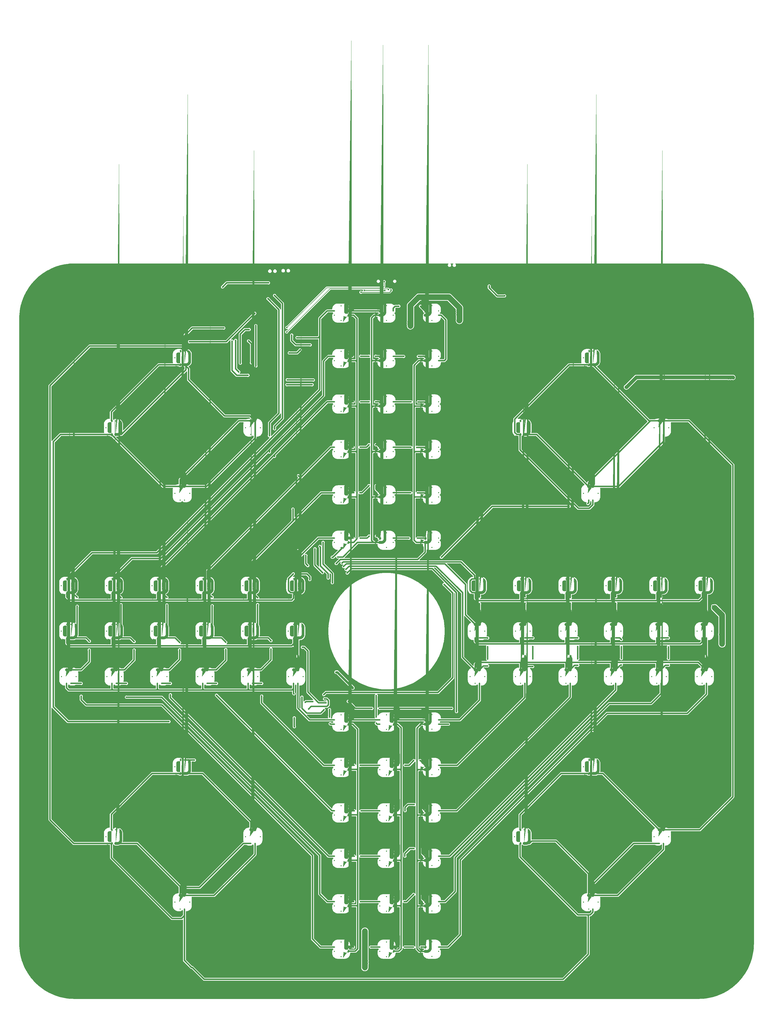
<source format=gtl>
G04 #@! TF.GenerationSoftware,KiCad,Pcbnew,8.0.1*
G04 #@! TF.CreationDate,2024-08-27T15:58:46+05:30*
G04 #@! TF.ProjectId,Ludo,4c75646f-2e6b-4696-9361-645f70636258,rev?*
G04 #@! TF.SameCoordinates,Original*
G04 #@! TF.FileFunction,Copper,L1,Top*
G04 #@! TF.FilePolarity,Positive*
%FSLAX46Y46*%
G04 Gerber Fmt 4.6, Leading zero omitted, Abs format (unit mm)*
G04 Created by KiCad (PCBNEW 8.0.1) date 2024-08-27 15:58:46*
%MOMM*%
%LPD*%
G01*
G04 APERTURE LIST*
G04 Aperture macros list*
%AMFreePoly0*
4,1,69,-0.030087,5.300342,0.041436,5.297796,0.178688,5.257493,0.299025,5.180154,0.392699,5.072045,0.452120,4.941924,0.472475,4.800333,0.452115,4.658743,0.392689,4.528624,0.299011,4.420518,0.178671,4.343184,0.041418,4.302885,-0.030105,4.300342,-0.684050,4.300354,-0.762693,4.298321,-0.916036,4.263324,-1.057746,4.195083,-1.180719,4.097018,-1.278786,3.974047,-1.347030,3.832338,
-1.382030,3.678996,-1.384064,3.600353,-1.384064,1.199854,-1.382028,1.121194,-1.347013,0.967820,-1.278740,0.826087,-1.180634,0.703105,-1.057616,0.605043,-0.915859,0.536821,-0.762473,0.501861,-0.683812,0.499853,-0.000179,0.500098,0.071403,0.497828,0.208780,0.457539,0.329239,0.380175,0.423019,0.272004,0.482521,0.141792,0.502922,0.000090,0.482571,-0.141619,0.423116,-0.271852,
0.329375,-0.380057,0.208944,-0.457464,0.071581,-0.497802,0.000000,-0.500098,-0.683940,-0.500147,-0.817544,-0.497673,-1.081464,-0.455889,-1.335598,-0.373332,-1.573688,-0.252034,-1.789870,-0.094983,-1.978821,0.093954,-2.135888,0.310125,-2.257202,0.548206,-2.339778,0.802334,-2.381580,1.066251,-2.384064,1.199855,-2.384064,3.600349,-2.381580,3.733948,-2.339781,3.997857,-2.257211,4.251978,
-2.135904,4.490053,-1.978847,4.706221,-1.789908,4.895157,-1.573738,5.052210,-1.335660,5.173513,-1.081538,5.256078,-0.817628,5.297873,-0.684029,5.300354,-0.030087,5.300342,-0.030087,5.300342,$1*%
%AMFreePoly1*
4,1,69,0.602903,5.300197,0.737165,5.298689,1.002636,5.258515,1.258492,5.177110,1.498371,5.056500,1.716310,4.899683,1.906889,4.710557,2.065369,4.493825,2.187812,4.254876,2.271172,3.999651,2.313377,3.734495,2.315912,3.600248,2.315912,1.199946,2.313294,1.066362,2.271500,0.802482,2.188941,0.548389,2.067650,0.310339,1.910615,0.094193,1.721700,-0.094726,1.505558,-0.251767,
1.267512,-0.373064,1.013421,-0.455629,0.749542,-0.497430,0.615958,-0.500054,0.000036,-0.500098,-0.071545,-0.497807,-0.208908,-0.457479,-0.329344,-0.380083,-0.423092,-0.271888,-0.482558,-0.141661,-0.502922,0.000044,-0.482533,0.141745,-0.423045,0.271961,-0.329278,0.380140,-0.208828,0.457516,-0.071458,0.497819,0.000123,0.500097,0.615741,0.499946,0.694396,0.501962,0.847767,0.536934,
0.989509,0.605163,1.112511,0.703225,1.210604,0.826203,1.278867,0.967928,1.313877,1.121291,1.315912,1.199945,1.315912,3.600247,1.313774,3.678273,1.279309,3.830472,1.212083,3.971302,1.115413,4.093806,0.994075,4.191936,0.854061,4.260845,0.702285,4.297129,0.624290,4.300197,-0.030068,4.300208,-0.101629,4.302498,-0.238955,4.342814,-0.359360,4.420186,-0.453089,4.528347,
-0.512548,4.658534,-0.532919,4.800198,-0.512553,4.941864,-0.453099,5.072053,-0.359375,5.180217,-0.238973,5.257594,-0.101648,5.297915,-0.030087,5.300208,0.602903,5.300197,0.602903,5.300197,$1*%
G04 Aperture macros list end*
G04 #@! TA.AperFunction,SMDPad,CuDef*
%ADD10C,0.414020*%
G04 #@! TD*
G04 #@! TA.AperFunction,SMDPad,CuDef*
%ADD11FreePoly0,270.000000*%
G04 #@! TD*
G04 #@! TA.AperFunction,SMDPad,CuDef*
%ADD12FreePoly1,270.000000*%
G04 #@! TD*
G04 #@! TA.AperFunction,SMDPad,CuDef*
%ADD13FreePoly0,180.000000*%
G04 #@! TD*
G04 #@! TA.AperFunction,SMDPad,CuDef*
%ADD14FreePoly1,180.000000*%
G04 #@! TD*
G04 #@! TA.AperFunction,SMDPad,CuDef*
%ADD15FreePoly0,0.000000*%
G04 #@! TD*
G04 #@! TA.AperFunction,SMDPad,CuDef*
%ADD16FreePoly1,0.000000*%
G04 #@! TD*
G04 #@! TA.AperFunction,SMDPad,CuDef*
%ADD17FreePoly0,90.000000*%
G04 #@! TD*
G04 #@! TA.AperFunction,SMDPad,CuDef*
%ADD18FreePoly1,90.000000*%
G04 #@! TD*
G04 #@! TA.AperFunction,ComponentPad*
%ADD19O,1.000000X1.600000*%
G04 #@! TD*
G04 #@! TA.AperFunction,ComponentPad*
%ADD20O,1.000000X2.100000*%
G04 #@! TD*
G04 #@! TA.AperFunction,HeatsinkPad*
%ADD21C,0.600000*%
G04 #@! TD*
G04 #@! TA.AperFunction,ViaPad*
%ADD22C,0.600000*%
G04 #@! TD*
G04 #@! TA.AperFunction,Conductor*
%ADD23C,2.032000*%
G04 #@! TD*
G04 #@! TA.AperFunction,Conductor*
%ADD24C,1.270000*%
G04 #@! TD*
G04 #@! TA.AperFunction,Conductor*
%ADD25C,0.762000*%
G04 #@! TD*
G04 #@! TA.AperFunction,Conductor*
%ADD26C,0.508000*%
G04 #@! TD*
G04 #@! TA.AperFunction,Conductor*
%ADD27C,0.254000*%
G04 #@! TD*
G04 #@! TA.AperFunction,Conductor*
%ADD28C,0.200000*%
G04 #@! TD*
G04 APERTURE END LIST*
D10*
G04 #@! TO.P,RGB30,5,T*
G04 #@! TO.N,/T3*
X171232540Y-82141340D03*
X173625213Y-84006633D03*
D11*
X168824871Y-84036729D03*
D10*
G04 #@! TO.P,RGB30,6,T*
G04 #@! TO.N,/SR3*
X173625187Y-85506633D03*
D12*
X168824979Y-85536728D03*
D10*
X171230000Y-87325480D03*
G04 #@! TD*
G04 #@! TO.P,RGB54,5,T*
G04 #@! TO.N,/T1*
X189843660Y-164757540D03*
X187978367Y-167150213D03*
D13*
X187948271Y-162349871D03*
D10*
G04 #@! TO.P,RGB54,6,T*
G04 #@! TO.N,/SR6*
X186478367Y-167150187D03*
D14*
X186448272Y-162349979D03*
D10*
X184659520Y-164755000D03*
G04 #@! TD*
G04 #@! TO.P,RGB8,5,T*
G04 #@! TO.N,/SR0*
X88616340Y-132752460D03*
X90481633Y-130359787D03*
D15*
X90511729Y-135160129D03*
D10*
G04 #@! TO.P,RGB8,6,T*
G04 #@! TO.N,/T3*
X91981633Y-130359813D03*
D16*
X92011728Y-135160021D03*
D10*
X93800480Y-132755000D03*
G04 #@! TD*
G04 #@! TO.P,RGB13,5,T*
G04 #@! TO.N,/SR1*
X139227460Y-87368660D03*
X136834787Y-85503367D03*
D17*
X141635129Y-85473271D03*
D10*
G04 #@! TO.P,RGB13,6,T*
G04 #@! TO.N,/T3*
X136834813Y-84003367D03*
D18*
X141635021Y-83973272D03*
D10*
X139230000Y-82184520D03*
G04 #@! TD*
G04 #@! TO.P,RGB56,5,T*
G04 #@! TO.N,/T2*
X171232540Y-194141340D03*
X173625213Y-196006633D03*
D11*
X168824871Y-196036729D03*
D10*
G04 #@! TO.P,RGB56,6,T*
G04 #@! TO.N,/SR7*
X173625187Y-197506633D03*
D12*
X168824979Y-197536728D03*
D10*
X171230000Y-199325480D03*
G04 #@! TD*
G04 #@! TO.P,RGB62,5,T*
G04 #@! TO.N,/SR8*
X155227460Y-247368660D03*
X152834787Y-245503367D03*
D17*
X157635129Y-245473271D03*
D10*
G04 #@! TO.P,RGB62,6,T*
G04 #@! TO.N,/T5*
X152834813Y-244003367D03*
D18*
X157635021Y-243973272D03*
D10*
X155230000Y-242184520D03*
G04 #@! TD*
G04 #@! TO.P,RGB67,5,T*
G04 #@! TO.N,/SR9*
X139227460Y-263368660D03*
X136834787Y-261503367D03*
D17*
X141635129Y-261473271D03*
D10*
G04 #@! TO.P,RGB67,6,T*
G04 #@! TO.N,/T6*
X136834813Y-260003367D03*
D18*
X141635021Y-259973272D03*
D10*
X139230000Y-258184520D03*
G04 #@! TD*
G04 #@! TO.P,RGB71,5,T*
G04 #@! TO.N,/T7*
X80616340Y-196502460D03*
X82481633Y-194109787D03*
D15*
X82511729Y-198910129D03*
D10*
G04 #@! TO.P,RGB71,6,T*
G04 #@! TO.N,/SR15*
X83981633Y-194109813D03*
D16*
X84011728Y-198910021D03*
D10*
X85800480Y-196505000D03*
G04 #@! TD*
G04 #@! TO.P,RGB32,5,T*
G04 #@! TO.N,/T1*
X171232540Y-114141340D03*
X173625213Y-116006633D03*
D11*
X168824871Y-116036729D03*
D10*
G04 #@! TO.P,RGB32,6,T*
G04 #@! TO.N,/SR3*
X173625187Y-117506633D03*
D12*
X168824979Y-117536728D03*
D10*
X171230000Y-119325480D03*
G04 #@! TD*
G04 #@! TO.P,RGB55,5,T*
G04 #@! TO.N,/T1*
X171232540Y-178141340D03*
X173625213Y-180006633D03*
D11*
X168824871Y-180036729D03*
D10*
G04 #@! TO.P,RGB55,6,T*
G04 #@! TO.N,/SR7*
X173625187Y-181506633D03*
D12*
X168824979Y-181536728D03*
D10*
X171230000Y-183325480D03*
G04 #@! TD*
G04 #@! TO.P,RGB57,5,T*
G04 #@! TO.N,/T3*
X171232540Y-210141340D03*
X173625213Y-212006633D03*
D11*
X168824871Y-212036729D03*
D10*
G04 #@! TO.P,RGB57,6,T*
G04 #@! TO.N,/SR7*
X173625187Y-213506633D03*
D12*
X168824979Y-213536728D03*
D10*
X171230000Y-215325480D03*
G04 #@! TD*
D19*
G04 #@! TO.P,J2,S1,SHIELD*
G04 #@! TO.N,GND*
X150910000Y-21897360D03*
D20*
X150910000Y-26077360D03*
D19*
X159550000Y-21897360D03*
D20*
X159550000Y-26077360D03*
G04 #@! TD*
D10*
G04 #@! TO.P,RGB17,5,T*
G04 #@! TO.N,/T6*
X155232540Y-34141340D03*
X157625213Y-36006633D03*
D11*
X152824871Y-36036729D03*
D10*
G04 #@! TO.P,RGB17,6,T*
G04 #@! TO.N,/SR2*
X157625187Y-37506633D03*
D12*
X152824979Y-37536728D03*
D10*
X155230000Y-39325480D03*
G04 #@! TD*
G04 #@! TO.P,RGB39,5,T*
G04 #@! TO.N,/T6*
X269843660Y-148757540D03*
X267978367Y-151150213D03*
D13*
X267948271Y-146349871D03*
D10*
G04 #@! TO.P,RGB39,6,T*
G04 #@! TO.N,/SR5*
X266478367Y-151150187D03*
D14*
X266448272Y-146349979D03*
D10*
X264659520Y-148755000D03*
G04 #@! TD*
G04 #@! TO.P,RGB82,5,T*
G04 #@! TO.N,/T6*
X45843660Y-164757540D03*
X43978367Y-167150213D03*
D13*
X43948271Y-162349871D03*
D10*
G04 #@! TO.P,RGB82,6,T*
G04 #@! TO.N,/SR10*
X42478367Y-167150187D03*
D14*
X42448272Y-162349979D03*
D10*
X40659520Y-164755000D03*
G04 #@! TD*
G04 #@! TO.P,RGB10,5,T*
G04 #@! TO.N,/SR0*
X120616340Y-132752460D03*
X122481633Y-130359787D03*
D15*
X122511729Y-135160129D03*
D10*
G04 #@! TO.P,RGB10,6,T*
G04 #@! TO.N,/T1*
X123981633Y-130359813D03*
D16*
X124011728Y-135160021D03*
D10*
X125800480Y-132755000D03*
G04 #@! TD*
G04 #@! TO.P,RGB70,5,T*
G04 #@! TO.N,/T7*
X56366340Y-221102460D03*
X58231633Y-218709787D03*
D15*
X58261729Y-223510129D03*
D10*
G04 #@! TO.P,RGB70,6,T*
G04 #@! TO.N,/SR15*
X59731633Y-218709813D03*
D16*
X59761728Y-223510021D03*
D10*
X61550480Y-221105000D03*
G04 #@! TD*
G04 #@! TO.P,RGB2,5,T*
G04 #@! TO.N,/SR12*
X80616340Y-52502460D03*
X82481633Y-50109787D03*
D15*
X82511729Y-54910129D03*
D10*
G04 #@! TO.P,RGB2,6,T*
G04 #@! TO.N,/T7*
X83981633Y-50109813D03*
D16*
X84011728Y-54910021D03*
D10*
X85800480Y-52505000D03*
G04 #@! TD*
G04 #@! TO.P,RGB23,5,T*
G04 #@! TO.N,/T6*
X171232540Y-34141340D03*
X173625213Y-36006633D03*
D11*
X168824871Y-36036729D03*
D10*
G04 #@! TO.P,RGB23,6,T*
G04 #@! TO.N,/SR3*
X173625187Y-37506633D03*
D12*
X168824979Y-37536728D03*
D10*
X171230000Y-39325480D03*
G04 #@! TD*
G04 #@! TO.P,RGB86,5,T*
G04 #@! TO.N,/SR11*
X88616340Y-148752460D03*
X90481633Y-146359787D03*
D15*
X90511729Y-151160129D03*
D10*
G04 #@! TO.P,RGB86,6,T*
G04 #@! TO.N,/T3*
X91981633Y-146359813D03*
D16*
X92011728Y-151160021D03*
D10*
X93800480Y-148755000D03*
G04 #@! TD*
G04 #@! TO.P,RGB27,5,T*
G04 #@! TO.N,/T7*
X229833660Y-100207540D03*
X227968367Y-102600213D03*
D13*
X227938271Y-97799871D03*
D10*
G04 #@! TO.P,RGB27,6,T*
G04 #@! TO.N,/SR13*
X226468367Y-102600187D03*
D14*
X226438272Y-97799979D03*
D10*
X224649520Y-100205000D03*
G04 #@! TD*
G04 #@! TO.P,RGB74,5,T*
G04 #@! TO.N,/SR9*
X139227460Y-215368660D03*
X136834787Y-213503367D03*
D17*
X141635129Y-213473271D03*
D10*
G04 #@! TO.P,RGB74,6,T*
G04 #@! TO.N,/T3*
X136834813Y-212003367D03*
D18*
X141635021Y-211973272D03*
D10*
X139230000Y-210184520D03*
G04 #@! TD*
G04 #@! TO.P,RGB26,5,T*
G04 #@! TO.N,/T7*
X254733660Y-77107540D03*
X252868367Y-79500213D03*
D13*
X252838271Y-74699871D03*
D10*
G04 #@! TO.P,RGB26,6,T*
G04 #@! TO.N,/SR13*
X251368367Y-79500187D03*
D14*
X251338272Y-74699979D03*
D10*
X249549520Y-77105000D03*
G04 #@! TD*
G04 #@! TO.P,RGB9,5,T*
G04 #@! TO.N,/SR0*
X104616340Y-132752460D03*
X106481633Y-130359787D03*
D15*
X106511729Y-135160129D03*
D10*
G04 #@! TO.P,RGB9,6,T*
G04 #@! TO.N,/T2*
X107981633Y-130359813D03*
D16*
X108011728Y-135160021D03*
D10*
X109800480Y-132755000D03*
G04 #@! TD*
G04 #@! TO.P,RGB41,5,T*
G04 #@! TO.N,/T4*
X237843660Y-148757540D03*
X235978367Y-151150213D03*
D13*
X235948271Y-146349871D03*
D10*
G04 #@! TO.P,RGB41,6,T*
G04 #@! TO.N,/SR5*
X234478367Y-151150187D03*
D14*
X234448272Y-146349979D03*
D10*
X232659520Y-148755000D03*
G04 #@! TD*
G04 #@! TO.P,RGB28,5,T*
G04 #@! TO.N,/T7*
X200356340Y-77102460D03*
X202221633Y-74709787D03*
D15*
X202251729Y-79510129D03*
D10*
G04 #@! TO.P,RGB28,6,T*
G04 #@! TO.N,/SR13*
X203721633Y-74709813D03*
D16*
X203751728Y-79510021D03*
D10*
X205540480Y-77105000D03*
G04 #@! TD*
G04 #@! TO.P,RGB37,5,T*
G04 #@! TO.N,/SR4*
X248616340Y-132752460D03*
X250481633Y-130359787D03*
D15*
X250511729Y-135160129D03*
D10*
G04 #@! TO.P,RGB37,6,T*
G04 #@! TO.N,/T5*
X251981633Y-130359813D03*
D16*
X252011728Y-135160021D03*
D10*
X253800480Y-132755000D03*
G04 #@! TD*
G04 #@! TO.P,RGB15,5,T*
G04 #@! TO.N,/SR1*
X139227460Y-55368660D03*
X136834787Y-53503367D03*
D17*
X141635129Y-53473271D03*
D10*
G04 #@! TO.P,RGB15,6,T*
G04 #@! TO.N,/T5*
X136834813Y-52003367D03*
D18*
X141635021Y-51973272D03*
D10*
X139230000Y-50184520D03*
G04 #@! TD*
G04 #@! TO.P,RGB24,5,T*
G04 #@! TO.N,/T5*
X171232540Y-50141340D03*
X173625213Y-52006633D03*
D11*
X168824871Y-52036729D03*
D10*
G04 #@! TO.P,RGB24,6,T*
G04 #@! TO.N,/SR3*
X173625187Y-53506633D03*
D12*
X168824979Y-53536728D03*
D10*
X171230000Y-55325480D03*
G04 #@! TD*
G04 #@! TO.P,RGB1,5,T*
G04 #@! TO.N,/SR12*
X56366340Y-77102460D03*
X58231633Y-74709787D03*
D15*
X58261729Y-79510129D03*
D10*
G04 #@! TO.P,RGB1,6,T*
G04 #@! TO.N,/T7*
X59731633Y-74709813D03*
D16*
X59761728Y-79510021D03*
D10*
X61550480Y-77105000D03*
G04 #@! TD*
G04 #@! TO.P,RGB31,5,T*
G04 #@! TO.N,/T2*
X171232540Y-98141340D03*
X173625213Y-100006633D03*
D11*
X168824871Y-100036729D03*
D10*
G04 #@! TO.P,RGB31,6,T*
G04 #@! TO.N,/SR3*
X173625187Y-101506633D03*
D12*
X168824979Y-101536728D03*
D10*
X171230000Y-103325480D03*
G04 #@! TD*
G04 #@! TO.P,RGB77,5,T*
G04 #@! TO.N,/T1*
X125843660Y-164757540D03*
X123978367Y-167150213D03*
D13*
X123948271Y-162349871D03*
D10*
G04 #@! TO.P,RGB77,6,T*
G04 #@! TO.N,/SR10*
X122478367Y-167150187D03*
D14*
X122448272Y-162349979D03*
D10*
X120659520Y-164755000D03*
G04 #@! TD*
G04 #@! TO.P,RGB33,5,T*
G04 #@! TO.N,/SR4*
X184616340Y-132752460D03*
X186481633Y-130359787D03*
D15*
X186511729Y-135160129D03*
D10*
G04 #@! TO.P,RGB33,6,T*
G04 #@! TO.N,/T1*
X187981633Y-130359813D03*
D16*
X188011728Y-135160021D03*
D10*
X189800480Y-132755000D03*
G04 #@! TD*
G04 #@! TO.P,RGB83,5,T*
G04 #@! TO.N,/SR11*
X40616340Y-148752460D03*
X42481633Y-146359787D03*
D15*
X42511729Y-151160129D03*
D10*
G04 #@! TO.P,RGB83,6,T*
G04 #@! TO.N,/T6*
X43981633Y-146359813D03*
D16*
X44011728Y-151160021D03*
D10*
X45800480Y-148755000D03*
G04 #@! TD*
G04 #@! TO.P,RGB48,5,T*
G04 #@! TO.N,/T7*
X229833660Y-244207540D03*
X227968367Y-246600213D03*
D13*
X227938271Y-241799871D03*
D10*
G04 #@! TO.P,RGB48,6,T*
G04 #@! TO.N,/SR14*
X226468367Y-246600187D03*
D14*
X226438272Y-241799979D03*
D10*
X224649520Y-244205000D03*
G04 #@! TD*
G04 #@! TO.P,RGB87,5,T*
G04 #@! TO.N,/SR11*
X104616340Y-148752460D03*
X106481633Y-146359787D03*
D15*
X106511729Y-151160129D03*
D10*
G04 #@! TO.P,RGB87,6,T*
G04 #@! TO.N,/T2*
X107981633Y-146359813D03*
D16*
X108011728Y-151160021D03*
D10*
X109800480Y-148755000D03*
G04 #@! TD*
G04 #@! TO.P,RGB69,5,T*
G04 #@! TO.N,/T7*
X85843660Y-244207540D03*
X83978367Y-246600213D03*
D13*
X83948271Y-241799871D03*
D10*
G04 #@! TO.P,RGB69,6,T*
G04 #@! TO.N,/SR15*
X82478367Y-246600187D03*
D14*
X82448272Y-241799979D03*
D10*
X80659520Y-244205000D03*
G04 #@! TD*
G04 #@! TO.P,RGB63,5,T*
G04 #@! TO.N,/SR8*
X155227460Y-231368660D03*
X152834787Y-229503367D03*
D17*
X157635129Y-229473271D03*
D10*
G04 #@! TO.P,RGB63,6,T*
G04 #@! TO.N,/T4*
X152834813Y-228003367D03*
D18*
X157635021Y-227973272D03*
D10*
X155230000Y-226184520D03*
G04 #@! TD*
G04 #@! TO.P,RGB16,5,T*
G04 #@! TO.N,/SR1*
X139227460Y-39368660D03*
X136834787Y-37503367D03*
D17*
X141635129Y-37473271D03*
D10*
G04 #@! TO.P,RGB16,6,T*
G04 #@! TO.N,/T6*
X136834813Y-36003367D03*
D18*
X141635021Y-35973272D03*
D10*
X139230000Y-34184520D03*
G04 #@! TD*
G04 #@! TO.P,RGB5,5,T*
G04 #@! TO.N,/SR0*
X40616340Y-132752460D03*
X42481633Y-130359787D03*
D15*
X42511729Y-135160129D03*
D10*
G04 #@! TO.P,RGB5,6,T*
G04 #@! TO.N,/T6*
X43981633Y-130359813D03*
D16*
X44011728Y-135160021D03*
D10*
X45800480Y-132755000D03*
G04 #@! TD*
G04 #@! TO.P,RGB7,5,T*
G04 #@! TO.N,/SR0*
X72616340Y-132752460D03*
X74481633Y-130359787D03*
D15*
X74511729Y-135160129D03*
D10*
G04 #@! TO.P,RGB7,6,T*
G04 #@! TO.N,/T4*
X75981633Y-130359813D03*
D16*
X76011728Y-135160021D03*
D10*
X77800480Y-132755000D03*
G04 #@! TD*
G04 #@! TO.P,RGB72,5,T*
G04 #@! TO.N,/T7*
X110743660Y-221107540D03*
X108878367Y-223500213D03*
D13*
X108848271Y-218699871D03*
D10*
G04 #@! TO.P,RGB72,6,T*
G04 #@! TO.N,/SR15*
X107378367Y-223500187D03*
D14*
X107348272Y-218699979D03*
D10*
X105559520Y-221105000D03*
G04 #@! TD*
G04 #@! TO.P,RGB29,5,T*
G04 #@! TO.N,/T4*
X171232540Y-66141340D03*
X173625213Y-68006633D03*
D11*
X168824871Y-68036729D03*
D10*
G04 #@! TO.P,RGB29,6,T*
G04 #@! TO.N,/SR3*
X173625187Y-69506633D03*
D12*
X168824979Y-69536728D03*
D10*
X171230000Y-71325480D03*
G04 #@! TD*
G04 #@! TO.P,RGB21,5,T*
G04 #@! TO.N,/T2*
X155232540Y-98141340D03*
X157625213Y-100006633D03*
D11*
X152824871Y-100036729D03*
D10*
G04 #@! TO.P,RGB21,6,T*
G04 #@! TO.N,/SR2*
X157625187Y-101506633D03*
D12*
X152824979Y-101536728D03*
D10*
X155230000Y-103325480D03*
G04 #@! TD*
G04 #@! TO.P,RGB22,5,T*
G04 #@! TO.N,/T1*
X155232540Y-114141340D03*
X157625213Y-116006633D03*
D11*
X152824871Y-116036729D03*
D10*
G04 #@! TO.P,RGB22,6,T*
G04 #@! TO.N,/SR2*
X157625187Y-117506633D03*
D12*
X152824979Y-117536728D03*
D10*
X155230000Y-119325480D03*
G04 #@! TD*
G04 #@! TO.P,RGB51,5,T*
G04 #@! TO.N,/T4*
X237843660Y-164757540D03*
X235978367Y-167150213D03*
D13*
X235948271Y-162349871D03*
D10*
G04 #@! TO.P,RGB51,6,T*
G04 #@! TO.N,/SR6*
X234478367Y-167150187D03*
D14*
X234448272Y-162349979D03*
D10*
X232659520Y-164755000D03*
G04 #@! TD*
G04 #@! TO.P,RGB47,5,T*
G04 #@! TO.N,/T7*
X254733660Y-221107540D03*
X252868367Y-223500213D03*
D13*
X252838271Y-218699871D03*
D10*
G04 #@! TO.P,RGB47,6,T*
G04 #@! TO.N,/SR14*
X251368367Y-223500187D03*
D14*
X251338272Y-218699979D03*
D10*
X249549520Y-221105000D03*
G04 #@! TD*
G04 #@! TO.P,RGB45,5,T*
G04 #@! TO.N,/T6*
X269843660Y-164757540D03*
X267978367Y-167150213D03*
D13*
X267948271Y-162349871D03*
D10*
G04 #@! TO.P,RGB45,6,T*
G04 #@! TO.N,/SR6*
X266478367Y-167150187D03*
D14*
X266448272Y-162349979D03*
D10*
X264659520Y-164755000D03*
G04 #@! TD*
G04 #@! TO.P,RGB42,5,T*
G04 #@! TO.N,/T3*
X221843660Y-148757540D03*
X219978367Y-151150213D03*
D13*
X219948271Y-146349871D03*
D10*
G04 #@! TO.P,RGB42,6,T*
G04 #@! TO.N,/SR5*
X218478367Y-151150187D03*
D14*
X218448272Y-146349979D03*
D10*
X216659520Y-148755000D03*
G04 #@! TD*
G04 #@! TO.P,RGB78,5,T*
G04 #@! TO.N,/T2*
X109843660Y-164757540D03*
X107978367Y-167150213D03*
D13*
X107948271Y-162349871D03*
D10*
G04 #@! TO.P,RGB78,6,T*
G04 #@! TO.N,/SR10*
X106478367Y-167150187D03*
D14*
X106448272Y-162349979D03*
D10*
X104659520Y-164755000D03*
G04 #@! TD*
G04 #@! TO.P,RGB43,5,T*
G04 #@! TO.N,/T2*
X205843660Y-148757540D03*
X203978367Y-151150213D03*
D13*
X203948271Y-146349871D03*
D10*
G04 #@! TO.P,RGB43,6,T*
G04 #@! TO.N,/SR5*
X202478367Y-151150187D03*
D14*
X202448272Y-146349979D03*
D10*
X200659520Y-148755000D03*
G04 #@! TD*
G04 #@! TO.P,RGB6,5,T*
G04 #@! TO.N,/SR0*
X56616340Y-132752460D03*
X58481633Y-130359787D03*
D15*
X58511729Y-135160129D03*
D10*
G04 #@! TO.P,RGB6,6,T*
G04 #@! TO.N,/T5*
X59981633Y-130359813D03*
D16*
X60011728Y-135160021D03*
D10*
X61800480Y-132755000D03*
G04 #@! TD*
G04 #@! TO.P,RGB58,5,T*
G04 #@! TO.N,/T4*
X171232540Y-226141340D03*
X173625213Y-228006633D03*
D11*
X168824871Y-228036729D03*
D10*
G04 #@! TO.P,RGB58,6,T*
G04 #@! TO.N,/SR7*
X173625187Y-229506633D03*
D12*
X168824979Y-229536728D03*
D10*
X171230000Y-231325480D03*
G04 #@! TD*
G04 #@! TO.P,RGB14,5,T*
G04 #@! TO.N,/SR1*
X139227460Y-71368660D03*
X136834787Y-69503367D03*
D17*
X141635129Y-69473271D03*
D10*
G04 #@! TO.P,RGB14,6,T*
G04 #@! TO.N,/T4*
X136834813Y-68003367D03*
D18*
X141635021Y-67973272D03*
D10*
X139230000Y-66184520D03*
G04 #@! TD*
G04 #@! TO.P,RGB65,5,T*
G04 #@! TO.N,/SR8*
X155227460Y-199368660D03*
X152834787Y-197503367D03*
D17*
X157635129Y-197473271D03*
D10*
G04 #@! TO.P,RGB65,6,T*
G04 #@! TO.N,/T2*
X152834813Y-196003367D03*
D18*
X157635021Y-195973272D03*
D10*
X155230000Y-194184520D03*
G04 #@! TD*
G04 #@! TO.P,RGB4,5,T*
G04 #@! TO.N,/T7*
X85843660Y-100207540D03*
X83978367Y-102600213D03*
D13*
X83948271Y-97799871D03*
D10*
G04 #@! TO.P,RGB4,6,T*
G04 #@! TO.N,/SR12*
X82478367Y-102600187D03*
D14*
X82448272Y-97799979D03*
D10*
X80659520Y-100205000D03*
G04 #@! TD*
G04 #@! TO.P,RGB19,5,T*
G04 #@! TO.N,/T4*
X155232540Y-66141340D03*
X157625213Y-68006633D03*
D11*
X152824871Y-68036729D03*
D10*
G04 #@! TO.P,RGB19,6,T*
G04 #@! TO.N,/SR2*
X157625187Y-69506633D03*
D12*
X152824979Y-69536728D03*
D10*
X155230000Y-71325480D03*
G04 #@! TD*
G04 #@! TO.P,RGB75,5,T*
G04 #@! TO.N,/SR9*
X139227460Y-199368660D03*
X136834787Y-197503367D03*
D17*
X141635129Y-197473271D03*
D10*
G04 #@! TO.P,RGB75,6,T*
G04 #@! TO.N,/T2*
X136834813Y-196003367D03*
D18*
X141635021Y-195973272D03*
D10*
X139230000Y-194184520D03*
G04 #@! TD*
G04 #@! TO.P,RGB59,5,T*
G04 #@! TO.N,/T5*
X171232540Y-242141340D03*
X173625213Y-244006633D03*
D11*
X168824871Y-244036729D03*
D10*
G04 #@! TO.P,RGB59,6,T*
G04 #@! TO.N,/SR7*
X173625187Y-245506633D03*
D12*
X168824979Y-245536728D03*
D10*
X171230000Y-247325480D03*
G04 #@! TD*
G04 #@! TO.P,RGB50,5,T*
G04 #@! TO.N,/T7*
X224606340Y-196502460D03*
X226471633Y-194109787D03*
D15*
X226501729Y-198910129D03*
D10*
G04 #@! TO.P,RGB50,6,T*
G04 #@! TO.N,/SR14*
X227971633Y-194109813D03*
D16*
X228001728Y-198910021D03*
D10*
X229790480Y-196505000D03*
G04 #@! TD*
G04 #@! TO.P,RGB46,5,T*
G04 #@! TO.N,/T5*
X253843660Y-164757540D03*
X251978367Y-167150213D03*
D13*
X251948271Y-162349871D03*
D10*
G04 #@! TO.P,RGB46,6,T*
G04 #@! TO.N,/SR6*
X250478367Y-167150187D03*
D14*
X250448272Y-162349979D03*
D10*
X248659520Y-164755000D03*
G04 #@! TD*
G04 #@! TO.P,RGB3,5,T*
G04 #@! TO.N,/T7*
X110743660Y-77107540D03*
X108878367Y-79500213D03*
D13*
X108848271Y-74699871D03*
D10*
G04 #@! TO.P,RGB3,6,T*
G04 #@! TO.N,/SR12*
X107378367Y-79500187D03*
D14*
X107348272Y-74699979D03*
D10*
X105559520Y-77105000D03*
G04 #@! TD*
G04 #@! TO.P,RGB11,5,T*
G04 #@! TO.N,/SR1*
X139227460Y-119368660D03*
X136834787Y-117503367D03*
D17*
X141635129Y-117473271D03*
D10*
G04 #@! TO.P,RGB11,6,T*
G04 #@! TO.N,/T1*
X136834813Y-116003367D03*
D18*
X141635021Y-115973272D03*
D10*
X139230000Y-114184520D03*
G04 #@! TD*
G04 #@! TO.P,RGB84,5,T*
G04 #@! TO.N,/SR11*
X56616340Y-148752460D03*
X58481633Y-146359787D03*
D15*
X58511729Y-151160129D03*
D10*
G04 #@! TO.P,RGB84,6,T*
G04 #@! TO.N,/T5*
X59981633Y-146359813D03*
D16*
X60011728Y-151160021D03*
D10*
X61800480Y-148755000D03*
G04 #@! TD*
G04 #@! TO.P,RGB44,5,T*
G04 #@! TO.N,/T1*
X189843660Y-148757540D03*
X187978367Y-151150213D03*
D13*
X187948271Y-146349871D03*
D10*
G04 #@! TO.P,RGB44,6,T*
G04 #@! TO.N,/SR5*
X186478367Y-151150187D03*
D14*
X186448272Y-146349979D03*
D10*
X184659520Y-148755000D03*
G04 #@! TD*
G04 #@! TO.P,RGB35,5,T*
G04 #@! TO.N,/SR4*
X216616340Y-132752460D03*
X218481633Y-130359787D03*
D15*
X218511729Y-135160129D03*
D10*
G04 #@! TO.P,RGB35,6,T*
G04 #@! TO.N,/T3*
X219981633Y-130359813D03*
D16*
X220011728Y-135160021D03*
D10*
X221800480Y-132755000D03*
G04 #@! TD*
G04 #@! TO.P,RGB85,5,T*
G04 #@! TO.N,/SR11*
X72616340Y-148752460D03*
X74481633Y-146359787D03*
D15*
X74511729Y-151160129D03*
D10*
G04 #@! TO.P,RGB85,6,T*
G04 #@! TO.N,/T4*
X75981633Y-146359813D03*
D16*
X76011728Y-151160021D03*
D10*
X77800480Y-148755000D03*
G04 #@! TD*
G04 #@! TO.P,RGB68,5,T*
G04 #@! TO.N,/SR9*
X139227460Y-247368660D03*
X136834787Y-245503367D03*
D17*
X141635129Y-245473271D03*
D10*
G04 #@! TO.P,RGB68,6,T*
G04 #@! TO.N,/T5*
X136834813Y-244003367D03*
D18*
X141635021Y-243973272D03*
D10*
X139230000Y-242184520D03*
G04 #@! TD*
G04 #@! TO.P,RGB64,5,T*
G04 #@! TO.N,/SR8*
X155227460Y-215368660D03*
X152834787Y-213503367D03*
D17*
X157635129Y-213473271D03*
D10*
G04 #@! TO.P,RGB64,6,T*
G04 #@! TO.N,/T3*
X152834813Y-212003367D03*
D18*
X157635021Y-211973272D03*
D10*
X155230000Y-210184520D03*
G04 #@! TD*
G04 #@! TO.P,RGB12,5,T*
G04 #@! TO.N,/SR1*
X139227460Y-103368660D03*
X136834787Y-101503367D03*
D17*
X141635129Y-101473271D03*
D10*
G04 #@! TO.P,RGB12,6,T*
G04 #@! TO.N,/T2*
X136834813Y-100003367D03*
D18*
X141635021Y-99973272D03*
D10*
X139230000Y-98184520D03*
G04 #@! TD*
G04 #@! TO.P,RGB20,5,T*
G04 #@! TO.N,/T3*
X155232540Y-82141340D03*
X157625213Y-84006633D03*
D11*
X152824871Y-84036729D03*
D10*
G04 #@! TO.P,RGB20,6,T*
G04 #@! TO.N,/SR2*
X157625187Y-85506633D03*
D12*
X152824979Y-85536728D03*
D10*
X155230000Y-87325480D03*
G04 #@! TD*
G04 #@! TO.P,RGB18,5,T*
G04 #@! TO.N,/T5*
X155232540Y-50141340D03*
X157625213Y-52006633D03*
D11*
X152824871Y-52036729D03*
D10*
G04 #@! TO.P,RGB18,6,T*
G04 #@! TO.N,/SR2*
X157625187Y-53506633D03*
D12*
X152824979Y-53536728D03*
D10*
X155230000Y-55325480D03*
G04 #@! TD*
D21*
G04 #@! TO.P,U3,41,GND*
G04 #@! TO.N,GND*
X105388020Y-35068140D03*
X105388020Y-33668140D03*
X104688020Y-35768140D03*
X104688020Y-34368140D03*
X104688020Y-32968140D03*
X103988020Y-35068140D03*
X103988020Y-33668140D03*
X103288020Y-35768140D03*
X103288020Y-34368140D03*
X103288020Y-32968140D03*
X102588020Y-35068140D03*
X102588020Y-33668140D03*
G04 #@! TD*
D10*
G04 #@! TO.P,RGB81,5,T*
G04 #@! TO.N,/T5*
X61843660Y-164757540D03*
X59978367Y-167150213D03*
D13*
X59948271Y-162349871D03*
D10*
G04 #@! TO.P,RGB81,6,T*
G04 #@! TO.N,/SR10*
X58478367Y-167150187D03*
D14*
X58448272Y-162349979D03*
D10*
X56659520Y-164755000D03*
G04 #@! TD*
G04 #@! TO.P,RGB38,5,T*
G04 #@! TO.N,/SR4*
X264616340Y-132752460D03*
X266481633Y-130359787D03*
D15*
X266511729Y-135160129D03*
D10*
G04 #@! TO.P,RGB38,6,T*
G04 #@! TO.N,/T6*
X267981633Y-130359813D03*
D16*
X268011728Y-135160021D03*
D10*
X269800480Y-132755000D03*
G04 #@! TD*
G04 #@! TO.P,RGB80,5,T*
G04 #@! TO.N,/T4*
X77843660Y-164757540D03*
X75978367Y-167150213D03*
D13*
X75948271Y-162349871D03*
D10*
G04 #@! TO.P,RGB80,6,T*
G04 #@! TO.N,/SR10*
X74478367Y-167150187D03*
D14*
X74448272Y-162349979D03*
D10*
X72659520Y-164755000D03*
G04 #@! TD*
G04 #@! TO.P,RGB40,5,T*
G04 #@! TO.N,/T5*
X253843660Y-148757540D03*
X251978367Y-151150213D03*
D13*
X251948271Y-146349871D03*
D10*
G04 #@! TO.P,RGB40,6,T*
G04 #@! TO.N,/SR5*
X250478367Y-151150187D03*
D14*
X250448272Y-146349979D03*
D10*
X248659520Y-148755000D03*
G04 #@! TD*
G04 #@! TO.P,RGB25,5,T*
G04 #@! TO.N,/T7*
X224606340Y-52502460D03*
X226471633Y-50109787D03*
D15*
X226501729Y-54910129D03*
D10*
G04 #@! TO.P,RGB25,6,T*
G04 #@! TO.N,/SR13*
X227971633Y-50109813D03*
D16*
X228001728Y-54910021D03*
D10*
X229790480Y-52505000D03*
G04 #@! TD*
G04 #@! TO.P,RGB53,5,T*
G04 #@! TO.N,/T2*
X205843660Y-164757540D03*
X203978367Y-167150213D03*
D13*
X203948271Y-162349871D03*
D10*
G04 #@! TO.P,RGB53,6,T*
G04 #@! TO.N,/SR6*
X202478367Y-167150187D03*
D14*
X202448272Y-162349979D03*
D10*
X200659520Y-164755000D03*
G04 #@! TD*
G04 #@! TO.P,RGB49,5,T*
G04 #@! TO.N,/T7*
X200356340Y-221102460D03*
X202221633Y-218709787D03*
D15*
X202251729Y-223510129D03*
D10*
G04 #@! TO.P,RGB49,6,T*
G04 #@! TO.N,/SR14*
X203721633Y-218709813D03*
D16*
X203751728Y-223510021D03*
D10*
X205540480Y-221105000D03*
G04 #@! TD*
G04 #@! TO.P,RGB88,5,T*
G04 #@! TO.N,/SR11*
X120616340Y-148752460D03*
X122481633Y-146359787D03*
D15*
X122511729Y-151160129D03*
D10*
G04 #@! TO.P,RGB88,6,T*
G04 #@! TO.N,/T1*
X123981633Y-146359813D03*
D16*
X124011728Y-151160021D03*
D10*
X125800480Y-148755000D03*
G04 #@! TD*
G04 #@! TO.P,RGB34,5,T*
G04 #@! TO.N,/SR4*
X200616340Y-132752460D03*
X202481633Y-130359787D03*
D15*
X202511729Y-135160129D03*
D10*
G04 #@! TO.P,RGB34,6,T*
G04 #@! TO.N,/T2*
X203981633Y-130359813D03*
D16*
X204011728Y-135160021D03*
D10*
X205800480Y-132755000D03*
G04 #@! TD*
G04 #@! TO.P,RGB52,5,T*
G04 #@! TO.N,/T3*
X221843660Y-164757540D03*
X219978367Y-167150213D03*
D13*
X219948271Y-162349871D03*
D10*
G04 #@! TO.P,RGB52,6,T*
G04 #@! TO.N,/SR6*
X218478367Y-167150187D03*
D14*
X218448272Y-162349979D03*
D10*
X216659520Y-164755000D03*
G04 #@! TD*
G04 #@! TO.P,RGB73,5,T*
G04 #@! TO.N,/SR9*
X139227460Y-231368660D03*
X136834787Y-229503367D03*
D17*
X141635129Y-229473271D03*
D10*
G04 #@! TO.P,RGB73,6,T*
G04 #@! TO.N,/T4*
X136834813Y-228003367D03*
D18*
X141635021Y-227973272D03*
D10*
X139230000Y-226184520D03*
G04 #@! TD*
G04 #@! TO.P,RGB76,5,T*
G04 #@! TO.N,/SR9*
X139227460Y-183368660D03*
X136834787Y-181503367D03*
D17*
X141635129Y-181473271D03*
D10*
G04 #@! TO.P,RGB76,6,T*
G04 #@! TO.N,/T1*
X136834813Y-180003367D03*
D18*
X141635021Y-179973272D03*
D10*
X139230000Y-178184520D03*
G04 #@! TD*
G04 #@! TO.P,RGB61,5,T*
G04 #@! TO.N,/SR8*
X155227460Y-263368660D03*
X152834787Y-261503367D03*
D17*
X157635129Y-261473271D03*
D10*
G04 #@! TO.P,RGB61,6,T*
G04 #@! TO.N,/T6*
X152834813Y-260003367D03*
D18*
X157635021Y-259973272D03*
D10*
X155230000Y-258184520D03*
G04 #@! TD*
G04 #@! TO.P,RGB60,5,T*
G04 #@! TO.N,/T6*
X171232540Y-258141340D03*
X173625213Y-260006633D03*
D11*
X168824871Y-260036729D03*
D10*
G04 #@! TO.P,RGB60,6,T*
G04 #@! TO.N,/SR7*
X173625187Y-261506633D03*
D12*
X168824979Y-261536728D03*
D10*
X171230000Y-263325480D03*
G04 #@! TD*
G04 #@! TO.P,RGB79,5,T*
G04 #@! TO.N,/T3*
X93843660Y-164757540D03*
X91978367Y-167150213D03*
D13*
X91948271Y-162349871D03*
D10*
G04 #@! TO.P,RGB79,6,T*
G04 #@! TO.N,/SR10*
X90478367Y-167150187D03*
D14*
X90448272Y-162349979D03*
D10*
X88659520Y-164755000D03*
G04 #@! TD*
G04 #@! TO.P,RGB36,5,T*
G04 #@! TO.N,/SR4*
X232616340Y-132752460D03*
X234481633Y-130359787D03*
D15*
X234511729Y-135160129D03*
D10*
G04 #@! TO.P,RGB36,6,T*
G04 #@! TO.N,/T4*
X235981633Y-130359813D03*
D16*
X236011728Y-135160021D03*
D10*
X237800480Y-132755000D03*
G04 #@! TD*
G04 #@! TO.P,RGB66,5,T*
G04 #@! TO.N,/SR8*
X155227460Y-183368660D03*
X152834787Y-181503367D03*
D17*
X157635129Y-181473271D03*
D10*
G04 #@! TO.P,RGB66,6,T*
G04 #@! TO.N,/T1*
X152834813Y-180003367D03*
D18*
X157635021Y-179973272D03*
D10*
X155230000Y-178184520D03*
G04 #@! TD*
D22*
G04 #@! TO.N,GND*
X123670000Y-276554890D03*
X53670000Y-56554890D03*
X248670000Y-91554890D03*
X128670000Y-161554890D03*
X161790000Y-199750000D03*
X68670000Y-41554890D03*
X68670000Y-246554890D03*
X243670000Y-126554890D03*
X116940000Y-25385000D03*
X88670000Y-246554890D03*
X203670000Y-231554890D03*
X28670000Y-81554890D03*
X143670000Y-71554890D03*
X53670000Y-161554890D03*
X193670000Y-111554890D03*
X273670000Y-46554890D03*
X161790000Y-201040000D03*
X108670000Y-31554890D03*
X198670000Y-196554890D03*
X128670000Y-196554890D03*
X108670000Y-171554890D03*
X183670000Y-211554890D03*
X83670000Y-231554890D03*
X193670000Y-126554890D03*
X118670000Y-191554890D03*
X208670000Y-111554890D03*
X118670000Y-221554890D03*
X123670000Y-26554890D03*
X158670000Y-96554890D03*
X223670000Y-81554890D03*
X148670000Y-121554890D03*
X118670000Y-106554890D03*
X253670000Y-91554890D03*
X43670000Y-76554890D03*
X163670000Y-26554890D03*
X88670000Y-191554890D03*
X218670000Y-66554890D03*
X78670000Y-36554890D03*
X228670000Y-131554890D03*
X38670000Y-196554890D03*
X183670000Y-246554890D03*
X73670000Y-51554890D03*
X73670000Y-71554890D03*
X253670000Y-276554890D03*
X258670000Y-51554890D03*
X153670000Y-91554890D03*
X273670000Y-191554890D03*
X283670000Y-161554890D03*
X88670000Y-171554890D03*
X33670000Y-41554890D03*
X246850000Y-136055000D03*
X238670000Y-221554890D03*
X218670000Y-246554890D03*
X58670000Y-41554890D03*
X193670000Y-191554890D03*
X63670000Y-96554890D03*
X253670000Y-86554890D03*
X73670000Y-181554890D03*
X223670000Y-191554890D03*
X203670000Y-121554890D03*
X263670000Y-186554890D03*
X78670000Y-221554890D03*
X73670000Y-116554890D03*
X28670000Y-151554890D03*
X38670000Y-121554890D03*
X173670000Y-251554890D03*
X258670000Y-41554890D03*
X28670000Y-51554890D03*
X263670000Y-276554890D03*
X113670000Y-166554890D03*
X198670000Y-101554890D03*
X238670000Y-266554890D03*
X223670000Y-146554890D03*
X183670000Y-196554890D03*
X98670000Y-211554890D03*
X188670000Y-246554890D03*
X263670000Y-231554890D03*
X246690000Y-151675000D03*
X210640000Y-84940000D03*
X173670000Y-121554890D03*
X258670000Y-196554890D03*
X53670000Y-36554890D03*
X208670000Y-106554890D03*
X153960000Y-42125000D03*
X193670000Y-121554890D03*
X88670000Y-81554890D03*
X268670000Y-36554890D03*
X115990000Y-25385000D03*
X241100000Y-228695000D03*
X38670000Y-166554890D03*
X178670000Y-191554890D03*
X28670000Y-126554890D03*
X78670000Y-266554890D03*
X238670000Y-196554890D03*
X268670000Y-181554890D03*
X53670000Y-66554890D03*
X278670000Y-266554890D03*
X273670000Y-171554890D03*
X38670000Y-241554890D03*
X68670000Y-241554890D03*
X258670000Y-91554890D03*
X178670000Y-206554890D03*
X283670000Y-171554890D03*
X28670000Y-191554890D03*
X48670000Y-66554890D03*
X248670000Y-36554890D03*
X228670000Y-216554890D03*
X168670000Y-256554890D03*
X188670000Y-106554890D03*
X253670000Y-26554890D03*
X208670000Y-226554890D03*
X273670000Y-236554890D03*
X68670000Y-111554890D03*
X113670000Y-251554890D03*
X253670000Y-41554890D03*
X243670000Y-241554890D03*
X183670000Y-261554890D03*
X228670000Y-116554890D03*
X133670000Y-161554890D03*
X238670000Y-111554890D03*
X183670000Y-171554890D03*
X163670000Y-76554890D03*
X33670000Y-46554890D03*
X238670000Y-41554890D03*
X233670000Y-266554890D03*
X283670000Y-186554890D03*
X28670000Y-156554890D03*
X153670000Y-76554890D03*
X113670000Y-221554890D03*
X53670000Y-236554890D03*
X283670000Y-41554890D03*
X258670000Y-206554890D03*
X108670000Y-101554890D03*
X28670000Y-251554890D03*
X93670000Y-246554890D03*
X103670000Y-126554890D03*
X183670000Y-121554890D03*
X268670000Y-76554890D03*
X207710000Y-82130000D03*
X208670000Y-151554890D03*
X28670000Y-31554890D03*
X73670000Y-216554890D03*
X213670000Y-106554890D03*
X198670000Y-191554890D03*
X68670000Y-116554890D03*
X73670000Y-106554890D03*
X53670000Y-71554890D03*
X258670000Y-111554890D03*
X233670000Y-226554890D03*
X68670000Y-91554890D03*
X188670000Y-96554890D03*
X238670000Y-36554890D03*
X263670000Y-181554890D03*
X183670000Y-101554890D03*
X198670000Y-51554890D03*
X113670000Y-191554890D03*
X108670000Y-186554890D03*
X273670000Y-106554890D03*
X278670000Y-51554890D03*
X133670000Y-216554890D03*
X208670000Y-251554890D03*
X268670000Y-186554890D03*
X283670000Y-61554890D03*
X188670000Y-236554890D03*
X248670000Y-51554890D03*
X213670000Y-161554890D03*
X128670000Y-46554890D03*
X238670000Y-261554890D03*
X198670000Y-246554890D03*
X133670000Y-201554890D03*
X263670000Y-256554890D03*
X203670000Y-106554890D03*
X248010000Y-228435000D03*
X93670000Y-76554890D03*
X193670000Y-26554890D03*
X273670000Y-246554890D03*
X48670000Y-236554890D03*
X213670000Y-171554890D03*
X268670000Y-176554890D03*
X83670000Y-106554890D03*
X38670000Y-236554890D03*
X143670000Y-76554890D03*
X203670000Y-91554890D03*
X28670000Y-231554890D03*
X233670000Y-206554890D03*
X208670000Y-96554890D03*
X133670000Y-191554890D03*
X218670000Y-181554890D03*
X53670000Y-46554890D03*
X63670000Y-231554890D03*
X213670000Y-261554890D03*
X203670000Y-191554890D03*
X258670000Y-246554890D03*
X233670000Y-121554890D03*
X243290000Y-151705000D03*
X213670000Y-121554890D03*
X151950000Y-41905000D03*
X233670000Y-216554890D03*
X118670000Y-31554890D03*
X208670000Y-181554890D03*
X198670000Y-171554890D03*
X48670000Y-36554890D03*
X263670000Y-221554890D03*
X43670000Y-96554890D03*
X73670000Y-266554890D03*
X203670000Y-236554890D03*
X143670000Y-266554890D03*
X58670000Y-256554890D03*
X53670000Y-211554890D03*
X63670000Y-36554890D03*
X273670000Y-111554890D03*
X165980000Y-41225000D03*
X38670000Y-191554890D03*
X273670000Y-176554890D03*
X218670000Y-41554890D03*
X98670000Y-106554890D03*
X48670000Y-276554890D03*
X53670000Y-81554890D03*
X273670000Y-226554890D03*
X63670000Y-31554890D03*
X228670000Y-121554890D03*
X178670000Y-66554890D03*
X78670000Y-276554890D03*
X253670000Y-101554890D03*
X133670000Y-236554890D03*
X128670000Y-111554890D03*
X198670000Y-71554890D03*
X158670000Y-171554890D03*
X188670000Y-261554890D03*
X203670000Y-111554890D03*
X253670000Y-206554890D03*
X133670000Y-251554890D03*
X33670000Y-66554890D03*
X183670000Y-256554890D03*
X193670000Y-101554890D03*
X258670000Y-276554890D03*
X83670000Y-221554890D03*
X243670000Y-101554890D03*
X53670000Y-41554890D03*
X258670000Y-181554890D03*
X243670000Y-51554890D03*
X198670000Y-186554890D03*
X48670000Y-76554890D03*
X88670000Y-126554890D03*
X38670000Y-31554890D03*
X233670000Y-181554890D03*
X188670000Y-201554890D03*
X146060000Y-241395000D03*
X268670000Y-276554890D03*
X163670000Y-71554890D03*
X273670000Y-31554890D03*
X123670000Y-206554890D03*
X38670000Y-71554890D03*
X243670000Y-146554890D03*
X218670000Y-121554890D03*
X233670000Y-136554890D03*
X268670000Y-101554890D03*
X53670000Y-206554890D03*
X283670000Y-201554890D03*
X213670000Y-166554890D03*
X163670000Y-81554890D03*
X193670000Y-61554890D03*
X248670000Y-256554890D03*
X213670000Y-146554890D03*
X73670000Y-176554890D03*
X133670000Y-26554890D03*
X28670000Y-186554890D03*
X258670000Y-66554890D03*
X188670000Y-181554890D03*
X149440000Y-241345000D03*
X248670000Y-21554890D03*
X213670000Y-111554890D03*
X68670000Y-211554890D03*
X248670000Y-26554890D03*
X103670000Y-101554890D03*
X198670000Y-216554890D03*
X123670000Y-106554890D03*
X113670000Y-186554890D03*
X198120000Y-151355000D03*
X68670000Y-136554890D03*
X243670000Y-56554890D03*
X73280000Y-155235000D03*
X98670000Y-146554890D03*
X118670000Y-136554890D03*
X28670000Y-76554890D03*
X228670000Y-256554890D03*
X133670000Y-206554890D03*
X283670000Y-211554890D03*
X68670000Y-161554890D03*
X133670000Y-21554890D03*
X143670000Y-201554890D03*
X258670000Y-61554890D03*
X38670000Y-186554890D03*
X223670000Y-246554890D03*
X273670000Y-271554890D03*
X223670000Y-91554890D03*
X253670000Y-96554890D03*
X178670000Y-201554890D03*
X83670000Y-21554890D03*
X258670000Y-231554890D03*
X58670000Y-251554890D03*
X273670000Y-91554890D03*
X128670000Y-76554890D03*
X38670000Y-151554890D03*
X248670000Y-266554890D03*
X223670000Y-86554890D03*
X203670000Y-216554890D03*
X203670000Y-126554890D03*
X203670000Y-261554890D03*
X203670000Y-256554890D03*
X233670000Y-276554890D03*
X38670000Y-246554890D03*
X188670000Y-191554890D03*
X208670000Y-126554890D03*
X253670000Y-226554890D03*
X273670000Y-216554890D03*
X58670000Y-36554890D03*
X268670000Y-206554890D03*
X223670000Y-31554890D03*
X128670000Y-216554890D03*
X103670000Y-236554890D03*
X165980000Y-37375000D03*
X73670000Y-231554890D03*
X233670000Y-186554890D03*
X163670000Y-111554890D03*
X128670000Y-266554890D03*
X178670000Y-76554890D03*
X173670000Y-236554890D03*
X253670000Y-126554890D03*
X53670000Y-191554890D03*
X188670000Y-126554890D03*
X228670000Y-106554890D03*
X68670000Y-96554890D03*
X83670000Y-171554890D03*
X63670000Y-116554890D03*
X63670000Y-176554890D03*
X198670000Y-106554890D03*
X158670000Y-76554890D03*
X48670000Y-221554890D03*
X149100000Y-94325000D03*
X278670000Y-26554890D03*
X83670000Y-161554890D03*
X263670000Y-106554890D03*
X63670000Y-256554890D03*
X73670000Y-206554890D03*
X198670000Y-266554890D03*
X128670000Y-41554890D03*
X28670000Y-66554890D03*
X88670000Y-121554890D03*
X68670000Y-146554890D03*
X83670000Y-41554890D03*
X283670000Y-251554890D03*
X83670000Y-146554890D03*
X218670000Y-236554890D03*
X58670000Y-246554890D03*
X188670000Y-116554890D03*
X283670000Y-136554890D03*
X73670000Y-211554890D03*
X193670000Y-226554890D03*
X233670000Y-56554890D03*
X178670000Y-221554890D03*
X258670000Y-81554890D03*
X103670000Y-191554890D03*
X183030000Y-148135000D03*
X73670000Y-251554890D03*
X43670000Y-186554890D03*
X48670000Y-186554890D03*
X243670000Y-221554890D03*
X238670000Y-71554890D03*
X268670000Y-241554890D03*
X73670000Y-41554890D03*
X28670000Y-206554890D03*
X178670000Y-101554890D03*
X183670000Y-241554890D03*
X161670000Y-185345000D03*
X283670000Y-91554890D03*
X43670000Y-196554890D03*
X123670000Y-251554890D03*
X161530000Y-246755000D03*
X93670000Y-206554890D03*
X33670000Y-71554890D03*
X53670000Y-146554890D03*
X43670000Y-181554890D03*
X213670000Y-56554890D03*
X228670000Y-71554890D03*
X183670000Y-51554890D03*
X53670000Y-216554890D03*
X268670000Y-71554890D03*
X88670000Y-236554890D03*
X33670000Y-76554890D03*
X68670000Y-31554890D03*
X218670000Y-116554890D03*
X73670000Y-236554890D03*
X233670000Y-246554890D03*
X88670000Y-276554890D03*
X133670000Y-31554890D03*
X268670000Y-106554890D03*
X198670000Y-251554890D03*
X113670000Y-121554890D03*
X123670000Y-21554890D03*
X273670000Y-101554890D03*
X193670000Y-276554890D03*
X83670000Y-276554890D03*
X113670000Y-46554890D03*
X233670000Y-86554890D03*
X193670000Y-206554890D03*
X238670000Y-26554890D03*
X58670000Y-241554890D03*
X218670000Y-81554890D03*
X263670000Y-96554890D03*
X193670000Y-266554890D03*
X150940000Y-70430000D03*
X88670000Y-91554890D03*
X28670000Y-256554890D03*
X283670000Y-126554890D03*
X233670000Y-126554890D03*
X28670000Y-41554890D03*
X118670000Y-126554890D03*
X98670000Y-36554890D03*
X238670000Y-231554890D03*
X68670000Y-126554890D03*
X158670000Y-236554890D03*
X113670000Y-91554890D03*
X188670000Y-81554890D03*
X108670000Y-96554890D03*
X73670000Y-246554890D03*
X258670000Y-106554890D03*
X253670000Y-211554890D03*
X113670000Y-216554890D03*
X58670000Y-21554890D03*
X233670000Y-101554890D03*
X258670000Y-216554890D03*
X273670000Y-156554890D03*
X43670000Y-256554890D03*
X193670000Y-51554890D03*
X73670000Y-26554890D03*
X128670000Y-136554890D03*
X263670000Y-216554890D03*
X158670000Y-66554890D03*
X183670000Y-61554890D03*
X188670000Y-226554890D03*
X218670000Y-196554890D03*
X193670000Y-81554890D03*
X178670000Y-116554890D03*
X28670000Y-56554890D03*
X88670000Y-101554890D03*
X78670000Y-126554890D03*
X233670000Y-106554890D03*
X88670000Y-226554890D03*
X88670000Y-136554890D03*
X218670000Y-36554890D03*
X213670000Y-246554890D03*
X128670000Y-86554890D03*
X133670000Y-221554890D03*
X43670000Y-191554890D03*
X243670000Y-116554890D03*
X38670000Y-76554890D03*
X93670000Y-221554890D03*
X188670000Y-56554890D03*
X63670000Y-181554890D03*
X73670000Y-96554890D03*
X93670000Y-121554890D03*
X118670000Y-116554890D03*
X178670000Y-256554890D03*
X145910000Y-108605000D03*
X63670000Y-71554890D03*
X258670000Y-266554890D03*
X48670000Y-41554890D03*
X263670000Y-191554890D03*
X183670000Y-91554890D03*
X38670000Y-221554890D03*
X118670000Y-251554890D03*
X158670000Y-36554890D03*
X118670000Y-91554890D03*
X108670000Y-211554890D03*
X263670000Y-211554890D03*
X237060000Y-239125000D03*
X193670000Y-146554890D03*
X258670000Y-146554890D03*
X203670000Y-251554890D03*
X43670000Y-116554890D03*
X133670000Y-41554890D03*
X68670000Y-261554890D03*
X118670000Y-96554890D03*
X223670000Y-121554890D03*
X103670000Y-176554890D03*
X123670000Y-191554890D03*
X218670000Y-31554890D03*
X243670000Y-251554890D03*
X53670000Y-186554890D03*
X188670000Y-276554890D03*
X58670000Y-236554890D03*
X28670000Y-176554890D03*
X178670000Y-266554890D03*
X43670000Y-26554890D03*
X183670000Y-186554890D03*
X43670000Y-276554890D03*
X78670000Y-66554890D03*
X213670000Y-101554890D03*
X113670000Y-181554890D03*
X193670000Y-106554890D03*
X238670000Y-176554890D03*
X103670000Y-206554890D03*
X118670000Y-171554890D03*
X118670000Y-131554890D03*
X173670000Y-216554890D03*
X198670000Y-56554890D03*
X38670000Y-146554890D03*
X273670000Y-96554890D03*
X139750000Y-240175000D03*
X38670000Y-91554890D03*
X248670000Y-56554890D03*
X28670000Y-136554890D03*
X98670000Y-256554890D03*
X88670000Y-201554890D03*
X73670000Y-21554890D03*
X113670000Y-266554890D03*
X283670000Y-236554890D03*
X218670000Y-221554890D03*
X283670000Y-221554890D03*
X58670000Y-26554890D03*
X223670000Y-56554890D03*
X48670000Y-176554890D03*
X233670000Y-26554890D03*
X233670000Y-66554890D03*
X43670000Y-226554890D03*
X203670000Y-41554890D03*
X243670000Y-276554890D03*
X263670000Y-66554890D03*
X58670000Y-206554890D03*
X93670000Y-116554890D03*
X238670000Y-246554890D03*
X188670000Y-71554890D03*
X43670000Y-251554890D03*
X178670000Y-261554890D03*
X98670000Y-51554890D03*
X28670000Y-141554890D03*
X193670000Y-251554890D03*
X78670000Y-81554890D03*
X93670000Y-226554890D03*
X213670000Y-256554890D03*
X112940000Y-27065000D03*
X28670000Y-211554890D03*
X113670000Y-126554890D03*
X198670000Y-111554890D03*
X178670000Y-216554890D03*
X268670000Y-251554890D03*
X213670000Y-76554890D03*
X238670000Y-51554890D03*
X28670000Y-241554890D03*
X218670000Y-126554890D03*
X194720000Y-151325000D03*
X38670000Y-66554890D03*
X73670000Y-261554890D03*
X98670000Y-261554890D03*
X173670000Y-96554890D03*
X283670000Y-216554890D03*
X223670000Y-76554890D03*
X273670000Y-71554890D03*
X53670000Y-31554890D03*
X113670000Y-111554890D03*
X113670000Y-256554890D03*
X243670000Y-246554890D03*
X248670000Y-206554890D03*
X218670000Y-111554890D03*
X253670000Y-256554890D03*
X270430000Y-145405000D03*
X103670000Y-181554890D03*
X43670000Y-201554890D03*
X158670000Y-101554890D03*
X263670000Y-246554890D03*
X98670000Y-266554890D03*
X243670000Y-236554890D03*
X120090000Y-29615000D03*
X193670000Y-96554890D03*
X146100000Y-239895000D03*
X103670000Y-106554890D03*
X158670000Y-86554890D03*
X128670000Y-106554890D03*
X253670000Y-266554890D03*
X283670000Y-146554890D03*
X38670000Y-171554890D03*
X233670000Y-76554890D03*
X268670000Y-26554890D03*
X68670000Y-231554890D03*
X38670000Y-86554890D03*
X248670000Y-96554890D03*
X233670000Y-111554890D03*
X198670000Y-226554890D03*
X218670000Y-266554890D03*
X198670000Y-181554890D03*
X243670000Y-21554890D03*
X213670000Y-131554890D03*
X78670000Y-211554890D03*
X268670000Y-191554890D03*
X68670000Y-251554890D03*
X243670000Y-66554890D03*
X153670000Y-276554890D03*
X78670000Y-246554890D03*
X48670000Y-21554890D03*
X123670000Y-226554890D03*
X128670000Y-21554890D03*
X28670000Y-261554890D03*
X53670000Y-276554890D03*
X38670000Y-231554890D03*
X263670000Y-156554890D03*
X268670000Y-231554890D03*
X28670000Y-246554890D03*
X63670000Y-56554890D03*
X258670000Y-21554890D03*
X263670000Y-36554890D03*
X123670000Y-116554890D03*
X238670000Y-21554890D03*
X83670000Y-121554890D03*
X158670000Y-71554890D03*
X48670000Y-56554890D03*
X268670000Y-201554890D03*
X28670000Y-96554890D03*
X253670000Y-111554890D03*
X48670000Y-261554890D03*
X238670000Y-211554890D03*
X188670000Y-101554890D03*
X248670000Y-121554890D03*
X193670000Y-31554890D03*
X243670000Y-31554890D03*
X133670000Y-231554890D03*
X258670000Y-26554890D03*
X258670000Y-161554890D03*
X258670000Y-151554890D03*
X263670000Y-196554890D03*
X113670000Y-101554890D03*
X188670000Y-51554890D03*
X123670000Y-246554890D03*
X68670000Y-36554890D03*
X134340000Y-240105000D03*
X173670000Y-266554890D03*
X38670000Y-256554890D03*
X78670000Y-51554890D03*
X48670000Y-246554890D03*
X83670000Y-211554890D03*
X43670000Y-206554890D03*
X208670000Y-41554890D03*
X63670000Y-106554890D03*
X198670000Y-81554890D03*
X213670000Y-116554890D03*
X88670000Y-176554890D03*
X263670000Y-56554890D03*
X211990000Y-221825000D03*
X233670000Y-36554890D03*
X98670000Y-176554890D03*
X283670000Y-81554890D03*
X228670000Y-81554890D03*
X263670000Y-26554890D03*
X278670000Y-46554890D03*
X138670000Y-276554890D03*
X38670000Y-106554890D03*
X258670000Y-256554890D03*
X78670000Y-26554890D03*
X183670000Y-116554890D03*
X268670000Y-56554890D03*
X258670000Y-236554890D03*
X138670000Y-41554890D03*
X83670000Y-201554890D03*
X253670000Y-66554890D03*
X78670000Y-216554890D03*
X98670000Y-201554890D03*
X58670000Y-181554890D03*
X228670000Y-41554890D03*
X248670000Y-41554890D03*
X228670000Y-276554890D03*
X83670000Y-186554890D03*
X273670000Y-186554890D03*
X93670000Y-111554890D03*
X213670000Y-186554890D03*
X63670000Y-41554890D03*
X143670000Y-216554890D03*
X185410000Y-137575000D03*
X233670000Y-116554890D03*
X158670000Y-46554890D03*
X161780000Y-175015000D03*
X164850000Y-253795000D03*
X271770000Y-133885000D03*
X88670000Y-261554890D03*
X213670000Y-36554890D03*
X233670000Y-71554890D03*
X258670000Y-71554890D03*
X258670000Y-136554890D03*
X243670000Y-111554890D03*
X203670000Y-56554890D03*
X238670000Y-126554890D03*
X198670000Y-131554890D03*
X68670000Y-191554890D03*
X213670000Y-21554890D03*
X184440000Y-137545000D03*
X43670000Y-101554890D03*
X113670000Y-136554890D03*
X188670000Y-266554890D03*
X258670000Y-211554890D03*
X190520000Y-161930000D03*
X228670000Y-166554890D03*
X228670000Y-211554890D03*
X148670000Y-276554890D03*
X58670000Y-111554890D03*
X203670000Y-241554890D03*
X223670000Y-61554890D03*
X143670000Y-91554890D03*
X178670000Y-56554890D03*
X63670000Y-111554890D03*
X68670000Y-226554890D03*
X63670000Y-146554890D03*
X188670000Y-211554890D03*
X103670000Y-266554890D03*
X68670000Y-256554890D03*
X43670000Y-216554890D03*
X268670000Y-226554890D03*
X258670000Y-241554890D03*
X228670000Y-221554890D03*
X198670000Y-231554890D03*
X258670000Y-101554890D03*
X173670000Y-166554890D03*
X198670000Y-221554890D03*
X283670000Y-206554890D03*
X28670000Y-36554890D03*
X213670000Y-51554890D03*
X108670000Y-106554890D03*
X53670000Y-111554890D03*
X98670000Y-126554890D03*
X78670000Y-251554890D03*
X83670000Y-266554890D03*
X83670000Y-31554890D03*
X273670000Y-206554890D03*
X138670000Y-201554890D03*
X48670000Y-86554890D03*
X208670000Y-246554890D03*
X53670000Y-196554890D03*
X268670000Y-196554890D03*
X263670000Y-81554890D03*
X208670000Y-71554890D03*
X93670000Y-61554890D03*
X73670000Y-31554890D03*
X108670000Y-256554890D03*
X143670000Y-246554890D03*
X218670000Y-171554890D03*
X48670000Y-201554890D03*
X28670000Y-116554890D03*
X43670000Y-126554890D03*
X73670000Y-126554890D03*
X167400000Y-37345000D03*
X53670000Y-181554890D03*
X208670000Y-21554890D03*
X198670000Y-166554890D03*
X253670000Y-56554890D03*
X63670000Y-21554890D03*
X198670000Y-21554890D03*
X88670000Y-251554890D03*
X188670000Y-21554890D03*
X48670000Y-241554890D03*
X48670000Y-91554890D03*
X208670000Y-166554890D03*
X193670000Y-201554890D03*
X168670000Y-171554890D03*
X53670000Y-251554890D03*
X63670000Y-266554890D03*
X103670000Y-151554890D03*
X133670000Y-246554890D03*
X273670000Y-41554890D03*
X73670000Y-256554890D03*
X208670000Y-276554890D03*
X28670000Y-171554890D03*
X38670000Y-26554890D03*
X93670000Y-81554890D03*
X168670000Y-276554890D03*
X233670000Y-176554890D03*
X93670000Y-176554890D03*
X78670000Y-31554890D03*
X173670000Y-61554890D03*
X83670000Y-86554890D03*
X58670000Y-171554890D03*
X263670000Y-171554890D03*
X283670000Y-241554890D03*
X123670000Y-211554890D03*
X273670000Y-81554890D03*
X183670000Y-56554890D03*
X133670000Y-256554890D03*
X103670000Y-251554890D03*
X148670000Y-26554890D03*
X48670000Y-256554890D03*
X83670000Y-206554890D03*
X198670000Y-26554890D03*
X268670000Y-236554890D03*
X145850000Y-101765000D03*
X118670000Y-226554890D03*
X263670000Y-111554890D03*
X133670000Y-186554890D03*
X53670000Y-21554890D03*
X58670000Y-276554890D03*
X263670000Y-126554890D03*
X178670000Y-71554890D03*
X63670000Y-26554890D03*
X149500000Y-239565000D03*
X178670000Y-276554890D03*
X223670000Y-176554890D03*
X198670000Y-241554890D03*
X98670000Y-116554890D03*
X193670000Y-261554890D03*
X161790000Y-202330000D03*
X128670000Y-101554890D03*
X228670000Y-136554890D03*
X173670000Y-186554890D03*
X63670000Y-216554890D03*
X33670000Y-101554890D03*
X268670000Y-246554890D03*
X238670000Y-81554890D03*
X28670000Y-46554890D03*
X123670000Y-266554890D03*
X145930000Y-96135000D03*
X53670000Y-136554890D03*
X93670000Y-231554890D03*
X113670000Y-261554890D03*
X72860000Y-73625000D03*
X283670000Y-226554890D03*
X143670000Y-86554890D03*
X263670000Y-206554890D03*
X68670000Y-66554890D03*
X38670000Y-226554890D03*
X283670000Y-156554890D03*
X208670000Y-241554890D03*
X168670000Y-21554890D03*
X123670000Y-256554890D03*
X145900000Y-98045000D03*
X268670000Y-21554890D03*
X98670000Y-221554890D03*
X230670000Y-238345000D03*
X145830000Y-92545000D03*
X183670000Y-76554890D03*
X78670000Y-91554890D03*
X173670000Y-206554890D03*
X84410000Y-61855000D03*
X173670000Y-91554890D03*
X223670000Y-226554890D03*
X218670000Y-216554890D03*
X28670000Y-61554890D03*
X38670000Y-41554890D03*
X183670000Y-236554890D03*
X263670000Y-61554890D03*
X143670000Y-251554890D03*
X248670000Y-276554890D03*
X63670000Y-191554890D03*
X58670000Y-231554890D03*
X158670000Y-251554890D03*
X103670000Y-261554890D03*
X243670000Y-36554890D03*
X173670000Y-41554890D03*
X113670000Y-236554890D03*
X243670000Y-216554890D03*
X268670000Y-86554890D03*
X73670000Y-186554890D03*
X143670000Y-276554890D03*
X113670000Y-276554890D03*
X43670000Y-66554890D03*
X238670000Y-76554890D03*
X158670000Y-61554890D03*
X88670000Y-266554890D03*
X193670000Y-246554890D03*
X258670000Y-186554890D03*
X253670000Y-191554890D03*
X178670000Y-51554890D03*
X158670000Y-216554890D03*
X198670000Y-116554890D03*
X208670000Y-236554890D03*
X128670000Y-186554890D03*
X68670000Y-56554890D03*
X88670000Y-211554890D03*
X198670000Y-261554890D03*
X73670000Y-91554890D03*
X78670000Y-231554890D03*
X283670000Y-131554890D03*
X103670000Y-186554890D03*
X150300000Y-34650000D03*
X89250000Y-155045000D03*
X183670000Y-86554890D03*
X258670000Y-76554890D03*
X258670000Y-226554890D03*
X208670000Y-191554890D03*
X283670000Y-101554890D03*
X188670000Y-66554890D03*
X48670000Y-121554890D03*
X188670000Y-111554890D03*
X213670000Y-136554890D03*
X151240000Y-34650000D03*
X283670000Y-256554890D03*
X158670000Y-201554890D03*
X208670000Y-186554890D03*
X273670000Y-241554890D03*
X223670000Y-126554890D03*
X178670000Y-21554890D03*
X68670000Y-21554890D03*
X33670000Y-61554890D03*
X88670000Y-116554890D03*
X108670000Y-121554890D03*
X28670000Y-221554890D03*
X58670000Y-101554890D03*
X68670000Y-186554890D03*
X223670000Y-66554890D03*
X143670000Y-56554890D03*
X128670000Y-81554890D03*
X78670000Y-236554890D03*
X63670000Y-276554890D03*
X193670000Y-91554890D03*
X163670000Y-121554890D03*
X114210000Y-27065000D03*
X161600000Y-255880000D03*
X198670000Y-76554890D03*
X113670000Y-196554890D03*
X188670000Y-121554890D03*
X248670000Y-106554890D03*
X145930000Y-86595000D03*
X215510000Y-89390000D03*
X163670000Y-66554890D03*
X268670000Y-66554890D03*
X53670000Y-231554890D03*
X208670000Y-121554890D03*
X283670000Y-46554890D03*
X248670000Y-231554890D03*
X273670000Y-221554890D03*
X266980000Y-153510000D03*
X118670000Y-186554890D03*
X238670000Y-216554890D03*
X53670000Y-91554890D03*
X198670000Y-256554890D03*
X233670000Y-41554890D03*
X33670000Y-56554890D03*
X33670000Y-51554890D03*
X198670000Y-276554890D03*
X78670000Y-256554890D03*
X143670000Y-106554890D03*
X238670000Y-61554890D03*
X88670000Y-76554890D03*
X248670000Y-251554890D03*
X278670000Y-36554890D03*
X58670000Y-261554890D03*
X118670000Y-206554890D03*
X258670000Y-56554890D03*
X208670000Y-136554890D03*
X213670000Y-151554890D03*
X133670000Y-276554890D03*
X108670000Y-191554890D03*
X84680000Y-58885000D03*
X253670000Y-236554890D03*
X63670000Y-201554890D03*
X268670000Y-126554890D03*
X93670000Y-86554890D03*
X48670000Y-226554890D03*
X93670000Y-211554890D03*
X273670000Y-161554890D03*
X78670000Y-186554890D03*
X223670000Y-21554890D03*
X83670000Y-81554890D03*
X263670000Y-101554890D03*
X103670000Y-171554890D03*
X268670000Y-41554890D03*
X228670000Y-91554890D03*
X53670000Y-246554890D03*
X183670000Y-106554890D03*
X178670000Y-121554890D03*
X178670000Y-61554890D03*
X81310000Y-65175000D03*
X53670000Y-151554890D03*
X33670000Y-91554890D03*
X83670000Y-236554890D03*
X43670000Y-176554890D03*
X73670000Y-196554890D03*
X38670000Y-96554890D03*
X103670000Y-61554890D03*
X118730000Y-29615000D03*
X28670000Y-131554890D03*
X258670000Y-96554890D03*
X198670000Y-86554890D03*
X183670000Y-71554890D03*
X218670000Y-261554890D03*
X38670000Y-36554890D03*
X128670000Y-26554890D03*
X268670000Y-61554890D03*
X68670000Y-276554890D03*
X178670000Y-91554890D03*
X253670000Y-246554890D03*
X53670000Y-26554890D03*
X78670000Y-261554890D03*
X238670000Y-251554890D03*
X258670000Y-261554890D03*
X88670000Y-21554890D03*
X283670000Y-51554890D03*
X108670000Y-176554890D03*
X243670000Y-226554890D03*
X273670000Y-26554890D03*
X83670000Y-96554890D03*
X48670000Y-231554890D03*
X128670000Y-201554890D03*
X138670000Y-106554890D03*
X28670000Y-166554890D03*
X242480000Y-136025000D03*
X68670000Y-151554890D03*
X263670000Y-251554890D03*
X58670000Y-201554890D03*
X168670000Y-191554890D03*
X213670000Y-276554890D03*
X268670000Y-96554890D03*
X273670000Y-201554890D03*
X128670000Y-181554890D03*
X88670000Y-206554890D03*
X173670000Y-111554890D03*
X273670000Y-126554890D03*
X253670000Y-216554890D03*
X283670000Y-166554890D03*
X193670000Y-116554890D03*
X283670000Y-191554890D03*
X108670000Y-251554890D03*
X253670000Y-186554890D03*
X48670000Y-191554890D03*
X93670000Y-276554890D03*
X198670000Y-121554890D03*
X133670000Y-261554890D03*
X33670000Y-26554890D03*
X213670000Y-211554890D03*
X143670000Y-121554890D03*
X163670000Y-61554890D03*
X48670000Y-81554890D03*
X273670000Y-181554890D03*
X118670000Y-166554890D03*
X193670000Y-86554890D03*
X93670000Y-261554890D03*
X118670000Y-231554890D03*
X58670000Y-186554890D03*
X118670000Y-256554890D03*
X78670000Y-191554890D03*
X33670000Y-106554890D03*
X283670000Y-176554890D03*
X223670000Y-251554890D03*
X173670000Y-201554890D03*
X161790000Y-208870000D03*
X138670000Y-186554890D03*
X263670000Y-136554890D03*
X198670000Y-236554890D03*
X43670000Y-36554890D03*
X108670000Y-236554890D03*
X83670000Y-126554890D03*
X283670000Y-36554890D03*
X153670000Y-21554890D03*
X238670000Y-101554890D03*
X53670000Y-126554890D03*
X218670000Y-51554890D03*
X228670000Y-21554890D03*
X263670000Y-121554890D03*
X283670000Y-151554890D03*
X193670000Y-196554890D03*
X273670000Y-36554890D03*
X73670000Y-61554890D03*
X173670000Y-221554890D03*
X208670000Y-56554890D03*
X238670000Y-116554890D03*
X93670000Y-181554890D03*
X283670000Y-66554890D03*
X233670000Y-211554890D03*
X218670000Y-76554890D03*
X218670000Y-256554890D03*
X63670000Y-61554890D03*
X68670000Y-236554890D03*
X218670000Y-86554890D03*
X58670000Y-81554890D03*
X58670000Y-56554890D03*
X149070000Y-39175000D03*
X118670000Y-86554890D03*
X153670000Y-251554890D03*
X68670000Y-76554890D03*
X68670000Y-51554890D03*
X193670000Y-56554890D03*
X98670000Y-166554890D03*
X63670000Y-196554890D03*
X193670000Y-171554890D03*
X73670000Y-111554890D03*
X106010000Y-155235000D03*
X98670000Y-31554890D03*
X118670000Y-111554890D03*
X153670000Y-201554890D03*
X223670000Y-116554890D03*
X28670000Y-181554890D03*
X213670000Y-81554890D03*
X73670000Y-36554890D03*
X43670000Y-246554890D03*
X28670000Y-266554890D03*
X138670000Y-176554890D03*
X118670000Y-151554890D03*
X208670000Y-51554890D03*
X223670000Y-256554890D03*
X128670000Y-96554890D03*
X63670000Y-236554890D03*
X71380000Y-224705000D03*
X271220000Y-144275000D03*
X48670000Y-206554890D03*
X73670000Y-226554890D03*
X228670000Y-86554890D03*
X138670000Y-236554890D03*
X163670000Y-46554890D03*
X113670000Y-246554890D03*
X283670000Y-116554890D03*
X268670000Y-211554890D03*
X203670000Y-276554890D03*
X38670000Y-51554890D03*
X68670000Y-166554890D03*
X68670000Y-196554890D03*
X223670000Y-221554890D03*
X242280000Y-233845000D03*
X118670000Y-196554890D03*
X263670000Y-226554890D03*
X108670000Y-276554890D03*
X188670000Y-256554890D03*
X283670000Y-106554890D03*
X53670000Y-241554890D03*
X243670000Y-261554890D03*
X63670000Y-226554890D03*
X88670000Y-256554890D03*
X253670000Y-51554890D03*
X158670000Y-276554890D03*
X118670000Y-246554890D03*
X248670000Y-126554890D03*
X28670000Y-236554890D03*
X233670000Y-221554890D03*
X193670000Y-76554890D03*
X183670000Y-111554890D03*
X182900000Y-144045000D03*
X193670000Y-256554890D03*
X63670000Y-81554890D03*
X213670000Y-71554890D03*
X58670000Y-61554890D03*
X78670000Y-111554890D03*
X108670000Y-196554890D03*
X78670000Y-41554890D03*
X203670000Y-101554890D03*
X38670000Y-206554890D03*
X273670000Y-196554890D03*
X208670000Y-171554890D03*
X163670000Y-101554890D03*
X233670000Y-191554890D03*
X173670000Y-56554890D03*
X28670000Y-201554890D03*
X58670000Y-266554890D03*
X168670000Y-206554890D03*
X243670000Y-96554890D03*
X283670000Y-231554890D03*
X238670000Y-241554890D03*
X145850000Y-105615000D03*
X178670000Y-181554890D03*
X273670000Y-61554890D03*
X183670000Y-276554890D03*
X178670000Y-111554890D03*
X183670000Y-66554890D03*
X73670000Y-241554890D03*
X123670000Y-231554890D03*
X203670000Y-61554890D03*
X198670000Y-96554890D03*
X68670000Y-106554890D03*
X223670000Y-276554890D03*
X93670000Y-51554890D03*
X193670000Y-231554890D03*
X173670000Y-76554890D03*
X53670000Y-166554890D03*
X228670000Y-151554890D03*
X188670000Y-196554890D03*
X113670000Y-56554890D03*
X143670000Y-231554890D03*
X193670000Y-236554890D03*
X163670000Y-96554890D03*
X228670000Y-66554890D03*
X58670000Y-106554890D03*
X53670000Y-131554890D03*
X53670000Y-201554890D03*
X113670000Y-226554890D03*
X208670000Y-161554890D03*
X258670000Y-171554890D03*
X253670000Y-251554890D03*
X233670000Y-236554890D03*
X258670000Y-86554890D03*
X63670000Y-261554890D03*
X193670000Y-241554890D03*
X238670000Y-31554890D03*
X58670000Y-116554890D03*
X213670000Y-251554890D03*
X193670000Y-166554890D03*
X203670000Y-51554890D03*
X58670000Y-196554890D03*
X198670000Y-61554890D03*
X223670000Y-111554890D03*
X43670000Y-121554890D03*
X48670000Y-126554890D03*
X243670000Y-136554890D03*
X43670000Y-171554890D03*
X158670000Y-41554890D03*
X28670000Y-111554890D03*
X248670000Y-236554890D03*
X263670000Y-261554890D03*
X153670000Y-171554890D03*
X149190000Y-87505000D03*
X153670000Y-106554890D03*
X83670000Y-26554890D03*
X273670000Y-231554890D03*
X178670000Y-106554890D03*
X228670000Y-171554890D03*
X203670000Y-96554890D03*
X28670000Y-86554890D03*
X186710000Y-143215000D03*
X263670000Y-71554890D03*
X178670000Y-251554890D03*
X248670000Y-246554890D03*
X98670000Y-186554890D03*
X38670000Y-56554890D03*
X258670000Y-166554890D03*
X48670000Y-266554890D03*
X43670000Y-91554890D03*
X145900000Y-89995000D03*
X58670000Y-191554890D03*
X258670000Y-201554890D03*
X53670000Y-61554890D03*
X128670000Y-206554890D03*
X133670000Y-181554890D03*
X283670000Y-196554890D03*
X164920000Y-245455000D03*
X108670000Y-181554890D03*
X149310000Y-34650000D03*
X248670000Y-116554890D03*
X28670000Y-216554890D03*
X193670000Y-161554890D03*
X173670000Y-106554890D03*
X98670000Y-231554890D03*
X103670000Y-136554890D03*
X78670000Y-56554890D03*
X78670000Y-206554890D03*
X78670000Y-106554890D03*
X143670000Y-41554890D03*
X268670000Y-121554890D03*
X173670000Y-46554890D03*
X48670000Y-31554890D03*
X68670000Y-131554890D03*
X273670000Y-66554890D03*
X48670000Y-216554890D03*
X228670000Y-261554890D03*
X233670000Y-256554890D03*
X78670000Y-201554890D03*
X183670000Y-251554890D03*
X88670000Y-26554890D03*
X153670000Y-186554890D03*
X248670000Y-241554890D03*
X98670000Y-111554890D03*
X183670000Y-216554890D03*
X108670000Y-266554890D03*
X113670000Y-161554890D03*
X238670000Y-256554890D03*
X63670000Y-186554890D03*
X38670000Y-46554890D03*
X43670000Y-51554890D03*
X161790000Y-207830000D03*
X203670000Y-181554890D03*
X168670000Y-251554890D03*
X53670000Y-86554890D03*
X193670000Y-66554890D03*
X83670000Y-136554890D03*
X223670000Y-106554890D03*
X178670000Y-186554890D03*
X228670000Y-61554890D03*
X48670000Y-251554890D03*
X118670000Y-266554890D03*
X208670000Y-256554890D03*
X43670000Y-236554890D03*
X163670000Y-91554890D03*
X113670000Y-66554890D03*
X213670000Y-266554890D03*
X123670000Y-111554890D03*
X188670000Y-241554890D03*
X98670000Y-81554890D03*
X278670000Y-41554890D03*
X48670000Y-116554890D03*
X28670000Y-91554890D03*
X193670000Y-71554890D03*
X228670000Y-111554890D03*
X28670000Y-101554890D03*
X208670000Y-101554890D03*
X268670000Y-91554890D03*
X243670000Y-256554890D03*
X158670000Y-81554890D03*
X133670000Y-46554890D03*
X268670000Y-116554890D03*
X223670000Y-261554890D03*
X188670000Y-61554890D03*
X123670000Y-201554890D03*
X83670000Y-36554890D03*
X48670000Y-61554890D03*
X53670000Y-171554890D03*
X53670000Y-176554890D03*
X228670000Y-266554890D03*
X183670000Y-206554890D03*
X163670000Y-86554890D03*
X113670000Y-171554890D03*
X183670000Y-266554890D03*
X158670000Y-231554890D03*
X93670000Y-251554890D03*
X283670000Y-86554890D03*
X203670000Y-66554890D03*
X188670000Y-251554890D03*
X223670000Y-216554890D03*
X178670000Y-81554890D03*
X83670000Y-76554890D03*
X248670000Y-61554890D03*
X228670000Y-146554890D03*
X153670000Y-266554890D03*
X203670000Y-266554890D03*
X193670000Y-21554890D03*
X243670000Y-106554890D03*
X268670000Y-256554890D03*
X243670000Y-76554890D03*
X33670000Y-111554890D03*
X183670000Y-81554890D03*
X33670000Y-31554890D03*
X243670000Y-191554890D03*
X43670000Y-261554890D03*
X113670000Y-201554890D03*
X161780000Y-181745000D03*
X123670000Y-261554890D03*
X238670000Y-106554890D03*
X83670000Y-151554890D03*
X103670000Y-31554890D03*
X268670000Y-221554890D03*
X233670000Y-21554890D03*
X203670000Y-186554890D03*
X133670000Y-211554890D03*
X168670000Y-236554890D03*
X103670000Y-256554890D03*
X43670000Y-241554890D03*
X98670000Y-161554890D03*
X143670000Y-166554890D03*
X108670000Y-116554890D03*
X233670000Y-251554890D03*
X273670000Y-116554890D03*
X233670000Y-261554890D03*
X283670000Y-56554890D03*
X218670000Y-276554890D03*
X48670000Y-71554890D03*
X73670000Y-276554890D03*
X213670000Y-181554890D03*
X143670000Y-186554890D03*
X223670000Y-166554890D03*
X48670000Y-26554890D03*
X48670000Y-146554890D03*
X188670000Y-91554890D03*
X283670000Y-181554890D03*
X228670000Y-26554890D03*
X228670000Y-251554890D03*
X253670000Y-181554890D03*
X203670000Y-246554890D03*
X28670000Y-196554890D03*
X158670000Y-111554890D03*
X88670000Y-56554890D03*
X48670000Y-211554890D03*
X98670000Y-276554890D03*
X103670000Y-246554890D03*
X283670000Y-71554890D03*
X283670000Y-121554890D03*
X273670000Y-166554890D03*
X163670000Y-56554890D03*
X263670000Y-31554890D03*
X263670000Y-21554890D03*
X258670000Y-116554890D03*
X263670000Y-241554890D03*
X68670000Y-216554890D03*
X228670000Y-161554890D03*
X198670000Y-126554890D03*
X183670000Y-231554890D03*
X273670000Y-76554890D03*
X118670000Y-146554890D03*
X272510000Y-138585000D03*
X158670000Y-186554890D03*
X108670000Y-231554890D03*
X83670000Y-216554890D03*
X253670000Y-176554890D03*
X223670000Y-41554890D03*
X143670000Y-236554890D03*
X98670000Y-171554890D03*
X258670000Y-31554890D03*
X283670000Y-76554890D03*
X188670000Y-231554890D03*
X128670000Y-261554890D03*
X235370000Y-234045000D03*
X58670000Y-176554890D03*
X253670000Y-21554890D03*
X268670000Y-261554890D03*
X43670000Y-231554890D03*
X258670000Y-191554890D03*
X193670000Y-136554890D03*
X103670000Y-121554890D03*
X53670000Y-261554890D03*
X43670000Y-71554890D03*
X28670000Y-161554890D03*
X283670000Y-141554890D03*
X218670000Y-21554890D03*
X253670000Y-196554890D03*
X103670000Y-226554890D03*
X55110000Y-155195000D03*
X58670000Y-51554890D03*
X258670000Y-176554890D03*
X269620000Y-144275000D03*
X103670000Y-111554890D03*
X118670000Y-236554890D03*
X28670000Y-146554890D03*
X118670000Y-201554890D03*
X33670000Y-81554890D03*
X238670000Y-181554890D03*
X266980000Y-154310000D03*
X48670000Y-111554890D03*
X143670000Y-21554890D03*
X263670000Y-116554890D03*
X186240000Y-158640000D03*
X120990000Y-29665000D03*
X218670000Y-61554890D03*
X38670000Y-251554890D03*
X263670000Y-91554890D03*
X108670000Y-246554890D03*
X238670000Y-186554890D03*
X38670000Y-101554890D03*
X38670000Y-156554890D03*
X183670000Y-96554890D03*
X138670000Y-21554890D03*
X68670000Y-181554890D03*
X213670000Y-231554890D03*
X38670000Y-136554890D03*
X183200000Y-154905000D03*
X263670000Y-266554890D03*
X43670000Y-211554890D03*
X138670000Y-26554890D03*
X228670000Y-231554890D03*
X203670000Y-116554890D03*
X188670000Y-206554890D03*
X68670000Y-26554890D03*
X58670000Y-31554890D03*
X38670000Y-201554890D03*
X273670000Y-256554890D03*
X103670000Y-221554890D03*
X208670000Y-146554890D03*
X53670000Y-116554890D03*
X273670000Y-121554890D03*
X63670000Y-246554890D03*
X253670000Y-31554890D03*
X83670000Y-166554890D03*
X128670000Y-36554890D03*
X223670000Y-211554890D03*
X163670000Y-276554890D03*
X223670000Y-71554890D03*
X283670000Y-111554890D03*
X53670000Y-226554890D03*
X123670000Y-196554890D03*
X213670000Y-41554890D03*
X75510000Y-228745000D03*
X128670000Y-276554890D03*
X278670000Y-271554890D03*
X253670000Y-261554890D03*
X273670000Y-131554890D03*
X83670000Y-91554890D03*
X98670000Y-136554890D03*
X178670000Y-246554890D03*
X208670000Y-216554890D03*
X118670000Y-176554890D03*
X68670000Y-266554890D03*
X161620000Y-256780000D03*
X228670000Y-36554890D03*
X263670000Y-41554890D03*
X83670000Y-191554890D03*
X258670000Y-221554890D03*
X78670000Y-21554890D03*
X88670000Y-71554890D03*
X253670000Y-121554890D03*
X263670000Y-51554890D03*
X228670000Y-206554890D03*
X63670000Y-241554890D03*
X161530000Y-251585000D03*
X53670000Y-266554890D03*
X198670000Y-136554890D03*
X118670000Y-276554890D03*
X28670000Y-71554890D03*
X263670000Y-86554890D03*
X258670000Y-126554890D03*
X118670000Y-261554890D03*
X223670000Y-171554890D03*
X183030000Y-151155000D03*
X33670000Y-86554890D03*
X173670000Y-276554890D03*
X253670000Y-241554890D03*
X223670000Y-36554890D03*
X128670000Y-116554890D03*
X213670000Y-221554890D03*
X73670000Y-191554890D03*
X113670000Y-96554890D03*
X148670000Y-21554890D03*
X113670000Y-146554890D03*
X238670000Y-171554890D03*
X243670000Y-41554890D03*
X193670000Y-221554890D03*
X188670000Y-76554890D03*
X28670000Y-226554890D03*
X253670000Y-116554890D03*
X88670000Y-216554890D03*
X253670000Y-61554890D03*
X103670000Y-276554890D03*
X48670000Y-46554890D03*
X53670000Y-221554890D03*
X238670000Y-276554890D03*
X283670000Y-246554890D03*
X248670000Y-111554890D03*
X53670000Y-256554890D03*
X43670000Y-61554890D03*
X253670000Y-171554890D03*
X63670000Y-51554890D03*
X173670000Y-191554890D03*
X248670000Y-261554890D03*
X183670000Y-181554890D03*
X93670000Y-236554890D03*
X93670000Y-256554890D03*
X28670000Y-121554890D03*
X233670000Y-81554890D03*
X133670000Y-266554890D03*
X58670000Y-126554890D03*
X63670000Y-251554890D03*
X263670000Y-201554890D03*
X243670000Y-201554890D03*
X48670000Y-136554890D03*
X258670000Y-251554890D03*
X263670000Y-236554890D03*
X178670000Y-171554890D03*
X53670000Y-106554890D03*
X48670000Y-181554890D03*
X158670000Y-91554890D03*
X33670000Y-96554890D03*
X228670000Y-126554890D03*
X213670000Y-241554890D03*
X218670000Y-106554890D03*
X143670000Y-26554890D03*
X268670000Y-31554890D03*
X218670000Y-206554890D03*
X98670000Y-246554890D03*
X258670000Y-36554890D03*
X118670000Y-121554890D03*
X213670000Y-66554890D03*
X108670000Y-261554890D03*
X88670000Y-86554890D03*
X248670000Y-101554890D03*
X178670000Y-86554890D03*
X33670000Y-271554890D03*
X283670000Y-261554890D03*
X58670000Y-86554890D03*
X278670000Y-31554890D03*
X233670000Y-31554890D03*
X178670000Y-96554890D03*
X268670000Y-111554890D03*
X208670000Y-116554890D03*
X173670000Y-256554890D03*
X98670000Y-226554890D03*
X158670000Y-56554890D03*
X78670000Y-96554890D03*
X208670000Y-266554890D03*
X198670000Y-201554890D03*
X119820000Y-155435000D03*
X238670000Y-121554890D03*
X213670000Y-126554890D03*
X248670000Y-31554890D03*
X183670000Y-201554890D03*
X163670000Y-21554890D03*
X253670000Y-106554890D03*
X283670000Y-96554890D03*
X158670000Y-106554890D03*
X73670000Y-86554890D03*
X218670000Y-251554890D03*
X48670000Y-196554890D03*
X198670000Y-91554890D03*
X208670000Y-261554890D03*
X33670000Y-36554890D03*
X228670000Y-76554890D03*
X203670000Y-21554890D03*
X38670000Y-21554890D03*
X38670000Y-181554890D03*
X93670000Y-171554890D03*
X123670000Y-236554890D03*
X260130000Y-151585000D03*
X243670000Y-121554890D03*
X128670000Y-211554890D03*
X88670000Y-231554890D03*
X273670000Y-251554890D03*
X28670000Y-106554890D03*
X163670000Y-106554890D03*
X88670000Y-61554890D03*
X98670000Y-251554890D03*
X208670000Y-61554890D03*
X203670000Y-196554890D03*
X113670000Y-116554890D03*
X253670000Y-231554890D03*
X113670000Y-36554890D03*
X98670000Y-181554890D03*
X93670000Y-266554890D03*
X48670000Y-96554890D03*
X188670000Y-86554890D03*
X243670000Y-196554890D03*
X58670000Y-66554890D03*
X258670000Y-121554890D03*
X43670000Y-41554890D03*
X203670000Y-81554890D03*
X93670000Y-196554890D03*
X43670000Y-86554890D03*
X262780000Y-151585000D03*
X168670000Y-221554890D03*
X193670000Y-186554890D03*
X218670000Y-71554890D03*
X223670000Y-201554890D03*
X165590000Y-39285000D03*
X43670000Y-81554890D03*
X149100000Y-91225000D03*
X253670000Y-36554890D03*
X243670000Y-266554890D03*
X208670000Y-76554890D03*
X43670000Y-46554890D03*
X68670000Y-176554890D03*
X243670000Y-26554890D03*
X168670000Y-201554890D03*
X253670000Y-201554890D03*
X38670000Y-211554890D03*
X123670000Y-101554890D03*
X43670000Y-21554890D03*
X43670000Y-31554890D03*
X248670000Y-136554890D03*
X138670000Y-266554890D03*
X228670000Y-226554890D03*
G04 #@! TO.N,+5V*
X180885000Y-35697000D03*
X273460000Y-148475000D03*
X163640000Y-40605000D03*
X273510000Y-153245000D03*
X147650000Y-265795000D03*
X163650000Y-38455000D03*
X147610000Y-264015000D03*
X180911000Y-36514000D03*
X273460000Y-149975000D03*
X147650000Y-264825000D03*
X180911000Y-37331000D03*
X240850000Y-61795000D03*
X180936000Y-38148000D03*
X239750000Y-62815000D03*
X276470000Y-59435000D03*
X272260000Y-141855000D03*
X147620000Y-254385000D03*
X163660000Y-37705000D03*
X180962000Y-38991000D03*
X270230000Y-139865000D03*
X277370000Y-59435000D03*
X275720000Y-59435000D03*
X273510000Y-152145000D03*
X147620000Y-267265000D03*
X271660000Y-141295000D03*
X163650000Y-41265000D03*
X273460000Y-149265000D03*
X270890000Y-140525000D03*
X273460000Y-151055000D03*
X163640000Y-39885000D03*
X147580000Y-256055000D03*
X240330000Y-62355000D03*
X147610000Y-263305000D03*
X147580000Y-256795000D03*
X180962000Y-39680000D03*
X147580000Y-255255000D03*
X163650000Y-39205000D03*
G04 #@! TO.N,+3V3*
X127470000Y-125675000D03*
X120960000Y-50775000D03*
X124790000Y-49695000D03*
X143320000Y-168785000D03*
X126780000Y-122095000D03*
X137450000Y-163195000D03*
G04 #@! TO.N,/SR5*
X140090000Y-126005000D03*
G04 #@! TO.N,/SR3*
X137510000Y-124955000D03*
G04 #@! TO.N,/SR0*
X122360000Y-128575000D03*
X125020000Y-128605000D03*
X128190000Y-130605000D03*
G04 #@! TO.N,/SR1*
X136090000Y-122735000D03*
G04 #@! TO.N,/CLOCK*
X128330000Y-47945000D03*
X136130000Y-131695000D03*
X132870000Y-117475000D03*
X121800000Y-44505000D03*
G04 #@! TO.N,/SR4*
X139520000Y-124755000D03*
G04 #@! TO.N,/LATCH*
X129440000Y-60295000D03*
X120240000Y-60255000D03*
X106380000Y-58665000D03*
X100760000Y-46615000D03*
X134670000Y-130045000D03*
X131700000Y-118915000D03*
G04 #@! TO.N,/SR7*
X179890000Y-177105000D03*
X177040000Y-181505000D03*
X141370000Y-128295000D03*
G04 #@! TO.N,/SR2*
X138040000Y-122635000D03*
G04 #@! TO.N,/DATA*
X128980000Y-61975000D03*
X102040000Y-46345000D03*
X120120000Y-61975000D03*
X132670000Y-128155000D03*
X130000000Y-119755000D03*
X103150000Y-57475000D03*
G04 #@! TO.N,/SR6*
X140940000Y-127005000D03*
G04 #@! TO.N,/SR14*
X152800000Y-175935000D03*
X150090000Y-175955000D03*
X141740000Y-173465000D03*
X178220000Y-175945000D03*
X227910000Y-184445000D03*
G04 #@! TO.N,/SR15*
X122760000Y-182405000D03*
X87510000Y-194165000D03*
X126580000Y-173785000D03*
X129230000Y-173535000D03*
X122710000Y-179275000D03*
G04 #@! TO.N,/SR9*
X135340000Y-181335000D03*
X135130000Y-178985000D03*
X135130000Y-176355000D03*
G04 #@! TO.N,/SR10*
X133180000Y-176445000D03*
X125400000Y-171995000D03*
X122620000Y-170805000D03*
G04 #@! TO.N,/SR8*
X151630000Y-181205000D03*
X151610000Y-178985000D03*
X151590000Y-171455000D03*
G04 #@! TO.N,/SR12*
X127750000Y-176175000D03*
X78540000Y-180585000D03*
X133380000Y-172625000D03*
G04 #@! TO.N,/SR11*
X122880000Y-153975000D03*
X133890000Y-173955000D03*
X125580000Y-154425000D03*
G04 #@! TO.N,/SR13*
X219580000Y-104815000D03*
X133110000Y-171105000D03*
X174590000Y-122705000D03*
X175500000Y-132305000D03*
X226200000Y-103815000D03*
G04 #@! TO.N,Net-(J2-CC2)*
X156820000Y-28625000D03*
X146200000Y-29395000D03*
G04 #@! TO.N,/D+*
X120060000Y-43405000D03*
X155860000Y-28435000D03*
G04 #@! TO.N,/D-*
X120100000Y-41825000D03*
X154430000Y-25665000D03*
G04 #@! TO.N,Net-(J2-CC1)*
X154640000Y-28773200D03*
X147450000Y-28810200D03*
G04 #@! TO.N,/IO10*
X107620000Y-54270000D03*
X106600000Y-46550000D03*
G04 #@! TO.N,/IO8*
X109180000Y-55360000D03*
X109140000Y-41170000D03*
G04 #@! TO.N,/IO9*
X103680000Y-54390000D03*
X106820000Y-42550000D03*
G04 #@! TO.N,/IO0*
X97440000Y-27565000D03*
X113630000Y-26095000D03*
G04 #@! TO.N,/T7*
X97870000Y-41995000D03*
G04 #@! TO.N,/RGB_CTRL*
X108790000Y-36815000D03*
X85760000Y-46825000D03*
G04 #@! TO.N,/T6*
X123660000Y-45415000D03*
X46200000Y-139975000D03*
X158890000Y-259995000D03*
X50480000Y-152295000D03*
X161600000Y-260025000D03*
X50450000Y-155365000D03*
X149680000Y-260005000D03*
X47610000Y-167155000D03*
X47610000Y-171665000D03*
X46150000Y-136825000D03*
X159560000Y-34325000D03*
X167210000Y-34325000D03*
X164710000Y-260025000D03*
X167370000Y-259995000D03*
X143600000Y-260005000D03*
G04 #@! TO.N,/T5*
X254560000Y-151135000D03*
X61640000Y-136945000D03*
X252020000Y-136755000D03*
X143650000Y-244005000D03*
X113950000Y-79935000D03*
X143250000Y-51945000D03*
X254580000Y-154315000D03*
X149060000Y-51945000D03*
X113950000Y-85675000D03*
X66250000Y-152425000D03*
X113460000Y-31685000D03*
X159230000Y-243965000D03*
X66250000Y-155395000D03*
X254600000Y-158415000D03*
X166440000Y-52015000D03*
X161290000Y-52006633D03*
X164770000Y-241455000D03*
X161470000Y-243965000D03*
X254600000Y-160775000D03*
X63550000Y-172005000D03*
X146130000Y-51945000D03*
X167910000Y-241905000D03*
X63550000Y-167155000D03*
X61640000Y-139445000D03*
X252030000Y-139195000D03*
X151340000Y-51945000D03*
X146070000Y-244005000D03*
G04 #@! TO.N,/T4*
X161690000Y-227985000D03*
X146130000Y-67985000D03*
X82280000Y-155325000D03*
X151390000Y-67985000D03*
X236010000Y-136635000D03*
X115730000Y-87195000D03*
X115760000Y-30555000D03*
X79050000Y-171175000D03*
X149020000Y-67985000D03*
X164830000Y-225305000D03*
X143510000Y-67985000D03*
X238000000Y-160645000D03*
X163820000Y-68015000D03*
X82280000Y-152725000D03*
X238000000Y-154215000D03*
X115750000Y-77505000D03*
X77800000Y-139535000D03*
X167950000Y-225325000D03*
X166330000Y-68035000D03*
X237990000Y-151715000D03*
X236010000Y-138945000D03*
X238010000Y-158405000D03*
X143840000Y-227985000D03*
X159270000Y-227985000D03*
X77800000Y-136845000D03*
X79050000Y-167155000D03*
X146160000Y-227985000D03*
G04 #@! TO.N,/T3*
X143910000Y-212015000D03*
X95290000Y-171315000D03*
X145970000Y-83985000D03*
X222650000Y-158475000D03*
X164950000Y-209815000D03*
X146300000Y-212015000D03*
X163780000Y-84025000D03*
X98560000Y-155245000D03*
X143490000Y-83985000D03*
X159200000Y-211955000D03*
X124140000Y-94035000D03*
X220010000Y-136915000D03*
X98560000Y-152675000D03*
X220010000Y-138935000D03*
X93790000Y-136745000D03*
X95290000Y-167145000D03*
X161770000Y-211955000D03*
X93780000Y-139805000D03*
X168280000Y-209835000D03*
X165920000Y-84025000D03*
X222650000Y-160785000D03*
X222630000Y-151145000D03*
X151430000Y-83095000D03*
X149040000Y-83095000D03*
X222650000Y-154165000D03*
G04 #@! TO.N,/T2*
X114490000Y-152095000D03*
X161710000Y-195975000D03*
X163680000Y-100015000D03*
X143690000Y-99985000D03*
X109810000Y-137005000D03*
X164820000Y-194335000D03*
X146020000Y-196005000D03*
X111210000Y-167145000D03*
X204040000Y-138965000D03*
X159390000Y-195975000D03*
X206800000Y-154145000D03*
X114490000Y-155095000D03*
X145910000Y-99985000D03*
X167050000Y-194335000D03*
X109800000Y-139395000D03*
X143820000Y-195975000D03*
X166180000Y-100025000D03*
X204040000Y-136635000D03*
X206830000Y-151155000D03*
X111230000Y-171615000D03*
X206740000Y-161225000D03*
X122250000Y-105775000D03*
X206740000Y-158505000D03*
X151510000Y-97535000D03*
X149030000Y-97525000D03*
G04 #@! TO.N,/T1*
X151660000Y-115265000D03*
X188020000Y-136715000D03*
X190870000Y-158565000D03*
X166160000Y-116015000D03*
X123990000Y-120405000D03*
X163120000Y-116015000D03*
X146020000Y-115995000D03*
X143490000Y-115975000D03*
X190870000Y-154225000D03*
X149090000Y-115265000D03*
X188020000Y-139135000D03*
X190870000Y-160995000D03*
X190890000Y-151165000D03*
G04 #@! TO.N,Net-(D5-A)*
X196848000Y-30669000D03*
X191412000Y-27192000D03*
G04 #@! TD*
D23*
G04 #@! TO.N,+5V*
X272260000Y-141895000D02*
X272260000Y-141855000D01*
X177219000Y-31152000D02*
X180923000Y-34856000D01*
X147580000Y-263275000D02*
X147610000Y-263305000D01*
D24*
X277310000Y-59375000D02*
X277370000Y-59435000D01*
D23*
X163650000Y-38455000D02*
X163650000Y-37715000D01*
X163650000Y-37695000D02*
X163650000Y-34062000D01*
D24*
X276470000Y-59435000D02*
X276530000Y-59375000D01*
D23*
X163650000Y-40595000D02*
X163650000Y-39895000D01*
X163650000Y-37715000D02*
X163660000Y-37705000D01*
X180923000Y-36526000D02*
X180923000Y-37319000D01*
X163650000Y-39895000D02*
X163640000Y-39885000D01*
X273510000Y-152145000D02*
X273460000Y-152095000D01*
D24*
X276530000Y-59375000D02*
X277310000Y-59375000D01*
D23*
X147580000Y-263985000D02*
X147610000Y-264015000D01*
X273460000Y-143095000D02*
X272260000Y-141895000D01*
X147610000Y-264015000D02*
X147580000Y-264045000D01*
X180923000Y-38952000D02*
X180962000Y-38991000D01*
X163640000Y-40605000D02*
X163650000Y-40595000D01*
D24*
X243250000Y-59375000D02*
X275660000Y-59375000D01*
D23*
X180923000Y-35735000D02*
X180923000Y-36502000D01*
X163650000Y-40615000D02*
X163640000Y-40605000D01*
X272220000Y-141855000D02*
X271660000Y-141295000D01*
X273460000Y-148475000D02*
X273460000Y-143095000D01*
X180936000Y-38148000D02*
X180923000Y-38161000D01*
X180923000Y-37319000D02*
X180911000Y-37331000D01*
X147580000Y-256795000D02*
X147580000Y-254425000D01*
X273460000Y-153195000D02*
X273460000Y-152195000D01*
X163650000Y-34062000D02*
X166560000Y-31152000D01*
X163650000Y-39205000D02*
X163650000Y-38455000D01*
X180885000Y-35697000D02*
X180923000Y-35735000D01*
X147580000Y-256795000D02*
X147580000Y-263275000D01*
X163660000Y-37705000D02*
X163650000Y-37695000D01*
X180923000Y-34856000D02*
X180923000Y-35659000D01*
D24*
X239750000Y-62815000D02*
X239810000Y-62815000D01*
D23*
X273530000Y-151125000D02*
X273460000Y-151055000D01*
X147580000Y-254425000D02*
X147620000Y-254385000D01*
X147650000Y-265795000D02*
X147580000Y-265865000D01*
X147580000Y-264045000D02*
X147580000Y-264755000D01*
X147650000Y-264825000D02*
X147580000Y-264895000D01*
X180911000Y-36514000D02*
X180923000Y-36526000D01*
X272260000Y-141855000D02*
X272220000Y-141855000D01*
X147580000Y-265725000D02*
X147650000Y-265795000D01*
D24*
X275780000Y-59375000D02*
X276410000Y-59375000D01*
D23*
X147610000Y-263305000D02*
X147580000Y-263335000D01*
X180923000Y-38135000D02*
X180936000Y-38148000D01*
X180923000Y-35659000D02*
X180885000Y-35697000D01*
X180911000Y-37331000D02*
X180923000Y-37343000D01*
X163650000Y-41265000D02*
X163650000Y-40615000D01*
X180923000Y-36502000D02*
X180911000Y-36514000D01*
X273460000Y-152195000D02*
X273510000Y-152145000D01*
X147580000Y-264755000D02*
X147650000Y-264825000D01*
X273460000Y-149895000D02*
X273460000Y-149265000D01*
D24*
X239810000Y-62815000D02*
X243250000Y-59375000D01*
D23*
X147580000Y-263335000D02*
X147580000Y-263985000D01*
X273460000Y-151195000D02*
X273530000Y-151125000D01*
X180923000Y-37343000D02*
X180923000Y-38135000D01*
X180923000Y-39030000D02*
X180923000Y-39336000D01*
X180923000Y-38161000D02*
X180923000Y-38952000D01*
X180923000Y-39336000D02*
X180911000Y-39348000D01*
X273460000Y-149265000D02*
X273460000Y-148475000D01*
D24*
X275660000Y-59375000D02*
X275720000Y-59435000D01*
D23*
X273420000Y-149935000D02*
X273460000Y-149895000D01*
X273460000Y-152095000D02*
X273460000Y-151195000D01*
X271660000Y-141295000D02*
X270890000Y-140525000D01*
X147580000Y-265865000D02*
X147580000Y-267225000D01*
X273510000Y-153245000D02*
X273460000Y-153195000D01*
X273460000Y-151055000D02*
X273460000Y-149975000D01*
X166560000Y-31152000D02*
X177219000Y-31152000D01*
D24*
X275720000Y-59435000D02*
X275780000Y-59375000D01*
D23*
X180962000Y-38991000D02*
X180923000Y-39030000D01*
X163650000Y-39875000D02*
X163650000Y-39205000D01*
X163640000Y-39885000D02*
X163650000Y-39875000D01*
X273460000Y-149975000D02*
X273420000Y-149935000D01*
D24*
X147580000Y-267225000D02*
X147620000Y-267265000D01*
D23*
X147580000Y-264895000D02*
X147580000Y-265725000D01*
D24*
X276410000Y-59375000D02*
X276470000Y-59435000D01*
D25*
G04 #@! TO.N,+3V3*
X143320000Y-168655000D02*
X137860000Y-163195000D01*
D26*
X123690000Y-50795000D02*
X123670000Y-50775000D01*
D25*
X143320000Y-168785000D02*
X143320000Y-168655000D01*
X137860000Y-163195000D02*
X137450000Y-163195000D01*
D26*
X126780000Y-124985000D02*
X127470000Y-125675000D01*
X126780000Y-122095000D02*
X126780000Y-124985000D01*
X124790000Y-49695000D02*
X123690000Y-50795000D01*
X123670000Y-50775000D02*
X120960000Y-50775000D01*
G04 #@! TO.N,/SR5*
X141060000Y-125035000D02*
X175800000Y-125035000D01*
X266478367Y-152546633D02*
X265800000Y-153225000D01*
X183080000Y-132315000D02*
X183080000Y-142981707D01*
X186478367Y-152363367D02*
X186478367Y-151150187D01*
X202478367Y-153163367D02*
X202540000Y-153225000D01*
X187350000Y-153225000D02*
X186920000Y-152795000D01*
X186920000Y-152795000D02*
X186910000Y-152795000D01*
X234620000Y-153225000D02*
X218640000Y-153225000D01*
X218478367Y-153063367D02*
X218640000Y-153225000D01*
X218640000Y-153225000D02*
X202540000Y-153225000D01*
X186910000Y-152795000D02*
X186478367Y-152363367D01*
X265800000Y-153225000D02*
X250760000Y-153225000D01*
X175800000Y-125035000D02*
X183080000Y-132315000D01*
X202540000Y-153225000D02*
X187350000Y-153225000D01*
X250478367Y-152943367D02*
X250760000Y-153225000D01*
X140090000Y-126005000D02*
X141060000Y-125035000D01*
X266478367Y-151150187D02*
X266478367Y-152546633D01*
X250760000Y-153225000D02*
X234620000Y-153225000D01*
X234478367Y-151150187D02*
X234478367Y-153083367D01*
X218478367Y-151150187D02*
X218478367Y-153063367D01*
X183080000Y-142981707D02*
X186448272Y-146349979D01*
X250478367Y-151150187D02*
X250478367Y-152943367D01*
X234478367Y-153083367D02*
X234620000Y-153225000D01*
X202478367Y-151150187D02*
X202478367Y-153163367D01*
G04 #@! TO.N,/SR3*
X168824979Y-85536728D02*
X165348272Y-85536728D01*
X176110000Y-52985000D02*
X175588367Y-53506633D01*
X164981728Y-101536728D02*
X164940000Y-101495000D01*
X165771728Y-117536728D02*
X168824979Y-117536728D01*
X165348272Y-85536728D02*
X164940000Y-85945000D01*
X165258272Y-69536728D02*
X164940000Y-69855000D01*
X164940000Y-55165000D02*
X164940000Y-69855000D01*
X168824979Y-69536728D02*
X165258272Y-69536728D01*
X164940000Y-101495000D02*
X164940000Y-116705000D01*
X173625187Y-37506633D02*
X174421633Y-37506633D01*
X164940000Y-69855000D02*
X164940000Y-85945000D01*
X164940000Y-116705000D02*
X165771728Y-117536728D01*
X166568272Y-53536728D02*
X164940000Y-55165000D01*
X137510000Y-124955000D02*
X138940000Y-123525000D01*
X164940000Y-85945000D02*
X164940000Y-101495000D01*
X174421633Y-37506633D02*
X176110000Y-39195000D01*
X175588367Y-53506633D02*
X173625187Y-53506633D01*
X138940000Y-123525000D02*
X166250000Y-123525000D01*
X168824979Y-120950021D02*
X168824979Y-117536728D01*
X176110000Y-39195000D02*
X176110000Y-52985000D01*
X168824979Y-101536728D02*
X164981728Y-101536728D01*
X168824979Y-53536728D02*
X166568272Y-53536728D01*
X166250000Y-123525000D02*
X168824979Y-120950021D01*
G04 #@! TO.N,/SR0*
X121412939Y-135160129D02*
X122511729Y-135160129D01*
X122360000Y-128575000D02*
X120675323Y-130259677D01*
X128190000Y-130605000D02*
X128190000Y-129635000D01*
X120675323Y-130259677D02*
X120675323Y-134422513D01*
X90860000Y-137855000D02*
X106770000Y-137855000D01*
X122490000Y-136105000D02*
X122511729Y-136083271D01*
X106511729Y-137596729D02*
X106770000Y-137855000D01*
X121820000Y-137855000D02*
X122490000Y-137185000D01*
X90511729Y-137506729D02*
X90860000Y-137855000D01*
X74730000Y-137855000D02*
X90860000Y-137855000D01*
X120675323Y-134422513D02*
X121412939Y-135160129D01*
X58980000Y-137855000D02*
X74730000Y-137855000D01*
X127160000Y-128605000D02*
X125020000Y-128605000D01*
X42511729Y-135160129D02*
X42511729Y-136706729D01*
X122511729Y-136083271D02*
X122511729Y-135160129D01*
X90511729Y-135160129D02*
X90511729Y-137506729D01*
X58511729Y-135160129D02*
X58511729Y-137386729D01*
X106770000Y-137855000D02*
X121820000Y-137855000D01*
X58511729Y-137386729D02*
X58980000Y-137855000D01*
X43660000Y-137855000D02*
X58980000Y-137855000D01*
X106511729Y-135160129D02*
X106511729Y-137596729D01*
X42511729Y-136706729D02*
X43660000Y-137855000D01*
X74511729Y-137636729D02*
X74730000Y-137855000D01*
X74511729Y-135160129D02*
X74511729Y-137636729D01*
X122490000Y-137185000D02*
X122490000Y-136105000D01*
X128190000Y-129635000D02*
X127160000Y-128605000D01*
G04 #@! TO.N,/SR1*
X139739740Y-119368660D02*
X139227460Y-119368660D01*
X144478271Y-53473271D02*
X144820000Y-53815000D01*
X141635129Y-85473271D02*
X144471729Y-85473271D01*
X144820000Y-53815000D02*
X144820000Y-69815000D01*
X136090000Y-122735000D02*
X136373400Y-122735000D01*
X144820000Y-69815000D02*
X144820000Y-86735000D01*
X141635129Y-37473271D02*
X143598271Y-37473271D01*
X141635129Y-53473271D02*
X144478271Y-53473271D01*
X144820000Y-101715000D02*
X144820000Y-116235000D01*
X136373400Y-122735000D02*
X139739740Y-119368660D01*
X144578271Y-101473271D02*
X144820000Y-101715000D01*
X144480000Y-85465000D02*
X144820000Y-85805000D01*
X144478271Y-69473271D02*
X144820000Y-69815000D01*
X144471729Y-85473271D02*
X144480000Y-85465000D01*
X141635129Y-69473271D02*
X144478271Y-69473271D01*
X143581729Y-117473271D02*
X141635129Y-117473271D01*
X144820000Y-86735000D02*
X144820000Y-101715000D01*
X141635129Y-101473271D02*
X144578271Y-101473271D01*
X144820000Y-38695000D02*
X144820000Y-53815000D01*
X143598271Y-37473271D02*
X144820000Y-38695000D01*
X144820000Y-85805000D02*
X144820000Y-86735000D01*
X144820000Y-116235000D02*
X143581729Y-117473271D01*
G04 #@! TO.N,/CLOCK*
X122820000Y-47485000D02*
X121800000Y-46465000D01*
X121800000Y-46465000D02*
X121800000Y-44505000D01*
X132850000Y-125145000D02*
X132850000Y-118725000D01*
X136130000Y-128425000D02*
X133790000Y-126085000D01*
X136130000Y-131695000D02*
X136130000Y-128425000D01*
X123280000Y-47945000D02*
X122820000Y-47485000D01*
X128330000Y-47945000D02*
X123280000Y-47945000D01*
X132850000Y-117495000D02*
X132870000Y-117475000D01*
X133790000Y-126085000D02*
X132850000Y-125145000D01*
X132850000Y-118725000D02*
X132850000Y-117495000D01*
G04 #@! TO.N,/SR4*
X187250000Y-137955000D02*
X202630000Y-137955000D01*
X202511729Y-137836729D02*
X202630000Y-137955000D01*
X186511729Y-135160129D02*
X186511729Y-137216729D01*
X250511729Y-137596729D02*
X250870000Y-137955000D01*
X250870000Y-137955000D02*
X265410000Y-137955000D01*
X181490000Y-124325000D02*
X186280000Y-129115000D01*
X265410000Y-137955000D02*
X266511729Y-136853271D01*
X218511729Y-137406729D02*
X219060000Y-137955000D01*
X184675323Y-134422513D02*
X185412939Y-135160129D01*
X234930000Y-137955000D02*
X250870000Y-137955000D01*
X250511729Y-135160129D02*
X250511729Y-137596729D01*
X139950000Y-124325000D02*
X181490000Y-124325000D01*
X202630000Y-137955000D02*
X219060000Y-137955000D01*
X186280000Y-129115000D02*
X186280000Y-130403340D01*
X139520000Y-124755000D02*
X139950000Y-124325000D01*
X185358698Y-130403340D02*
X184675323Y-131086715D01*
X219060000Y-137955000D02*
X234930000Y-137955000D01*
X218511729Y-135160129D02*
X218511729Y-137406729D01*
X184675323Y-131086715D02*
X184675323Y-134422513D01*
X186511729Y-137216729D02*
X187250000Y-137955000D01*
X186280000Y-130403340D02*
X185358698Y-130403340D01*
X234511729Y-135160129D02*
X234511729Y-137536729D01*
X234511729Y-137536729D02*
X234930000Y-137955000D01*
X202511729Y-135160129D02*
X202511729Y-137836729D01*
X185412939Y-135160129D02*
X186511729Y-135160129D01*
X266511729Y-136853271D02*
X266511729Y-135160129D01*
G04 #@! TO.N,/LATCH*
X134480000Y-128335000D02*
X131950000Y-125805000D01*
X131950000Y-125805000D02*
X131950000Y-125735000D01*
X134670000Y-128525000D02*
X134480000Y-128335000D01*
X106380000Y-58665000D02*
X102460000Y-58665000D01*
X131950000Y-125735000D02*
X131950000Y-119165000D01*
X134670000Y-130045000D02*
X134670000Y-128525000D01*
X131950000Y-119165000D02*
X131700000Y-118915000D01*
X102460000Y-58665000D02*
X100760000Y-56965000D01*
X129440000Y-60295000D02*
X120280000Y-60295000D01*
X100760000Y-56965000D02*
X100760000Y-46615000D01*
X120280000Y-60295000D02*
X120240000Y-60255000D01*
G04 #@! TO.N,/SR7*
X165950000Y-182925000D02*
X165950000Y-197855000D01*
X173626820Y-181505000D02*
X173625187Y-181506633D01*
X166158272Y-245536728D02*
X165950000Y-245745000D01*
X165950000Y-245745000D02*
X165950000Y-260645000D01*
X173880000Y-129225000D02*
X179890000Y-135235000D01*
X165950000Y-197855000D02*
X165950000Y-213835000D01*
X143920000Y-126735000D02*
X171390000Y-126735000D01*
X166841728Y-261536728D02*
X168824979Y-261536728D01*
X177040000Y-181505000D02*
X173626820Y-181505000D01*
X167338272Y-181536728D02*
X165950000Y-182925000D01*
X142930000Y-126735000D02*
X143920000Y-126735000D01*
X165950000Y-229915000D02*
X165950000Y-245745000D01*
X141370000Y-128295000D02*
X142930000Y-126735000D01*
X168824979Y-229536728D02*
X166328272Y-229536728D01*
X168824979Y-213536728D02*
X166248272Y-213536728D01*
X179890000Y-135235000D02*
X179890000Y-177105000D01*
X171390000Y-126735000D02*
X173880000Y-129225000D01*
X168824979Y-181536728D02*
X167338272Y-181536728D01*
X165950000Y-213835000D02*
X165950000Y-229915000D01*
X166328272Y-229536728D02*
X165950000Y-229915000D01*
X165950000Y-260645000D02*
X166841728Y-261536728D01*
X166268272Y-197536728D02*
X165950000Y-197855000D01*
X168824979Y-197536728D02*
X166268272Y-197536728D01*
X166248272Y-213536728D02*
X165950000Y-213835000D01*
X168824979Y-245536728D02*
X166158272Y-245536728D01*
G04 #@! TO.N,/SR2*
X150898272Y-37536728D02*
X149990000Y-38445000D01*
X144978272Y-117536728D02*
X152824979Y-117536728D01*
X152824979Y-37536728D02*
X150898272Y-37536728D01*
X149990000Y-116855000D02*
X150671728Y-117536728D01*
X138040000Y-122635000D02*
X139880000Y-122635000D01*
X150438272Y-69536728D02*
X149990000Y-69985000D01*
X149990000Y-69985000D02*
X149990000Y-85965000D01*
X149990000Y-38445000D02*
X149990000Y-53675000D01*
X150128272Y-53536728D02*
X149990000Y-53675000D01*
X152824979Y-53536728D02*
X150128272Y-53536728D01*
X152824979Y-85536728D02*
X150418272Y-85536728D01*
X150318272Y-101536728D02*
X149990000Y-101865000D01*
X152824979Y-101536728D02*
X150318272Y-101536728D01*
X152824979Y-69536728D02*
X150438272Y-69536728D01*
X149990000Y-53675000D02*
X149990000Y-69985000D01*
X150418272Y-85536728D02*
X149990000Y-85965000D01*
X139880000Y-122635000D02*
X144978272Y-117536728D01*
X150671728Y-117536728D02*
X152824979Y-117536728D01*
X149990000Y-101865000D02*
X149990000Y-116855000D01*
X149990000Y-85965000D02*
X149990000Y-101865000D01*
G04 #@! TO.N,/DATA*
X103150000Y-57475000D02*
X102070000Y-56395000D01*
X102070000Y-46375000D02*
X102040000Y-46345000D01*
X130000000Y-125485000D02*
X130000000Y-119755000D01*
X102070000Y-55635000D02*
X102070000Y-46375000D01*
X132670000Y-128155000D02*
X130000000Y-125485000D01*
X102070000Y-56395000D02*
X102070000Y-55635000D01*
X128980000Y-61975000D02*
X120120000Y-61975000D01*
G04 #@! TO.N,/SR6*
X250448272Y-159956728D02*
X250660000Y-159745000D01*
X202570000Y-159745000D02*
X218660000Y-159745000D01*
X234448272Y-162349979D02*
X234448272Y-160006728D01*
X250448272Y-162349979D02*
X250448272Y-159956728D01*
X186448272Y-162349979D02*
X186448272Y-160376728D01*
X234710000Y-159745000D02*
X250660000Y-159745000D01*
X187080000Y-159745000D02*
X202570000Y-159745000D01*
X182040000Y-135205000D02*
X182040000Y-157941707D01*
X266448272Y-161103272D02*
X266448272Y-162349979D01*
X202448272Y-159866728D02*
X202570000Y-159745000D01*
X234448272Y-160006728D02*
X234710000Y-159745000D01*
X250660000Y-159745000D02*
X265090000Y-159745000D01*
X172700000Y-125865000D02*
X182040000Y-135205000D01*
X218660000Y-159745000D02*
X234710000Y-159745000D01*
X186448272Y-160376728D02*
X187080000Y-159745000D01*
X218448272Y-162349979D02*
X218448272Y-159956728D01*
X182040000Y-157941707D02*
X186448272Y-162349979D01*
X142080000Y-125865000D02*
X172700000Y-125865000D01*
X140940000Y-127005000D02*
X142080000Y-125865000D01*
X202448272Y-162349979D02*
X202448272Y-159866728D01*
X218448272Y-159956728D02*
X218660000Y-159745000D01*
X265090000Y-159745000D02*
X266448272Y-161103272D01*
G04 #@! TO.N,/SR14*
X251363554Y-223505000D02*
X242340000Y-223505000D01*
X242340000Y-223505000D02*
X226438272Y-239406728D01*
X143390000Y-175105000D02*
X144240000Y-175955000D01*
X205594979Y-223510021D02*
X206430000Y-222675000D01*
X251338272Y-218699979D02*
X251284979Y-218699979D01*
X152800000Y-175935000D02*
X178210000Y-175935000D01*
X227910000Y-184445000D02*
X227910000Y-194048180D01*
X206430000Y-222675000D02*
X214960000Y-222675000D01*
X178210000Y-175935000D02*
X178220000Y-175945000D01*
X144240000Y-175955000D02*
X150090000Y-175955000D01*
X226438272Y-234153272D02*
X226438272Y-241799979D01*
X141740000Y-173465000D02*
X141750000Y-173465000D01*
X203751728Y-223510021D02*
X205594979Y-223510021D01*
X251368367Y-223500187D02*
X251363554Y-223505000D01*
X231495021Y-198910021D02*
X228001728Y-198910021D01*
X251284979Y-218699979D02*
X231495021Y-198910021D01*
X214960000Y-222675000D02*
X226438272Y-234153272D01*
X226438272Y-239406728D02*
X226438272Y-241799979D01*
X227910000Y-194048180D02*
X227971633Y-194109813D01*
X141750000Y-173465000D02*
X143390000Y-175105000D01*
G04 #@! TO.N,/SR15*
X107400000Y-215875000D02*
X107400000Y-218648251D01*
X67335021Y-223510021D02*
X82448272Y-238623272D01*
X104794813Y-223500187D02*
X89290000Y-239005000D01*
X82610000Y-239005000D02*
X82448272Y-239166728D01*
X122710000Y-182355000D02*
X122760000Y-182405000D01*
X89290000Y-239005000D02*
X82610000Y-239005000D01*
X82448272Y-239166728D02*
X82448272Y-241799979D01*
X87454813Y-194109813D02*
X87510000Y-194165000D01*
X107378367Y-223500187D02*
X104794813Y-223500187D01*
X84011728Y-198910021D02*
X90435021Y-198910021D01*
X82448272Y-238623272D02*
X82448272Y-241799979D01*
X122710000Y-179275000D02*
X122710000Y-182355000D01*
X83981633Y-194109813D02*
X87454813Y-194109813D01*
X90435021Y-198910021D02*
X107400000Y-215875000D01*
X129230000Y-173535000D02*
X126830000Y-173535000D01*
X126830000Y-173535000D02*
X126580000Y-173785000D01*
X107400000Y-218648251D02*
X107348272Y-218699979D01*
X59761728Y-223510021D02*
X67335021Y-223510021D01*
G04 #@! TO.N,/SR9*
X145090000Y-197615000D02*
X145090000Y-213715000D01*
X145090000Y-183285000D02*
X145090000Y-197615000D01*
X141635129Y-197473271D02*
X144948271Y-197473271D01*
X144231729Y-261473271D02*
X141635129Y-261473271D01*
X145090000Y-260615000D02*
X144231729Y-261473271D01*
X136834787Y-181503367D02*
X135508367Y-181503367D01*
X135130000Y-176355000D02*
X135130000Y-178985000D01*
X141635129Y-229473271D02*
X144848271Y-229473271D01*
X144848271Y-229473271D02*
X145090000Y-229715000D01*
X141635129Y-213473271D02*
X144848271Y-213473271D01*
X144848271Y-213473271D02*
X145090000Y-213715000D01*
X144948271Y-197473271D02*
X145090000Y-197615000D01*
X145090000Y-229715000D02*
X145090000Y-245715000D01*
X141635129Y-181473271D02*
X143278271Y-181473271D01*
X144848271Y-245473271D02*
X145090000Y-245715000D01*
X145090000Y-213715000D02*
X145090000Y-229715000D01*
X141635129Y-245473271D02*
X144848271Y-245473271D01*
X143278271Y-181473271D02*
X145090000Y-183285000D01*
X145090000Y-245715000D02*
X145090000Y-260615000D01*
X135508367Y-181503367D02*
X135340000Y-181335000D01*
G04 #@! TO.N,/SR10*
X125400000Y-175925000D02*
X125400000Y-171995000D01*
X90780000Y-169485000D02*
X74780000Y-169485000D01*
X122478367Y-167845000D02*
X122478367Y-168956633D01*
X132020000Y-177605000D02*
X127080000Y-177605000D01*
X106800000Y-169485000D02*
X90780000Y-169485000D01*
X42478367Y-168733367D02*
X42478367Y-167150187D01*
X127080000Y-177605000D02*
X125400000Y-175925000D01*
X74478367Y-169183367D02*
X74780000Y-169485000D01*
X121950000Y-169485000D02*
X106800000Y-169485000D01*
X133180000Y-176445000D02*
X132020000Y-177605000D01*
X74780000Y-169485000D02*
X58820000Y-169485000D01*
X43230000Y-169485000D02*
X42478367Y-168733367D01*
X90478367Y-169183367D02*
X90780000Y-169485000D01*
X122620000Y-170805000D02*
X122478367Y-170663367D01*
X122478367Y-167150187D02*
X122478367Y-167845000D01*
X122478367Y-170663367D02*
X122478367Y-167845000D01*
X122478367Y-168956633D02*
X121950000Y-169485000D01*
X58478367Y-167150187D02*
X58478367Y-169143367D01*
X58478367Y-169143367D02*
X58820000Y-169485000D01*
X106478367Y-169163367D02*
X106800000Y-169485000D01*
X90478367Y-167150187D02*
X90478367Y-169183367D01*
X74478367Y-167150187D02*
X74478367Y-169183367D01*
X58820000Y-169485000D02*
X43230000Y-169485000D01*
X106478367Y-167150187D02*
X106478367Y-169163367D01*
G04 #@! TO.N,/SR8*
X160380000Y-197825000D02*
X160380000Y-213695000D01*
X151590000Y-178965000D02*
X151610000Y-178985000D01*
X157635129Y-181473271D02*
X159068271Y-181473271D01*
X159068271Y-181473271D02*
X160380000Y-182785000D01*
X152834787Y-181503367D02*
X151918367Y-181503367D01*
X157635129Y-213473271D02*
X160158271Y-213473271D01*
X160380000Y-245705000D02*
X160380000Y-260655000D01*
X159561729Y-261473271D02*
X157635129Y-261473271D01*
X160380000Y-260655000D02*
X159561729Y-261473271D01*
X151918367Y-181503367D02*
X151630000Y-181215000D01*
X160380000Y-229785000D02*
X160380000Y-245705000D01*
X160380000Y-213695000D02*
X160380000Y-229785000D01*
X160158271Y-213473271D02*
X160380000Y-213695000D01*
X160068271Y-229473271D02*
X160380000Y-229785000D01*
X160028271Y-197473271D02*
X160380000Y-197825000D01*
X157635129Y-245473271D02*
X160148271Y-245473271D01*
X157635129Y-229473271D02*
X160068271Y-229473271D01*
X151590000Y-171455000D02*
X151590000Y-178965000D01*
X157635129Y-197473271D02*
X160028271Y-197473271D01*
X151630000Y-181215000D02*
X151630000Y-181205000D01*
X160380000Y-182785000D02*
X160380000Y-197825000D01*
X160148271Y-245473271D02*
X160380000Y-245705000D01*
G04 #@! TO.N,/SR12*
X40294871Y-79510129D02*
X37790000Y-82015000D01*
X58261729Y-79510129D02*
X76551579Y-97799979D01*
X134740000Y-174745000D02*
X134230000Y-175255000D01*
X42940000Y-180585000D02*
X78540000Y-180585000D01*
X82448272Y-97799979D02*
X82448272Y-95406728D01*
X134160000Y-172625000D02*
X134740000Y-173205000D01*
X76551579Y-97799979D02*
X82448272Y-97799979D01*
X37790000Y-82015000D02*
X37790000Y-175435000D01*
X103155021Y-74699979D02*
X107348272Y-74699979D01*
X134740000Y-173205000D02*
X134740000Y-174745000D01*
X128670000Y-175255000D02*
X127750000Y-176175000D01*
X58231633Y-74709787D02*
X58231633Y-71573367D01*
X134230000Y-175255000D02*
X128670000Y-175255000D01*
X37790000Y-175435000D02*
X42940000Y-180585000D01*
X133380000Y-172625000D02*
X134160000Y-172625000D01*
X82448272Y-95406728D02*
X103155021Y-74699979D01*
X58231633Y-71573367D02*
X74894871Y-54910129D01*
X58261729Y-79510129D02*
X40294871Y-79510129D01*
X74894871Y-54910129D02*
X82511729Y-54910129D01*
G04 #@! TO.N,/SR11*
X133890000Y-173955000D02*
X131270000Y-173955000D01*
X121810000Y-153875000D02*
X122315000Y-153370000D01*
X90511729Y-151160129D02*
X90511729Y-153436729D01*
X131270000Y-173955000D02*
X127510000Y-170195000D01*
X58920000Y-153875000D02*
X74920000Y-153875000D01*
X106511729Y-153496729D02*
X106890000Y-153875000D01*
X127510000Y-155745000D02*
X126190000Y-154425000D01*
X74920000Y-153875000D02*
X90950000Y-153875000D01*
X90950000Y-153875000D02*
X106890000Y-153875000D01*
X122511729Y-153173271D02*
X122511729Y-151160129D01*
X42511729Y-153006729D02*
X43380000Y-153875000D01*
X74511729Y-153466729D02*
X74920000Y-153875000D01*
X106511729Y-151160129D02*
X106511729Y-153496729D01*
X58511729Y-153466729D02*
X58920000Y-153875000D01*
X122315000Y-153410000D02*
X122315000Y-153370000D01*
X106890000Y-153875000D02*
X121810000Y-153875000D01*
X126190000Y-154425000D02*
X125580000Y-154425000D01*
X43380000Y-153875000D02*
X58920000Y-153875000D01*
X122880000Y-153975000D02*
X122315000Y-153410000D01*
X127510000Y-170195000D02*
X127510000Y-155745000D01*
X42511729Y-151160129D02*
X42511729Y-153006729D01*
X90511729Y-153436729D02*
X90950000Y-153875000D01*
X74511729Y-151160129D02*
X74511729Y-153466729D01*
X58511729Y-151160129D02*
X58511729Y-153466729D01*
X122315000Y-153370000D02*
X122511729Y-153173271D01*
G04 #@! TO.N,/SR13*
X174590000Y-122705000D02*
X192480000Y-104815000D01*
X251338272Y-74699979D02*
X247791686Y-74699979D01*
X192480000Y-104815000D02*
X219580000Y-104815000D01*
X173370000Y-170335000D02*
X133880000Y-170335000D01*
X247791686Y-74699979D02*
X228001728Y-54910021D01*
X175500000Y-132305000D02*
X178580000Y-135385000D01*
X208148314Y-79510021D02*
X226438272Y-97799979D01*
X178580000Y-165125000D02*
X173370000Y-170335000D01*
X203751728Y-79510021D02*
X208148314Y-79510021D01*
X248235021Y-74699979D02*
X251338272Y-74699979D01*
X226468367Y-102600187D02*
X226468367Y-103546633D01*
X226438272Y-97799979D02*
X226438272Y-96496728D01*
X178580000Y-135385000D02*
X178580000Y-165125000D01*
X133880000Y-170335000D02*
X133110000Y-171105000D01*
X226468367Y-103546633D02*
X226200000Y-103815000D01*
X226438272Y-96496728D02*
X248235021Y-74699979D01*
D27*
G04 #@! TO.N,Net-(J2-CC2)*
X156820000Y-28935000D02*
X156500000Y-29255000D01*
X156820000Y-28625000D02*
X156820000Y-28935000D01*
X146220000Y-29415000D02*
X146200000Y-29395000D01*
X156500000Y-29255000D02*
X156340000Y-29415000D01*
X146720000Y-29415000D02*
X146220000Y-29415000D01*
X156340000Y-29415000D02*
X146720000Y-29415000D01*
D28*
G04 #@! TO.N,/D+*
X135280000Y-28185000D02*
X120060000Y-43405000D01*
X155800000Y-28185000D02*
X135280000Y-28185000D01*
X155860000Y-28245000D02*
X155800000Y-28185000D01*
X155860000Y-28435000D02*
X155860000Y-28245000D01*
G04 #@! TO.N,/D-*
X134117800Y-27807200D02*
X120100000Y-41825000D01*
X153917800Y-27807200D02*
X134117800Y-27807200D01*
X154430000Y-25665000D02*
X154430000Y-27295000D01*
X154430000Y-27295000D02*
X153917800Y-27807200D01*
D27*
G04 #@! TO.N,Net-(J2-CC1)*
X147465200Y-28795000D02*
X147450000Y-28810200D01*
X154618200Y-28795000D02*
X147465200Y-28795000D01*
X154640000Y-28773200D02*
X154618200Y-28795000D01*
D26*
G04 #@! TO.N,/IO10*
X107620000Y-47570000D02*
X107620000Y-54270000D01*
X106600000Y-46550000D02*
X107620000Y-47570000D01*
G04 #@! TO.N,/IO8*
X109140000Y-41170000D02*
X109140000Y-55320000D01*
X109140000Y-55320000D02*
X109180000Y-55360000D01*
G04 #@! TO.N,/IO9*
X106820000Y-42550000D02*
X105320000Y-42550000D01*
X105320000Y-42550000D02*
X104920000Y-42950000D01*
X104920000Y-42950000D02*
X103680000Y-44190000D01*
X103680000Y-44190000D02*
X103680000Y-54390000D01*
G04 #@! TO.N,/IO0*
X98910000Y-26095000D02*
X113630000Y-26095000D01*
X97440000Y-27565000D02*
X98910000Y-26095000D01*
G04 #@! TO.N,/T7*
X202250000Y-213405000D02*
X216744871Y-198910129D01*
X83978367Y-264673367D02*
X86480000Y-267175000D01*
X226501729Y-54910129D02*
X219584871Y-54910129D01*
X72606800Y-198858200D02*
X58231633Y-213233367D01*
X94455129Y-241799871D02*
X83948271Y-241799871D01*
X202251729Y-228236729D02*
X202251729Y-223510129D01*
X107098400Y-72950000D02*
X108848271Y-74699871D01*
X83978367Y-248926633D02*
X82970000Y-249935000D01*
X36640000Y-215185000D02*
X36640000Y-62275000D01*
X61734979Y-79510021D02*
X84500000Y-56745000D01*
X83978367Y-246600213D02*
X83978367Y-264673367D01*
X227968367Y-104236633D02*
X226690000Y-105515000D01*
X82970000Y-249935000D02*
X79640000Y-249935000D01*
X83978367Y-246600213D02*
X83978367Y-248926633D01*
X91815129Y-97799871D02*
X83948271Y-97799871D01*
X265655129Y-218699871D02*
X277270000Y-207085000D01*
X236695129Y-241799871D02*
X252868367Y-225626633D01*
X252868367Y-79500213D02*
X252868367Y-81976633D01*
X226320000Y-248665000D02*
X222680000Y-248665000D01*
X252868367Y-81976633D02*
X237045129Y-97799871D01*
X226320000Y-262525000D02*
X226320000Y-248665000D01*
X202221633Y-218709787D02*
X202251729Y-218739883D01*
X90970000Y-271365000D02*
X217480000Y-271365000D01*
X227968367Y-246600213D02*
X227968367Y-247716633D01*
X217480000Y-271365000D02*
X226320000Y-262525000D01*
X36640000Y-62275000D02*
X50540000Y-48375000D01*
X108878367Y-80736633D02*
X91815129Y-97799871D01*
X50540000Y-48375000D02*
X52100000Y-48375000D01*
X82511729Y-198910129D02*
X82459800Y-198858200D01*
X108880000Y-223501846D02*
X108880000Y-227375000D01*
X219584871Y-54910129D02*
X200415323Y-74079677D01*
X108880000Y-227375000D02*
X94455129Y-241799871D01*
X85047134Y-54910021D02*
X84011728Y-54910021D01*
X200415323Y-78772513D02*
X201152939Y-79510129D01*
X98150000Y-72950000D02*
X107098400Y-72950000D01*
X86480000Y-267175000D02*
X86780000Y-267175000D01*
X108878367Y-79500213D02*
X108878367Y-80736633D01*
X222680000Y-248665000D02*
X202251729Y-228236729D01*
X226690000Y-105515000D02*
X222840000Y-105515000D01*
X85790702Y-54166453D02*
X85047134Y-54910021D01*
X277270000Y-207085000D02*
X277270000Y-90135000D01*
X83296519Y-48345000D02*
X85790702Y-50839183D01*
X227968367Y-247716633D02*
X227020000Y-248665000D01*
X261834871Y-74699871D02*
X252838271Y-74699871D01*
X202251729Y-218753340D02*
X202250000Y-218753340D01*
X58231633Y-213233367D02*
X58231633Y-218709787D01*
X201152939Y-79510129D02*
X202251729Y-79510129D01*
X252868367Y-225626633D02*
X252868367Y-223500213D01*
X86730000Y-41995000D02*
X97870000Y-41995000D01*
X58261729Y-228556729D02*
X58261729Y-223510129D01*
X52100000Y-48375000D02*
X52130000Y-48345000D01*
X83981633Y-44743367D02*
X86730000Y-41995000D01*
X59761728Y-79510021D02*
X61734979Y-79510021D01*
X227938271Y-241799871D02*
X236695129Y-241799871D01*
X82459800Y-198858200D02*
X72606800Y-198858200D01*
X216744871Y-198910129D02*
X226501729Y-198910129D01*
X252838271Y-218699871D02*
X265655129Y-218699871D01*
X58261729Y-223510129D02*
X44965129Y-223510129D01*
X227020000Y-248665000D02*
X226320000Y-248665000D01*
X200415323Y-74079677D02*
X200415323Y-78772513D01*
X85790702Y-50839183D02*
X85790702Y-54166453D01*
X79640000Y-249935000D02*
X58261729Y-228556729D01*
X83981633Y-50109813D02*
X83981633Y-44743367D01*
X227968367Y-102600213D02*
X227968367Y-104236633D01*
X202251729Y-84926729D02*
X202251729Y-79510129D01*
X108878367Y-223500213D02*
X108880000Y-223501846D01*
X237045129Y-97799871D02*
X227938271Y-97799871D01*
X86780000Y-267175000D02*
X90970000Y-271365000D01*
X222840000Y-105515000D02*
X202251729Y-84926729D01*
X84500000Y-56745000D02*
X84500000Y-55398293D01*
X85411800Y-60211800D02*
X98150000Y-72950000D01*
X84500000Y-55398293D02*
X84011728Y-54910021D01*
X277270000Y-90135000D02*
X261834871Y-74699871D01*
X52130000Y-48345000D02*
X83296519Y-48345000D01*
X85411800Y-56310093D02*
X85411800Y-60211800D01*
X202250000Y-218753340D02*
X202250000Y-213405000D01*
X202251729Y-218739883D02*
X202251729Y-218753340D01*
X44965129Y-223510129D02*
X36640000Y-215185000D01*
X84011728Y-54910021D02*
X85411800Y-56310093D01*
G04 #@! TO.N,/RGB_CTRL*
X108790000Y-36815000D02*
X98780000Y-46825000D01*
X98780000Y-46825000D02*
X85760000Y-46825000D01*
G04 #@! TO.N,/T6*
X157635021Y-259973272D02*
X158868272Y-259973272D01*
X131700000Y-44895000D02*
X131700000Y-63705000D01*
X134301633Y-36003367D02*
X131700000Y-38605000D01*
X158868272Y-259973272D02*
X158890000Y-259995000D01*
X44011728Y-151160021D02*
X49345021Y-151160021D01*
X136834813Y-36003367D02*
X134301633Y-36003367D01*
X129100000Y-257155000D02*
X129100000Y-227715000D01*
X49345021Y-151160021D02*
X50480000Y-152295000D01*
X149680000Y-260005000D02*
X149681633Y-260003367D01*
X157625213Y-34999787D02*
X158300000Y-34325000D01*
X152761414Y-35973272D02*
X152824871Y-36036729D01*
X176868367Y-260006633D02*
X173625213Y-260006633D01*
X44011728Y-135160021D02*
X44485021Y-135160021D01*
X141666749Y-260005000D02*
X141635021Y-259973272D01*
X161600000Y-260025000D02*
X164710000Y-260025000D01*
X157625213Y-36006633D02*
X157625213Y-34999787D01*
X131700000Y-38605000D02*
X131700000Y-44895000D01*
X74290000Y-121115000D02*
X51410000Y-121115000D01*
X167210000Y-34325000D02*
X167210000Y-34421858D01*
X47615129Y-162349871D02*
X43948271Y-162349871D01*
X167370000Y-259995000D02*
X168783142Y-259995000D01*
X267978367Y-167150213D02*
X267978367Y-170946633D01*
X51410000Y-121115000D02*
X43981633Y-128543367D01*
X268011728Y-135160021D02*
X268011728Y-146286414D01*
X50450000Y-155365000D02*
X50450000Y-159515000D01*
X143600000Y-260005000D02*
X141666749Y-260005000D01*
X123660000Y-45415000D02*
X131180000Y-45415000D01*
X131948367Y-260003367D02*
X129100000Y-257155000D01*
X76090000Y-174705000D02*
X49390000Y-174705000D01*
X43978367Y-167150213D02*
X47605213Y-167150213D01*
X268011728Y-146286414D02*
X267948271Y-146349871D01*
X136834813Y-260003367D02*
X131948367Y-260003367D01*
X129100000Y-227715000D02*
X76090000Y-174705000D01*
X131180000Y-45415000D02*
X131700000Y-44895000D01*
X49390000Y-174705000D02*
X47610000Y-172925000D01*
X167210000Y-34421858D02*
X168824871Y-36036729D01*
X149681633Y-260003367D02*
X152834813Y-260003367D01*
X181250000Y-229365000D02*
X181250000Y-255625000D01*
X261260000Y-177665000D02*
X232950000Y-177665000D01*
X267978367Y-162319775D02*
X267948271Y-162349871D01*
X267978367Y-170946633D02*
X261260000Y-177665000D01*
X46200000Y-150007155D02*
X45047134Y-151160021D01*
X44485021Y-135160021D02*
X46150000Y-136825000D01*
X168783142Y-259995000D02*
X168824871Y-260036729D01*
X47605213Y-167150213D02*
X47610000Y-167155000D01*
X232950000Y-177665000D02*
X181250000Y-229365000D01*
X47610000Y-172925000D02*
X47610000Y-171665000D01*
X43981633Y-128543367D02*
X43981633Y-130359813D01*
X131700000Y-63705000D02*
X74290000Y-121115000D01*
X141635021Y-35973272D02*
X152761414Y-35973272D01*
X50450000Y-159515000D02*
X47615129Y-162349871D01*
X158300000Y-34325000D02*
X159560000Y-34325000D01*
X181250000Y-255625000D02*
X176868367Y-260006633D01*
X46200000Y-139975000D02*
X46200000Y-150007155D01*
X45047134Y-151160021D02*
X44011728Y-151160021D01*
X267978367Y-151150213D02*
X267978367Y-162319775D01*
G04 #@! TO.N,/T5*
X252011728Y-136746728D02*
X252020000Y-136755000D01*
X60011728Y-135316728D02*
X61640000Y-136945000D01*
X64985021Y-151160021D02*
X66250000Y-152425000D01*
X167910000Y-241905000D02*
X167910000Y-243121858D01*
X59981633Y-128653367D02*
X65450000Y-123185000D01*
X254544787Y-151150213D02*
X254560000Y-151135000D01*
X167910000Y-243121858D02*
X168824871Y-244036729D01*
X141635021Y-51973272D02*
X143221728Y-51973272D01*
X117310000Y-35535000D02*
X117310000Y-72005000D01*
X152834813Y-244003367D02*
X146071633Y-244003367D01*
X253523142Y-160775000D02*
X251948271Y-162349871D01*
X61640000Y-139445000D02*
X61640000Y-147011006D01*
X134378367Y-244003367D02*
X131710000Y-241335000D01*
X251978367Y-170746633D02*
X248530000Y-174195000D01*
X65450000Y-123185000D02*
X75650000Y-123185000D01*
X114245000Y-84590000D02*
X133000000Y-65835000D01*
X133000000Y-53685000D02*
X134681633Y-52003367D01*
X61790702Y-150416453D02*
X61047134Y-151160021D01*
X61640000Y-147011006D02*
X61790702Y-147161708D01*
X179420000Y-240435000D02*
X175848367Y-244006633D01*
X252030000Y-146268142D02*
X251948271Y-146349871D01*
X146071633Y-244003367D02*
X146070000Y-244005000D01*
X151340000Y-51945000D02*
X152733142Y-51945000D01*
X75960000Y-172005000D02*
X63550000Y-172005000D01*
X113950000Y-85675000D02*
X113950000Y-84885000D01*
X143650000Y-244005000D02*
X141666749Y-244005000D01*
X113950000Y-75365000D02*
X113950000Y-79935000D01*
X117310000Y-72005000D02*
X113950000Y-75365000D01*
X63545213Y-167150213D02*
X63550000Y-167155000D01*
X254580000Y-158395000D02*
X254600000Y-158415000D01*
X134681633Y-52003367D02*
X136834813Y-52003367D01*
X59978367Y-167150213D02*
X63545213Y-167150213D01*
X131710000Y-241335000D02*
X131710000Y-227755000D01*
X141666749Y-244005000D02*
X141635021Y-243973272D01*
X146130000Y-51945000D02*
X149060000Y-51945000D01*
X143221728Y-51973272D02*
X143250000Y-51945000D01*
X252030000Y-139195000D02*
X252030000Y-146268142D01*
X133000000Y-65835000D02*
X133000000Y-53685000D01*
X62805129Y-162349871D02*
X59948271Y-162349871D01*
X161470000Y-243965000D02*
X162260000Y-243965000D01*
X254580000Y-154315000D02*
X254580000Y-158395000D01*
X161290000Y-52006633D02*
X157625213Y-52006633D01*
X66250000Y-158905000D02*
X62805129Y-162349871D01*
X60011728Y-135160021D02*
X60011728Y-135316728D01*
X251978367Y-167150213D02*
X251978367Y-170746633D01*
X152733142Y-51945000D02*
X152824871Y-52036729D01*
X233740000Y-174195000D02*
X179420000Y-228515000D01*
X131710000Y-227755000D02*
X75960000Y-172005000D01*
X168803142Y-52015000D02*
X168824871Y-52036729D01*
X157635021Y-243973272D02*
X159221728Y-243973272D01*
X60011728Y-151160021D02*
X64985021Y-151160021D01*
X166440000Y-52015000D02*
X168803142Y-52015000D01*
X66250000Y-155395000D02*
X66250000Y-158905000D01*
X179420000Y-228515000D02*
X179420000Y-240435000D01*
X61790702Y-147161708D02*
X61790702Y-150416453D01*
X159221728Y-243973272D02*
X159230000Y-243965000D01*
X175848367Y-244006633D02*
X173625213Y-244006633D01*
X254600000Y-160775000D02*
X253523142Y-160775000D01*
X248530000Y-174195000D02*
X233740000Y-174195000D01*
X113950000Y-84885000D02*
X114245000Y-84590000D01*
X59981633Y-130359813D02*
X59981633Y-128653367D01*
X75650000Y-123185000D02*
X114245000Y-84590000D01*
X252011728Y-135160021D02*
X252011728Y-136746728D01*
X113460000Y-31685000D02*
X117310000Y-35535000D01*
X251978367Y-151150213D02*
X254544787Y-151150213D01*
X61047134Y-151160021D02*
X60011728Y-151160021D01*
X136834813Y-244003367D02*
X134378367Y-244003367D01*
X162260000Y-243965000D02*
X164770000Y-241455000D01*
G04 #@! TO.N,/T4*
X75978367Y-167150213D02*
X79045213Y-167150213D01*
X236011728Y-135160021D02*
X236011728Y-136633272D01*
X75981633Y-126406633D02*
X75960000Y-126385000D01*
X237653142Y-160645000D02*
X235948271Y-162349871D01*
X177468367Y-228006633D02*
X173625213Y-228006633D01*
X78705129Y-162349871D02*
X75948271Y-162349871D01*
X115760000Y-30555000D02*
X118540000Y-33335000D01*
X82280000Y-158775000D02*
X78705129Y-162349871D01*
X77696707Y-136845000D02*
X76011728Y-135160021D01*
X151390000Y-67985000D02*
X152773142Y-67985000D01*
X136201633Y-68003367D02*
X136200000Y-68005000D01*
X167950000Y-225325000D02*
X167950000Y-227161858D01*
X77047134Y-151160021D02*
X76011728Y-151160021D01*
X168823142Y-68035000D02*
X168824871Y-68036729D01*
X75960000Y-126385000D02*
X117730000Y-84615000D01*
X238000000Y-160645000D02*
X237653142Y-160645000D01*
X236010000Y-138945000D02*
X236010000Y-146288142D01*
X235978367Y-167150213D02*
X235978367Y-169496633D01*
X115750000Y-76595000D02*
X115750000Y-77505000D01*
X77800000Y-136845000D02*
X77696707Y-136845000D01*
X134818367Y-228003367D02*
X79050000Y-172235000D01*
X157625213Y-68006633D02*
X163811633Y-68006633D01*
X118540000Y-33335000D02*
X118540000Y-73805000D01*
X75981633Y-130359813D02*
X75981633Y-126406633D01*
X115730000Y-86615000D02*
X117730000Y-84615000D01*
X159258272Y-227973272D02*
X159270000Y-227985000D01*
X166330000Y-68035000D02*
X168823142Y-68035000D01*
X117730000Y-84615000D02*
X134340000Y-68005000D01*
X77800000Y-140684244D02*
X77799622Y-140684622D01*
X163811633Y-68006633D02*
X163820000Y-68015000D01*
X146178367Y-228003367D02*
X146160000Y-227985000D01*
X146130000Y-67985000D02*
X149020000Y-67985000D01*
X161690000Y-227025000D02*
X162730000Y-225985000D01*
X136834813Y-228003367D02*
X134818367Y-228003367D01*
X79050000Y-172235000D02*
X79050000Y-171175000D01*
X238000000Y-158395000D02*
X238010000Y-158405000D01*
X143498272Y-67973272D02*
X143510000Y-67985000D01*
X236011728Y-136633272D02*
X236010000Y-136635000D01*
X77799622Y-140684622D02*
X77799622Y-150407533D01*
X141646749Y-227985000D02*
X141635021Y-227973272D01*
X236010000Y-146288142D02*
X235948271Y-146349871D01*
X77800000Y-139535000D02*
X77800000Y-140684244D01*
X143840000Y-227985000D02*
X141646749Y-227985000D01*
X79045213Y-167150213D02*
X79050000Y-167155000D01*
X77799622Y-150407533D02*
X77047134Y-151160021D01*
X163410000Y-225305000D02*
X164830000Y-225305000D01*
X235978367Y-169496633D02*
X177468367Y-228006633D01*
X115730000Y-87195000D02*
X115730000Y-86615000D01*
X152773142Y-67985000D02*
X152824871Y-68036729D01*
X157635021Y-227973272D02*
X159258272Y-227973272D01*
X82280000Y-155325000D02*
X82280000Y-158775000D01*
X136834813Y-68003367D02*
X136201633Y-68003367D01*
X162730000Y-225985000D02*
X163410000Y-225305000D01*
X134340000Y-68005000D02*
X136200000Y-68005000D01*
X152834813Y-228003367D02*
X146178367Y-228003367D01*
X118540000Y-73805000D02*
X115750000Y-76595000D01*
X237425213Y-151150213D02*
X237990000Y-151715000D01*
X161690000Y-227985000D02*
X161690000Y-227025000D01*
X80715021Y-151160021D02*
X82280000Y-152725000D01*
X167950000Y-227161858D02*
X168824871Y-228036729D01*
X235978367Y-151150213D02*
X237425213Y-151150213D01*
X141635021Y-67973272D02*
X143498272Y-67973272D01*
X76011728Y-151160021D02*
X80715021Y-151160021D01*
X238000000Y-154215000D02*
X238000000Y-158395000D01*
G04 #@! TO.N,/T3*
X161770000Y-211955000D02*
X161770000Y-210825000D01*
X219978367Y-151150213D02*
X222624787Y-151150213D01*
X93780000Y-147293314D02*
X93790702Y-147304069D01*
X124535000Y-94430000D02*
X125165000Y-94430000D01*
X145970000Y-83985000D02*
X148150000Y-83985000D01*
X159181728Y-211973272D02*
X159200000Y-211955000D01*
X92011728Y-151160021D02*
X97045021Y-151160021D01*
X220010000Y-138935000D02*
X220010000Y-140525000D01*
X93790702Y-150416453D02*
X93047134Y-151160021D01*
X93790000Y-136745000D02*
X93596707Y-136745000D01*
X222624787Y-151150213D02*
X222630000Y-151145000D01*
X222650000Y-154165000D02*
X222650000Y-158475000D01*
X93047134Y-151160021D02*
X92011728Y-151160021D01*
X141676749Y-212015000D02*
X141635021Y-211973272D01*
X93790702Y-147304069D02*
X93790702Y-150416453D01*
X220011728Y-135160021D02*
X220011728Y-136913272D01*
X148150000Y-83985000D02*
X149040000Y-83095000D01*
X219948271Y-140586729D02*
X219948271Y-146349871D01*
X91978367Y-167150213D02*
X95284787Y-167150213D01*
X136834813Y-212003367D02*
X135978367Y-212003367D01*
X95284787Y-167150213D02*
X95290000Y-167145000D01*
X151430000Y-83095000D02*
X151883142Y-83095000D01*
X92040000Y-130403340D02*
X92040000Y-127555000D01*
X93596707Y-136745000D02*
X92011728Y-135160021D01*
X146311633Y-212003367D02*
X146300000Y-212015000D01*
X135591633Y-84003367D02*
X136834813Y-84003367D01*
X151883142Y-83095000D02*
X152824871Y-84036729D01*
X219948271Y-172006729D02*
X179948367Y-212006633D01*
X91981633Y-130403340D02*
X92040000Y-130403340D01*
X220010000Y-140525000D02*
X219948271Y-140586729D01*
X161770000Y-210825000D02*
X162590000Y-210005000D01*
X91981633Y-130359813D02*
X91981633Y-130403340D01*
X222650000Y-160785000D02*
X221513142Y-160785000D01*
X162780000Y-209815000D02*
X164950000Y-209815000D01*
X157635021Y-211973272D02*
X159181728Y-211973272D01*
X143478272Y-83973272D02*
X143490000Y-83985000D01*
X220011728Y-136913272D02*
X220010000Y-136915000D01*
X125165000Y-94430000D02*
X135591633Y-84003367D01*
X219948271Y-167120117D02*
X219948271Y-172006729D01*
X163780000Y-84025000D02*
X163761633Y-84006633D01*
X92040000Y-127555000D02*
X125165000Y-94430000D01*
X141635021Y-83973272D02*
X143478272Y-83973272D01*
X168280000Y-211491858D02*
X168824871Y-212036729D01*
X221513142Y-160785000D02*
X219948271Y-162349871D01*
X219978367Y-167150213D02*
X219948271Y-167120117D01*
X135978367Y-212003367D02*
X95290000Y-171315000D01*
X143910000Y-212015000D02*
X141676749Y-212015000D01*
X179948367Y-212006633D02*
X173625213Y-212006633D01*
X165920000Y-84025000D02*
X168813142Y-84025000D01*
X152834813Y-212003367D02*
X146311633Y-212003367D01*
X97045021Y-151160021D02*
X98560000Y-152675000D01*
X168813142Y-84025000D02*
X168824871Y-84036729D01*
X124140000Y-94035000D02*
X124535000Y-94430000D01*
X98560000Y-158975000D02*
X95185129Y-162349871D01*
X163761633Y-84006633D02*
X157625213Y-84006633D01*
X95185129Y-162349871D02*
X91948271Y-162349871D01*
X93780000Y-139805000D02*
X93780000Y-147293314D01*
X162590000Y-210005000D02*
X162780000Y-209815000D01*
X98560000Y-155245000D02*
X98560000Y-158975000D01*
X168280000Y-209835000D02*
X168280000Y-211491858D01*
G04 #@! TO.N,/T2*
X109800000Y-139395000D02*
X109790702Y-139404298D01*
X206800000Y-158445000D02*
X206740000Y-158505000D01*
X146020000Y-196005000D02*
X146021633Y-196003367D01*
X204000000Y-139005000D02*
X204000000Y-146298142D01*
X157625213Y-100006633D02*
X163671633Y-100006633D01*
X205073142Y-161225000D02*
X203948271Y-162349871D01*
X206800000Y-154145000D02*
X206800000Y-158445000D01*
X108011728Y-151160021D02*
X113555021Y-151160021D01*
X109790702Y-150416453D02*
X109047134Y-151160021D01*
X111230000Y-174075000D02*
X111230000Y-171615000D01*
X114490000Y-155095000D02*
X114490000Y-158845000D01*
X136864908Y-195973272D02*
X133128272Y-195973272D01*
X151510000Y-98721858D02*
X152824871Y-100036729D01*
X109047134Y-151160021D02*
X108011728Y-151160021D01*
X132150000Y-100035000D02*
X136878340Y-100035000D01*
X107960000Y-124225000D02*
X121840000Y-110345000D01*
X121840000Y-110345000D02*
X132150000Y-100035000D01*
X146021633Y-196003367D02*
X152834813Y-196003367D01*
X145910000Y-99985000D02*
X146570000Y-99985000D01*
X151510000Y-97535000D02*
X151510000Y-98721858D01*
X113555021Y-151160021D02*
X114490000Y-152095000D01*
X206740000Y-161225000D02*
X205073142Y-161225000D01*
X141635021Y-195973272D02*
X143818272Y-195973272D01*
X109790702Y-139404298D02*
X109790702Y-150416453D01*
X159388272Y-195973272D02*
X159390000Y-195975000D01*
X167050000Y-194335000D02*
X167123142Y-194335000D01*
X136864908Y-99973272D02*
X136834813Y-100003367D01*
X110985129Y-162349871D02*
X107948271Y-162349871D01*
X157635021Y-195973272D02*
X159388272Y-195973272D01*
X203978367Y-151150213D02*
X206825213Y-151150213D01*
X206825213Y-151150213D02*
X206830000Y-151155000D01*
X109810000Y-137005000D02*
X108011728Y-135206728D01*
X204011728Y-135160021D02*
X204011728Y-136606728D01*
X122250000Y-105775000D02*
X122250000Y-109935000D01*
X166180000Y-100025000D02*
X168813142Y-100025000D01*
X107981633Y-124246633D02*
X107960000Y-124225000D01*
X136878340Y-100035000D02*
X136878340Y-99973272D01*
X107981633Y-130359813D02*
X107981633Y-124246633D01*
X114490000Y-158845000D02*
X110985129Y-162349871D01*
X143818272Y-195973272D02*
X143820000Y-195975000D01*
X161710000Y-195975000D02*
X163180000Y-195975000D01*
X136878340Y-99973272D02*
X136864908Y-99973272D01*
X163180000Y-195975000D02*
X164820000Y-194335000D01*
X203978367Y-172096633D02*
X180068367Y-196006633D01*
X108011728Y-135206728D02*
X108011728Y-135160021D01*
X107978367Y-167150213D02*
X111204787Y-167150213D01*
X203978367Y-167150213D02*
X203978367Y-172096633D01*
X204000000Y-146298142D02*
X203948271Y-146349871D01*
X136834813Y-196003367D02*
X136864908Y-195973272D01*
X122250000Y-109935000D02*
X121840000Y-110345000D01*
X133128272Y-195973272D02*
X111230000Y-174075000D01*
X180068367Y-196006633D02*
X173625213Y-196006633D01*
X167123142Y-194335000D02*
X168824871Y-196036729D01*
X146570000Y-99985000D02*
X149030000Y-97525000D01*
X168813142Y-100025000D02*
X168824871Y-100036729D01*
X204040000Y-138965000D02*
X204000000Y-139005000D01*
X141635021Y-99973272D02*
X143678272Y-99973272D01*
X204011728Y-136606728D02*
X204040000Y-136635000D01*
X111204787Y-167150213D02*
X111210000Y-167145000D01*
X163671633Y-100006633D02*
X163680000Y-100015000D01*
X143678272Y-99973272D02*
X143690000Y-99985000D01*
G04 #@! TO.N,/T1*
X187990000Y-167106660D02*
X187990000Y-173055000D01*
X128100000Y-179995000D02*
X123978367Y-175873367D01*
X188011728Y-135160021D02*
X188011728Y-136706728D01*
X157635021Y-179973272D02*
X168761414Y-179973272D01*
X188020000Y-139135000D02*
X188020000Y-140495000D01*
X143488272Y-115973272D02*
X143490000Y-115975000D01*
X141635021Y-115973272D02*
X143488272Y-115973272D01*
X187990000Y-173055000D02*
X181038367Y-180006633D01*
X190870000Y-160995000D02*
X189303142Y-160995000D01*
X136834813Y-116003367D02*
X136776446Y-115945000D01*
X188011728Y-136706728D02*
X188020000Y-136715000D01*
X168761414Y-179973272D02*
X168824871Y-180036729D01*
X190875213Y-151150213D02*
X190890000Y-151165000D01*
X187948271Y-140566729D02*
X187948271Y-146349871D01*
X146020000Y-115995000D02*
X148360000Y-115995000D01*
X131150000Y-115945000D02*
X123981633Y-123113367D01*
X123978367Y-175873367D02*
X123978367Y-167150213D01*
X190870000Y-154225000D02*
X190870000Y-158565000D01*
X123990000Y-120405000D02*
X123990000Y-123105000D01*
X187978367Y-151150213D02*
X190875213Y-151150213D01*
X124011728Y-162286414D02*
X123948271Y-162349871D01*
X136776446Y-115945000D02*
X131150000Y-115945000D01*
X148360000Y-115995000D02*
X149090000Y-115265000D01*
X187978367Y-167106660D02*
X187990000Y-167106660D01*
X123981633Y-123113367D02*
X123981633Y-130359813D01*
X189303142Y-160995000D02*
X187948271Y-162349871D01*
X123990000Y-123105000D02*
X123981633Y-123113367D01*
X152864908Y-179973272D02*
X141635021Y-179973272D01*
X187978367Y-167150213D02*
X187978367Y-167106660D01*
X168803142Y-116015000D02*
X168824871Y-116036729D01*
X181038367Y-180006633D02*
X173625213Y-180006633D01*
X123981633Y-146359813D02*
X123981633Y-135190116D01*
X152834813Y-180003367D02*
X152864908Y-179973272D01*
X136826446Y-179995000D02*
X128100000Y-179995000D01*
X151660000Y-115265000D02*
X152053142Y-115265000D01*
X123981633Y-135190116D02*
X124011728Y-135160021D01*
X163111633Y-116006633D02*
X163120000Y-116015000D01*
X166160000Y-116015000D02*
X168803142Y-116015000D01*
X188020000Y-140495000D02*
X187948271Y-140566729D01*
X152053142Y-115265000D02*
X152824871Y-116036729D01*
X136834813Y-180003367D02*
X136826446Y-179995000D01*
X157625213Y-116006633D02*
X163111633Y-116006633D01*
X124011728Y-151160021D02*
X124011728Y-162286414D01*
G04 #@! TO.N,Net-(D5-A)*
X194225000Y-30683000D02*
X191412000Y-27870000D01*
X191412000Y-27870000D02*
X191412000Y-27192000D01*
X196834000Y-30683000D02*
X194225000Y-30683000D01*
X196848000Y-30669000D02*
X196834000Y-30683000D01*
G04 #@! TD*
G04 #@! TA.AperFunction,Conductor*
G04 #@! TO.N,GND*
G36*
X264895049Y-160273185D02*
G01*
X264915691Y-160289819D01*
X265903453Y-161277580D01*
X265936938Y-161338903D01*
X265939772Y-161365261D01*
X265939772Y-161466675D01*
X265920087Y-161533714D01*
X265867283Y-161579469D01*
X265818208Y-161590651D01*
X265693632Y-161593099D01*
X265658136Y-161596244D01*
X265658130Y-161596244D01*
X265658129Y-161596245D01*
X265597684Y-161605820D01*
X265394254Y-161638045D01*
X265354642Y-161647555D01*
X265100572Y-161730113D01*
X265100570Y-161730114D01*
X265062946Y-161745699D01*
X264824896Y-161866998D01*
X264824892Y-161867001D01*
X264790180Y-161888274D01*
X264574042Y-162045311D01*
X264574037Y-162045315D01*
X264543079Y-162071758D01*
X264543059Y-162071776D01*
X264354175Y-162260664D01*
X264354160Y-162260680D01*
X264327719Y-162291638D01*
X264327713Y-162291646D01*
X264170689Y-162507777D01*
X264170674Y-162507799D01*
X264149402Y-162542513D01*
X264028114Y-162780557D01*
X264028113Y-162780560D01*
X264012530Y-162818182D01*
X263929977Y-163072257D01*
X263920466Y-163111872D01*
X263878675Y-163375728D01*
X263878673Y-163375742D01*
X263875529Y-163411235D01*
X263875528Y-163411250D01*
X263872910Y-163544820D01*
X263872860Y-163549925D01*
X263872860Y-165950177D01*
X263872906Y-165955164D01*
X263875095Y-166071066D01*
X263875427Y-166088654D01*
X263875441Y-166089367D01*
X263875442Y-166089387D01*
X263878620Y-166125257D01*
X263878623Y-166125281D01*
X263920822Y-166390404D01*
X263920824Y-166390410D01*
X263920826Y-166390421D01*
X263927102Y-166416434D01*
X263930421Y-166430187D01*
X263930427Y-166430209D01*
X264013784Y-166685424D01*
X264013785Y-166685427D01*
X264029507Y-166723181D01*
X264029514Y-166723195D01*
X264151956Y-166962142D01*
X264151970Y-166962166D01*
X264170643Y-166992455D01*
X264173431Y-166996976D01*
X264183768Y-167011112D01*
X264331906Y-167213702D01*
X264331923Y-167213723D01*
X264358592Y-167244731D01*
X264549160Y-167433847D01*
X264549164Y-167433850D01*
X264549171Y-167433857D01*
X264571502Y-167452767D01*
X264580401Y-167460304D01*
X264798335Y-167617117D01*
X264798337Y-167617118D01*
X264833331Y-167638323D01*
X265073210Y-167758933D01*
X265111102Y-167774374D01*
X265366958Y-167855779D01*
X265406808Y-167865073D01*
X265672279Y-167905247D01*
X265690236Y-167906699D01*
X265708178Y-167908151D01*
X265708184Y-167908151D01*
X265708193Y-167908152D01*
X265842455Y-167909660D01*
X265845126Y-167909674D01*
X265845350Y-167909676D01*
X265845503Y-167909676D01*
X266478354Y-167909687D01*
X266486670Y-167909554D01*
X266558231Y-167907261D01*
X266623027Y-167896883D01*
X266760352Y-167856562D01*
X266827540Y-167825879D01*
X266947942Y-167748502D01*
X266947950Y-167748494D01*
X266947953Y-167748493D01*
X267003767Y-167700130D01*
X267003769Y-167700128D01*
X267097484Y-167591974D01*
X267097484Y-167591973D01*
X267097489Y-167591968D01*
X267124192Y-167550414D01*
X267176993Y-167504660D01*
X267246151Y-167494715D01*
X267309708Y-167523737D01*
X267332823Y-167550413D01*
X267333711Y-167551794D01*
X267359452Y-167591849D01*
X267399721Y-167638323D01*
X267439581Y-167684326D01*
X267468605Y-167747882D01*
X267469867Y-167765527D01*
X267469867Y-170684643D01*
X267450182Y-170751682D01*
X267433548Y-170772324D01*
X261085691Y-177120181D01*
X261024368Y-177153666D01*
X260998010Y-177156500D01*
X232883055Y-177156500D01*
X232753724Y-177191153D01*
X232637773Y-177258099D01*
X232637770Y-177258101D01*
X180843101Y-229052770D01*
X180843099Y-229052773D01*
X180784495Y-229154278D01*
X180780587Y-229161046D01*
X180776152Y-229168726D01*
X180776151Y-229168728D01*
X180741500Y-229298053D01*
X180741500Y-255363010D01*
X180721815Y-255430049D01*
X180705181Y-255450691D01*
X176694058Y-259461814D01*
X176632735Y-259495299D01*
X176606377Y-259498133D01*
X174508725Y-259498133D01*
X174441686Y-259478448D01*
X174395931Y-259425644D01*
X174384725Y-259374133D01*
X174384725Y-259352756D01*
X174384720Y-259352207D01*
X174384680Y-259347882D01*
X174382199Y-259214283D01*
X174379050Y-259178510D01*
X174358152Y-259046555D01*
X174337256Y-258914606D01*
X174337255Y-258914600D01*
X174327749Y-258875005D01*
X174245184Y-258620883D01*
X174234030Y-258593952D01*
X174229606Y-258583270D01*
X174229604Y-258583267D01*
X174229602Y-258583261D01*
X174108299Y-258345183D01*
X174108288Y-258345165D01*
X174087032Y-258310476D01*
X174087025Y-258310467D01*
X174087023Y-258310463D01*
X173929970Y-258094293D01*
X173903524Y-258063328D01*
X173714588Y-257874389D01*
X173683623Y-257847943D01*
X173467455Y-257690886D01*
X173467450Y-257690883D01*
X173467446Y-257690880D01*
X173467442Y-257690877D01*
X173432741Y-257669612D01*
X173432734Y-257669607D01*
X173194666Y-257548304D01*
X173194662Y-257548302D01*
X173194661Y-257548302D01*
X173171685Y-257538785D01*
X173157051Y-257532723D01*
X173157046Y-257532721D01*
X172919153Y-257455424D01*
X172902919Y-257450149D01*
X172863323Y-257440643D01*
X172863317Y-257440642D01*
X172599407Y-257398842D01*
X172563654Y-257395695D01*
X172563632Y-257395693D01*
X172433094Y-257393266D01*
X172430044Y-257393210D01*
X172425220Y-257393165D01*
X170024726Y-257393165D01*
X170019902Y-257393210D01*
X169886308Y-257395693D01*
X169886286Y-257395695D01*
X169850543Y-257398841D01*
X169850521Y-257398844D01*
X169586614Y-257440645D01*
X169586611Y-257440645D01*
X169586609Y-257440646D01*
X169547011Y-257450153D01*
X169547006Y-257450154D01*
X169547000Y-257450156D01*
X169292890Y-257532726D01*
X169292888Y-257532726D01*
X169255278Y-257548306D01*
X169255261Y-257548313D01*
X169017184Y-257669625D01*
X168982462Y-257690904D01*
X168982459Y-257690905D01*
X168766291Y-257847970D01*
X168735329Y-257874415D01*
X168546400Y-258063358D01*
X168546389Y-258063370D01*
X168519936Y-258094343D01*
X168362899Y-258310505D01*
X168362887Y-258310523D01*
X168341615Y-258345241D01*
X168220321Y-258583322D01*
X168204730Y-258620966D01*
X168122179Y-258875081D01*
X168122178Y-258875085D01*
X168112674Y-258914680D01*
X168070888Y-259178619D01*
X168067742Y-259214377D01*
X168065267Y-259348000D01*
X168065224Y-259352807D01*
X168065225Y-259362488D01*
X168045547Y-259429529D01*
X167992747Y-259475289D01*
X167941225Y-259486500D01*
X167616017Y-259486500D01*
X167568565Y-259477061D01*
X167514757Y-259454773D01*
X167514752Y-259454771D01*
X167370001Y-259435715D01*
X167369999Y-259435715D01*
X167225247Y-259454771D01*
X167225245Y-259454772D01*
X167090361Y-259510643D01*
X167090358Y-259510644D01*
X167090358Y-259510645D01*
X167077326Y-259520645D01*
X166974526Y-259599526D01*
X166885643Y-259715361D01*
X166829772Y-259850245D01*
X166829771Y-259850247D01*
X166810715Y-259994998D01*
X166810715Y-259995001D01*
X166829771Y-260139752D01*
X166829773Y-260139757D01*
X166885642Y-260274638D01*
X166885645Y-260274644D01*
X166974525Y-260390473D01*
X166974526Y-260390474D01*
X167090355Y-260479354D01*
X167090361Y-260479357D01*
X167148648Y-260503500D01*
X167225246Y-260535228D01*
X167277855Y-260542154D01*
X167369999Y-260554285D01*
X167370000Y-260554285D01*
X167370001Y-260554285D01*
X167430729Y-260546290D01*
X167514754Y-260535228D01*
X167563270Y-260515132D01*
X167568565Y-260512939D01*
X167616017Y-260503500D01*
X168167369Y-260503500D01*
X168234408Y-260523185D01*
X168261075Y-260546290D01*
X168274895Y-260562236D01*
X168274896Y-260562238D01*
X168347978Y-260625550D01*
X168383102Y-260655979D01*
X168424286Y-260682439D01*
X168470047Y-260735236D01*
X168479999Y-260804394D01*
X168450982Y-260867953D01*
X168424297Y-260891078D01*
X168383157Y-260917515D01*
X168383152Y-260917520D01*
X168290337Y-260997942D01*
X168226781Y-261026966D01*
X168209136Y-261028228D01*
X167103717Y-261028228D01*
X167036678Y-261008543D01*
X167016036Y-260991909D01*
X166494819Y-260470691D01*
X166461334Y-260409368D01*
X166458500Y-260383010D01*
X166458500Y-246169228D01*
X166478185Y-246102189D01*
X166530989Y-246056434D01*
X166582500Y-246045228D01*
X167941676Y-246045228D01*
X168008715Y-246064913D01*
X168054470Y-246117717D01*
X168065652Y-246166793D01*
X168068099Y-246291367D01*
X168068484Y-246295717D01*
X168071245Y-246326871D01*
X168113046Y-246590750D01*
X168118972Y-246615435D01*
X168122555Y-246630357D01*
X168205113Y-246884427D01*
X168205114Y-246884429D01*
X168220699Y-246922053D01*
X168341998Y-247160103D01*
X168342001Y-247160107D01*
X168363274Y-247194819D01*
X168520311Y-247410957D01*
X168520315Y-247410962D01*
X168538090Y-247431772D01*
X168546761Y-247441924D01*
X168546766Y-247441929D01*
X168546776Y-247441940D01*
X168735664Y-247630824D01*
X168735680Y-247630839D01*
X168766644Y-247657285D01*
X168982790Y-247814320D01*
X169017509Y-247835595D01*
X169255559Y-247956886D01*
X169293179Y-247972468D01*
X169547272Y-248055027D01*
X169586867Y-248064533D01*
X169850747Y-248106327D01*
X169886256Y-248109472D01*
X170019840Y-248112090D01*
X170024925Y-248112140D01*
X172425177Y-248112140D01*
X172425227Y-248112140D01*
X172430126Y-248112094D01*
X172564373Y-248109559D01*
X172600265Y-248106379D01*
X172761074Y-248080782D01*
X172865404Y-248064177D01*
X172865405Y-248064176D01*
X172865421Y-248064174D01*
X172905198Y-248054576D01*
X173160423Y-247971216D01*
X173183278Y-247961698D01*
X173198181Y-247955492D01*
X173198185Y-247955489D01*
X173198197Y-247955485D01*
X173437146Y-247833042D01*
X173471976Y-247811569D01*
X173688708Y-247653089D01*
X173719731Y-247626408D01*
X173908857Y-247435829D01*
X173935301Y-247404602D01*
X174092118Y-247186663D01*
X174113323Y-247151669D01*
X174233933Y-246911790D01*
X174249374Y-246873898D01*
X174330779Y-246618042D01*
X174340073Y-246578192D01*
X174380247Y-246312721D01*
X174383152Y-246276807D01*
X174384660Y-246142545D01*
X174384676Y-246139636D01*
X174384687Y-245506646D01*
X174384554Y-245498330D01*
X174382261Y-245426769D01*
X174371883Y-245361973D01*
X174331562Y-245224648D01*
X174300879Y-245157460D01*
X174223502Y-245037058D01*
X174223497Y-245037052D01*
X174223493Y-245037046D01*
X174175130Y-244981232D01*
X174175128Y-244981230D01*
X174066974Y-244887515D01*
X174062208Y-244884452D01*
X174025414Y-244860807D01*
X173979659Y-244808004D01*
X173969715Y-244738846D01*
X173998739Y-244675290D01*
X174025415Y-244652175D01*
X174030058Y-244649191D01*
X174066849Y-244625548D01*
X174159326Y-244545419D01*
X174222882Y-244516395D01*
X174240527Y-244515133D01*
X175915310Y-244515133D01*
X175915312Y-244515133D01*
X176044641Y-244480480D01*
X176160594Y-244413534D01*
X179826901Y-240747226D01*
X179893847Y-240631274D01*
X179928500Y-240501945D01*
X179928500Y-240368055D01*
X179928500Y-228776989D01*
X179948185Y-228709950D01*
X179964819Y-228689308D01*
X233914308Y-174739819D01*
X233975631Y-174706334D01*
X234001989Y-174703500D01*
X248596943Y-174703500D01*
X248596945Y-174703500D01*
X248726274Y-174668847D01*
X248842227Y-174601901D01*
X252385268Y-171058860D01*
X252452214Y-170942907D01*
X252452216Y-170942901D01*
X252455257Y-170931554D01*
X252473575Y-170863185D01*
X252486867Y-170813578D01*
X252486867Y-168033723D01*
X252506552Y-167966685D01*
X252559356Y-167920930D01*
X252610870Y-167909724D01*
X252632295Y-167909725D01*
X252637118Y-167909680D01*
X252770717Y-167907199D01*
X252806490Y-167904050D01*
X253070400Y-167862255D01*
X253109995Y-167852749D01*
X253364117Y-167770184D01*
X253401739Y-167754602D01*
X253639817Y-167633299D01*
X253666224Y-167617117D01*
X253674523Y-167612032D01*
X253674525Y-167612030D01*
X253674537Y-167612023D01*
X253890707Y-167454970D01*
X253921672Y-167428524D01*
X254110611Y-167239588D01*
X254137057Y-167208623D01*
X254294114Y-166992455D01*
X254315391Y-166957736D01*
X254436698Y-166719661D01*
X254452281Y-166682040D01*
X254534851Y-166427919D01*
X254544357Y-166388323D01*
X254586156Y-166124414D01*
X254589306Y-166088643D01*
X254591790Y-165955044D01*
X254591835Y-165950220D01*
X254591835Y-163549726D01*
X254591790Y-163544902D01*
X254589306Y-163411298D01*
X254586583Y-163380373D01*
X254586158Y-163375543D01*
X254586155Y-163375521D01*
X254544354Y-163111609D01*
X254534847Y-163072011D01*
X254452271Y-162817883D01*
X254436687Y-162780262D01*
X254315373Y-162542181D01*
X254294094Y-162507460D01*
X254294094Y-162507459D01*
X254137029Y-162291291D01*
X254110584Y-162260329D01*
X253921641Y-162071400D01*
X253921628Y-162071387D01*
X253890662Y-162044941D01*
X253890661Y-162044940D01*
X253890656Y-162044936D01*
X253674494Y-161887899D01*
X253674476Y-161887887D01*
X253639758Y-161866615D01*
X253639748Y-161866610D01*
X253467812Y-161779014D01*
X253417014Y-161731042D01*
X253400216Y-161663222D01*
X253422750Y-161597086D01*
X253436408Y-161580859D01*
X253697452Y-161319816D01*
X253758773Y-161286334D01*
X253785131Y-161283500D01*
X254353983Y-161283500D01*
X254401435Y-161292939D01*
X254425578Y-161302939D01*
X254455246Y-161315228D01*
X254490111Y-161319818D01*
X254599999Y-161334285D01*
X254600000Y-161334285D01*
X254600001Y-161334285D01*
X254648251Y-161327932D01*
X254744754Y-161315228D01*
X254879643Y-161259355D01*
X254995474Y-161170474D01*
X255084355Y-161054643D01*
X255140228Y-160919754D01*
X255157968Y-160785001D01*
X255159285Y-160775001D01*
X255159285Y-160774998D01*
X255146580Y-160678497D01*
X255140228Y-160630246D01*
X255084355Y-160495358D01*
X255051842Y-160452986D01*
X255026648Y-160387817D01*
X255040686Y-160319372D01*
X255089500Y-160269383D01*
X255150218Y-160253500D01*
X264828010Y-160253500D01*
X264895049Y-160273185D01*
G37*
G04 #@! TD.AperFunction*
G04 #@! TA.AperFunction,Conductor*
G36*
X165406219Y-241769411D02*
G01*
X165438971Y-241831128D01*
X165441500Y-241856042D01*
X165441500Y-259718627D01*
X165421815Y-259785666D01*
X165369011Y-259831421D01*
X165299853Y-259841365D01*
X165236297Y-259812340D01*
X165202939Y-259766081D01*
X165201504Y-259762619D01*
X165194355Y-259745358D01*
X165105474Y-259629526D01*
X164989643Y-259540645D01*
X164989640Y-259540644D01*
X164989638Y-259540642D01*
X164854757Y-259484773D01*
X164854752Y-259484771D01*
X164710001Y-259465715D01*
X164709999Y-259465715D01*
X164565247Y-259484771D01*
X164565245Y-259484772D01*
X164532990Y-259498133D01*
X164511435Y-259507061D01*
X164463984Y-259516500D01*
X161846017Y-259516500D01*
X161798565Y-259507061D01*
X161744757Y-259484773D01*
X161744752Y-259484771D01*
X161600001Y-259465715D01*
X161599999Y-259465715D01*
X161455247Y-259484771D01*
X161455245Y-259484772D01*
X161320361Y-259540643D01*
X161320358Y-259540644D01*
X161320358Y-259540645D01*
X161204526Y-259629526D01*
X161115645Y-259745358D01*
X161115644Y-259745359D01*
X161110876Y-259751574D01*
X161054448Y-259792776D01*
X160984702Y-259796931D01*
X160923781Y-259762719D01*
X160891029Y-259701001D01*
X160888500Y-259676087D01*
X160888500Y-244469178D01*
X160908185Y-244402139D01*
X160960989Y-244356384D01*
X161030147Y-244346440D01*
X161087987Y-244370803D01*
X161190355Y-244449354D01*
X161190361Y-244449357D01*
X161238214Y-244469178D01*
X161325246Y-244505228D01*
X161375675Y-244511867D01*
X161469999Y-244524285D01*
X161470000Y-244524285D01*
X161470001Y-244524285D01*
X161539517Y-244515133D01*
X161614754Y-244505228D01*
X161661230Y-244485977D01*
X161668565Y-244482939D01*
X161716017Y-244473500D01*
X162326943Y-244473500D01*
X162326945Y-244473500D01*
X162456274Y-244438847D01*
X162572227Y-244371901D01*
X164955605Y-241988521D01*
X164995828Y-241961645D01*
X165049643Y-241939355D01*
X165165474Y-241850474D01*
X165219126Y-241780553D01*
X165275552Y-241739353D01*
X165345298Y-241735198D01*
X165406219Y-241769411D01*
G37*
G04 #@! TD.AperFunction*
G04 #@! TA.AperFunction,Conductor*
G36*
X59092952Y-223884016D02*
G01*
X59116079Y-223910703D01*
X59142518Y-223951846D01*
X59142520Y-223951847D01*
X59236263Y-224060037D01*
X59236264Y-224060038D01*
X59292084Y-224108406D01*
X59292086Y-224108408D01*
X59292091Y-224108411D01*
X59292092Y-224108412D01*
X59412528Y-224185808D01*
X59479719Y-224216491D01*
X59479735Y-224216495D01*
X59479736Y-224216496D01*
X59617078Y-224256818D01*
X59617080Y-224256818D01*
X59617082Y-224256819D01*
X59617083Y-224256819D01*
X59617087Y-224256820D01*
X59662622Y-224264111D01*
X59681882Y-224267195D01*
X59753463Y-224269486D01*
X59761783Y-224269619D01*
X60377705Y-224269575D01*
X60382782Y-224269525D01*
X60516366Y-224266901D01*
X60551871Y-224263755D01*
X60815750Y-224221954D01*
X60855344Y-224212448D01*
X60855354Y-224212444D01*
X60855357Y-224212444D01*
X61109427Y-224129886D01*
X61109429Y-224129885D01*
X61109429Y-224129884D01*
X61109435Y-224129883D01*
X61147056Y-224114299D01*
X61308496Y-224032037D01*
X61364793Y-224018521D01*
X67073031Y-224018521D01*
X67140070Y-224038206D01*
X67160712Y-224054840D01*
X81903453Y-238797580D01*
X81936938Y-238858903D01*
X81939772Y-238885261D01*
X81939772Y-240916675D01*
X81920087Y-240983714D01*
X81867283Y-241029469D01*
X81818208Y-241040651D01*
X81693632Y-241043099D01*
X81658136Y-241046244D01*
X81658130Y-241046244D01*
X81658129Y-241046245D01*
X81609439Y-241053958D01*
X81394254Y-241088045D01*
X81354642Y-241097555D01*
X81100572Y-241180113D01*
X81100570Y-241180114D01*
X81062946Y-241195699D01*
X80824896Y-241316998D01*
X80824892Y-241317001D01*
X80790180Y-241338274D01*
X80574042Y-241495311D01*
X80574037Y-241495315D01*
X80543079Y-241521758D01*
X80543059Y-241521776D01*
X80354175Y-241710664D01*
X80354160Y-241710680D01*
X80327719Y-241741638D01*
X80327713Y-241741646D01*
X80170689Y-241957777D01*
X80170674Y-241957799D01*
X80149402Y-241992513D01*
X80028114Y-242230557D01*
X80028113Y-242230560D01*
X80012530Y-242268182D01*
X79929977Y-242522257D01*
X79920466Y-242561872D01*
X79878675Y-242825728D01*
X79878673Y-242825742D01*
X79875529Y-242861235D01*
X79875528Y-242861250D01*
X79872910Y-242994820D01*
X79872860Y-242999925D01*
X79872860Y-245400177D01*
X79872906Y-245405164D01*
X79874666Y-245498314D01*
X79875427Y-245538654D01*
X79875441Y-245539367D01*
X79875442Y-245539387D01*
X79878620Y-245575257D01*
X79878623Y-245575281D01*
X79920822Y-245840404D01*
X79920824Y-245840410D01*
X79920826Y-245840421D01*
X79927102Y-245866434D01*
X79930421Y-245880187D01*
X79930427Y-245880209D01*
X80013784Y-246135424D01*
X80013785Y-246135427D01*
X80029507Y-246173181D01*
X80029514Y-246173195D01*
X80151956Y-246412142D01*
X80151970Y-246412166D01*
X80170643Y-246442455D01*
X80173431Y-246446976D01*
X80209866Y-246496803D01*
X80331906Y-246663702D01*
X80331923Y-246663723D01*
X80358592Y-246694731D01*
X80549160Y-246883847D01*
X80549164Y-246883850D01*
X80549171Y-246883857D01*
X80571502Y-246902767D01*
X80580401Y-246910304D01*
X80798335Y-247067117D01*
X80798337Y-247067118D01*
X80833331Y-247088323D01*
X80833337Y-247088326D01*
X80833339Y-247088327D01*
X81054512Y-247199532D01*
X81073210Y-247208933D01*
X81111102Y-247224374D01*
X81366958Y-247305779D01*
X81406808Y-247315073D01*
X81672279Y-247355247D01*
X81690236Y-247356699D01*
X81708178Y-247358151D01*
X81708184Y-247358151D01*
X81708193Y-247358152D01*
X81842455Y-247359660D01*
X81845126Y-247359674D01*
X81845350Y-247359676D01*
X81845503Y-247359676D01*
X82478354Y-247359687D01*
X82486670Y-247359554D01*
X82558231Y-247357261D01*
X82623027Y-247346883D01*
X82760352Y-247306562D01*
X82827540Y-247275879D01*
X82947942Y-247198502D01*
X82947950Y-247198494D01*
X82947953Y-247198493D01*
X83001999Y-247151662D01*
X83003765Y-247150132D01*
X83003767Y-247150130D01*
X83003769Y-247150128D01*
X83097484Y-247041974D01*
X83097484Y-247041973D01*
X83097489Y-247041968D01*
X83124192Y-247000414D01*
X83176993Y-246954660D01*
X83246151Y-246944715D01*
X83309708Y-246973737D01*
X83332823Y-247000413D01*
X83332826Y-247000417D01*
X83359452Y-247041849D01*
X83399721Y-247088323D01*
X83439581Y-247134326D01*
X83468605Y-247197882D01*
X83469867Y-247215527D01*
X83469867Y-248664643D01*
X83450182Y-248731682D01*
X83433548Y-248752324D01*
X82795691Y-249390181D01*
X82734368Y-249423666D01*
X82708010Y-249426500D01*
X79901989Y-249426500D01*
X79834950Y-249406815D01*
X79814308Y-249390181D01*
X58806548Y-228382420D01*
X58773063Y-228321097D01*
X58770229Y-228294739D01*
X58770229Y-224125978D01*
X58789914Y-224058939D01*
X58800499Y-224044794D01*
X58880979Y-223951898D01*
X58907439Y-223910713D01*
X58960235Y-223864953D01*
X59029393Y-223855000D01*
X59092952Y-223884016D01*
G37*
G04 #@! TD.AperFunction*
G04 #@! TA.AperFunction,Conductor*
G36*
X214765049Y-223203185D02*
G01*
X214785691Y-223219819D01*
X225893453Y-234327580D01*
X225926938Y-234388903D01*
X225929772Y-234415261D01*
X225929772Y-240916675D01*
X225910087Y-240983714D01*
X225857283Y-241029469D01*
X225808208Y-241040651D01*
X225683632Y-241043099D01*
X225648136Y-241046244D01*
X225648130Y-241046244D01*
X225648129Y-241046245D01*
X225599439Y-241053958D01*
X225384254Y-241088045D01*
X225344642Y-241097555D01*
X225090572Y-241180113D01*
X225090570Y-241180114D01*
X225052946Y-241195699D01*
X224814896Y-241316998D01*
X224814892Y-241317001D01*
X224780180Y-241338274D01*
X224564042Y-241495311D01*
X224564037Y-241495315D01*
X224533079Y-241521758D01*
X224533059Y-241521776D01*
X224344175Y-241710664D01*
X224344160Y-241710680D01*
X224317719Y-241741638D01*
X224317713Y-241741646D01*
X224160689Y-241957777D01*
X224160674Y-241957799D01*
X224139402Y-241992513D01*
X224018114Y-242230557D01*
X224018113Y-242230560D01*
X224002530Y-242268182D01*
X223919977Y-242522257D01*
X223910466Y-242561872D01*
X223868675Y-242825728D01*
X223868673Y-242825742D01*
X223865529Y-242861235D01*
X223865528Y-242861250D01*
X223862910Y-242994820D01*
X223862860Y-242999925D01*
X223862860Y-245400177D01*
X223862906Y-245405164D01*
X223864666Y-245498314D01*
X223865427Y-245538654D01*
X223865441Y-245539367D01*
X223865442Y-245539387D01*
X223868620Y-245575257D01*
X223868623Y-245575281D01*
X223910822Y-245840404D01*
X223910824Y-245840410D01*
X223910826Y-245840421D01*
X223917102Y-245866434D01*
X223920421Y-245880187D01*
X223920427Y-245880209D01*
X224003784Y-246135424D01*
X224003785Y-246135427D01*
X224019507Y-246173181D01*
X224019514Y-246173195D01*
X224141956Y-246412142D01*
X224141970Y-246412166D01*
X224160643Y-246442455D01*
X224163431Y-246446976D01*
X224199866Y-246496803D01*
X224321906Y-246663702D01*
X224321923Y-246663723D01*
X224348592Y-246694731D01*
X224539160Y-246883847D01*
X224539164Y-246883850D01*
X224539171Y-246883857D01*
X224561502Y-246902767D01*
X224570401Y-246910304D01*
X224788335Y-247067117D01*
X224788337Y-247067118D01*
X224823331Y-247088323D01*
X224823337Y-247088326D01*
X224823339Y-247088327D01*
X225044512Y-247199532D01*
X225063210Y-247208933D01*
X225101102Y-247224374D01*
X225356958Y-247305779D01*
X225396808Y-247315073D01*
X225662279Y-247355247D01*
X225680236Y-247356699D01*
X225698178Y-247358151D01*
X225698184Y-247358151D01*
X225698193Y-247358152D01*
X225832455Y-247359660D01*
X225835126Y-247359674D01*
X225835350Y-247359676D01*
X225835503Y-247359676D01*
X226468354Y-247359687D01*
X226476670Y-247359554D01*
X226548231Y-247357261D01*
X226613027Y-247346883D01*
X226750352Y-247306562D01*
X226817540Y-247275879D01*
X226937942Y-247198502D01*
X226937950Y-247198494D01*
X226937953Y-247198493D01*
X226991999Y-247151662D01*
X226993765Y-247150132D01*
X226993767Y-247150130D01*
X226993769Y-247150128D01*
X227087484Y-247041974D01*
X227087484Y-247041973D01*
X227087489Y-247041968D01*
X227114192Y-247000414D01*
X227166993Y-246954660D01*
X227236151Y-246944715D01*
X227299708Y-246973737D01*
X227322823Y-247000413D01*
X227322826Y-247000417D01*
X227349452Y-247041849D01*
X227389721Y-247088323D01*
X227429581Y-247134326D01*
X227458605Y-247197882D01*
X227459867Y-247215527D01*
X227459867Y-247454643D01*
X227440182Y-247521682D01*
X227423548Y-247542324D01*
X226845691Y-248120181D01*
X226784368Y-248153666D01*
X226758010Y-248156500D01*
X222941989Y-248156500D01*
X222874950Y-248136815D01*
X222854308Y-248120181D01*
X202796548Y-228062420D01*
X202763063Y-228001097D01*
X202760229Y-227974739D01*
X202760229Y-224125978D01*
X202779914Y-224058939D01*
X202790499Y-224044794D01*
X202870979Y-223951898D01*
X202897439Y-223910713D01*
X202950235Y-223864953D01*
X203019393Y-223855000D01*
X203082952Y-223884016D01*
X203106079Y-223910703D01*
X203132518Y-223951846D01*
X203132520Y-223951847D01*
X203226263Y-224060037D01*
X203226264Y-224060038D01*
X203282084Y-224108406D01*
X203282086Y-224108408D01*
X203282091Y-224108411D01*
X203282092Y-224108412D01*
X203402528Y-224185808D01*
X203469719Y-224216491D01*
X203469735Y-224216495D01*
X203469736Y-224216496D01*
X203607078Y-224256818D01*
X203607080Y-224256818D01*
X203607082Y-224256819D01*
X203607083Y-224256819D01*
X203607087Y-224256820D01*
X203652622Y-224264111D01*
X203671882Y-224267195D01*
X203743463Y-224269486D01*
X203751783Y-224269619D01*
X204367705Y-224269575D01*
X204372782Y-224269525D01*
X204506366Y-224266901D01*
X204541871Y-224263755D01*
X204805750Y-224221954D01*
X204845344Y-224212448D01*
X204845354Y-224212444D01*
X204845357Y-224212444D01*
X205099427Y-224129886D01*
X205099429Y-224129885D01*
X205099429Y-224129884D01*
X205099435Y-224129883D01*
X205137056Y-224114299D01*
X205298496Y-224032037D01*
X205354793Y-224018521D01*
X205661922Y-224018521D01*
X205661924Y-224018521D01*
X205791253Y-223983868D01*
X205907206Y-223916922D01*
X206604309Y-223219819D01*
X206665632Y-223186334D01*
X206691990Y-223183500D01*
X214698010Y-223183500D01*
X214765049Y-223203185D01*
G37*
G04 #@! TD.AperFunction*
G04 #@! TA.AperFunction,Conductor*
G36*
X249882811Y-160273185D02*
G01*
X249928566Y-160325989D01*
X249939772Y-160377500D01*
X249939772Y-161466675D01*
X249920087Y-161533714D01*
X249867283Y-161579469D01*
X249818208Y-161590651D01*
X249693632Y-161593099D01*
X249658136Y-161596244D01*
X249658130Y-161596244D01*
X249658129Y-161596245D01*
X249597684Y-161605820D01*
X249394254Y-161638045D01*
X249354642Y-161647555D01*
X249100572Y-161730113D01*
X249100570Y-161730114D01*
X249062946Y-161745699D01*
X248824896Y-161866998D01*
X248824892Y-161867001D01*
X248790180Y-161888274D01*
X248574042Y-162045311D01*
X248574037Y-162045315D01*
X248543079Y-162071758D01*
X248543059Y-162071776D01*
X248354175Y-162260664D01*
X248354160Y-162260680D01*
X248327719Y-162291638D01*
X248327713Y-162291646D01*
X248170689Y-162507777D01*
X248170674Y-162507799D01*
X248149402Y-162542513D01*
X248028114Y-162780557D01*
X248028113Y-162780560D01*
X248012530Y-162818182D01*
X247929977Y-163072257D01*
X247920466Y-163111872D01*
X247878675Y-163375728D01*
X247878673Y-163375742D01*
X247875529Y-163411235D01*
X247875528Y-163411250D01*
X247872910Y-163544820D01*
X247872860Y-163549925D01*
X247872860Y-165950177D01*
X247872906Y-165955164D01*
X247875095Y-166071066D01*
X247875427Y-166088654D01*
X247875441Y-166089367D01*
X247875442Y-166089387D01*
X247878620Y-166125257D01*
X247878623Y-166125281D01*
X247920822Y-166390404D01*
X247920824Y-166390410D01*
X247920826Y-166390421D01*
X247927102Y-166416434D01*
X247930421Y-166430187D01*
X247930427Y-166430209D01*
X248013784Y-166685424D01*
X248013785Y-166685427D01*
X248029507Y-166723181D01*
X248029514Y-166723195D01*
X248151956Y-166962142D01*
X248151970Y-166962166D01*
X248170643Y-166992455D01*
X248173431Y-166996976D01*
X248183768Y-167011112D01*
X248331906Y-167213702D01*
X248331923Y-167213723D01*
X248358592Y-167244731D01*
X248549160Y-167433847D01*
X248549164Y-167433850D01*
X248549171Y-167433857D01*
X248571502Y-167452767D01*
X248580401Y-167460304D01*
X248798335Y-167617117D01*
X248798337Y-167617118D01*
X248833331Y-167638323D01*
X249073210Y-167758933D01*
X249111102Y-167774374D01*
X249366958Y-167855779D01*
X249406808Y-167865073D01*
X249672279Y-167905247D01*
X249690236Y-167906699D01*
X249708178Y-167908151D01*
X249708184Y-167908151D01*
X249708193Y-167908152D01*
X249842455Y-167909660D01*
X249845126Y-167909674D01*
X249845350Y-167909676D01*
X249845503Y-167909676D01*
X250478354Y-167909687D01*
X250486670Y-167909554D01*
X250558231Y-167907261D01*
X250623027Y-167896883D01*
X250760352Y-167856562D01*
X250827540Y-167825879D01*
X250947942Y-167748502D01*
X250947950Y-167748494D01*
X250947953Y-167748493D01*
X251003767Y-167700130D01*
X251003769Y-167700128D01*
X251097484Y-167591974D01*
X251097484Y-167591973D01*
X251097489Y-167591968D01*
X251124192Y-167550414D01*
X251176993Y-167504660D01*
X251246151Y-167494715D01*
X251309708Y-167523737D01*
X251332823Y-167550413D01*
X251333711Y-167551794D01*
X251359452Y-167591849D01*
X251399721Y-167638323D01*
X251439581Y-167684326D01*
X251468605Y-167747882D01*
X251469867Y-167765527D01*
X251469867Y-170484643D01*
X251450182Y-170551682D01*
X251433548Y-170572324D01*
X248355691Y-173650181D01*
X248294368Y-173683666D01*
X248268010Y-173686500D01*
X233673055Y-173686500D01*
X233543725Y-173721153D01*
X233427774Y-173788099D01*
X233427771Y-173788101D01*
X179013101Y-228202770D01*
X179013099Y-228202773D01*
X178965337Y-228285499D01*
X178946153Y-228318724D01*
X178911500Y-228448055D01*
X178911500Y-240173010D01*
X178891815Y-240240049D01*
X178875181Y-240260691D01*
X175674058Y-243461814D01*
X175612735Y-243495299D01*
X175586377Y-243498133D01*
X174508725Y-243498133D01*
X174441686Y-243478448D01*
X174395931Y-243425644D01*
X174384725Y-243374133D01*
X174384725Y-243352756D01*
X174384720Y-243352207D01*
X174384680Y-243347882D01*
X174382199Y-243214283D01*
X174379050Y-243178510D01*
X174349959Y-242994820D01*
X174337256Y-242914606D01*
X174337255Y-242914600D01*
X174327749Y-242875005D01*
X174245184Y-242620883D01*
X174234030Y-242593952D01*
X174229606Y-242583270D01*
X174229604Y-242583267D01*
X174229602Y-242583261D01*
X174108299Y-242345183D01*
X174087023Y-242310463D01*
X173929970Y-242094293D01*
X173903524Y-242063328D01*
X173714588Y-241874389D01*
X173683623Y-241847943D01*
X173467455Y-241690886D01*
X173467450Y-241690883D01*
X173467446Y-241690880D01*
X173467442Y-241690877D01*
X173432741Y-241669612D01*
X173432734Y-241669607D01*
X173194666Y-241548304D01*
X173194662Y-241548302D01*
X173194661Y-241548302D01*
X173171685Y-241538785D01*
X173157051Y-241532723D01*
X173157046Y-241532721D01*
X173041911Y-241495311D01*
X172902919Y-241450149D01*
X172863323Y-241440643D01*
X172863317Y-241440642D01*
X172599407Y-241398842D01*
X172563654Y-241395695D01*
X172563632Y-241395693D01*
X172433094Y-241393266D01*
X172430044Y-241393210D01*
X172425220Y-241393165D01*
X170024726Y-241393165D01*
X170019902Y-241393210D01*
X169886308Y-241395693D01*
X169886286Y-241395695D01*
X169850543Y-241398841D01*
X169850521Y-241398844D01*
X169586614Y-241440645D01*
X169586611Y-241440645D01*
X169586609Y-241440646D01*
X169547011Y-241450153D01*
X169547006Y-241450154D01*
X169547000Y-241450156D01*
X169292890Y-241532726D01*
X169292888Y-241532726D01*
X169255278Y-241548306D01*
X169255261Y-241548313D01*
X169017184Y-241669625D01*
X168982462Y-241690904D01*
X168982459Y-241690905D01*
X168766291Y-241847970D01*
X168735329Y-241874416D01*
X168674479Y-241935269D01*
X168613157Y-241968756D01*
X168543465Y-241963773D01*
X168487531Y-241921903D01*
X168463857Y-241863776D01*
X168450228Y-241760246D01*
X168394355Y-241625358D01*
X168305474Y-241509526D01*
X168189643Y-241420645D01*
X168189640Y-241420644D01*
X168189638Y-241420642D01*
X168054757Y-241364773D01*
X168054752Y-241364771D01*
X167910001Y-241345715D01*
X167909999Y-241345715D01*
X167765247Y-241364771D01*
X167765245Y-241364772D01*
X167630361Y-241420643D01*
X167630358Y-241420644D01*
X167630358Y-241420645D01*
X167514526Y-241509526D01*
X167428679Y-241621405D01*
X167425643Y-241625361D01*
X167369772Y-241760245D01*
X167369771Y-241760247D01*
X167350715Y-241904998D01*
X167350715Y-241905001D01*
X167369771Y-242049752D01*
X167369772Y-242049754D01*
X167379881Y-242074160D01*
X167392061Y-242103563D01*
X167401500Y-242151016D01*
X167401500Y-243188802D01*
X167436153Y-243318133D01*
X167456114Y-243352705D01*
X167503099Y-243434085D01*
X167503101Y-243434087D01*
X168029115Y-243960101D01*
X168062600Y-244021424D01*
X168065219Y-244044058D01*
X168065374Y-244044054D01*
X168067701Y-244116627D01*
X168078083Y-244181428D01*
X168118419Y-244318785D01*
X168118425Y-244318800D01*
X168149108Y-244385978D01*
X168149109Y-244385981D01*
X168226519Y-244506416D01*
X168226525Y-244506424D01*
X168274895Y-244562236D01*
X168274896Y-244562238D01*
X168347978Y-244625550D01*
X168383102Y-244655979D01*
X168424286Y-244682439D01*
X168470047Y-244735236D01*
X168479999Y-244804394D01*
X168450982Y-244867953D01*
X168424297Y-244891078D01*
X168383157Y-244917515D01*
X168383152Y-244917520D01*
X168290337Y-244997942D01*
X168226781Y-245026966D01*
X168209136Y-245028228D01*
X166582500Y-245028228D01*
X166515461Y-245008543D01*
X166469706Y-244955739D01*
X166458500Y-244904228D01*
X166458500Y-230176990D01*
X166478185Y-230109951D01*
X166494819Y-230089309D01*
X166502581Y-230081547D01*
X166563904Y-230048062D01*
X166590262Y-230045228D01*
X167941676Y-230045228D01*
X168008715Y-230064913D01*
X168054470Y-230117717D01*
X168065652Y-230166793D01*
X168068099Y-230291367D01*
X168068484Y-230295717D01*
X168071245Y-230326871D01*
X168113046Y-230590750D01*
X168118972Y-230615435D01*
X168122555Y-230630357D01*
X168205113Y-230884427D01*
X168205114Y-230884429D01*
X168220699Y-230922053D01*
X168341998Y-231160103D01*
X168342001Y-231160107D01*
X168363274Y-231194819D01*
X168520311Y-231410957D01*
X168520315Y-231410962D01*
X168524371Y-231415710D01*
X168546761Y-231441924D01*
X168546766Y-231441929D01*
X168546776Y-231441940D01*
X168735664Y-231630824D01*
X168735680Y-231630839D01*
X168766644Y-231657285D01*
X168982790Y-231814320D01*
X169017509Y-231835595D01*
X169255559Y-231956886D01*
X169293179Y-231972468D01*
X169547272Y-232055027D01*
X169586867Y-232064533D01*
X169850747Y-232106327D01*
X169886256Y-232109472D01*
X170019840Y-232112090D01*
X170024925Y-232112140D01*
X172425177Y-232112140D01*
X172425227Y-232112140D01*
X172430126Y-232112094D01*
X172564373Y-232109559D01*
X172600265Y-232106379D01*
X172761074Y-232080782D01*
X172865404Y-232064177D01*
X172865405Y-232064176D01*
X172865421Y-232064174D01*
X172905198Y-232054576D01*
X173160423Y-231971216D01*
X173183278Y-231961698D01*
X173198181Y-231955492D01*
X173198185Y-231955489D01*
X173198197Y-231955485D01*
X173437146Y-231833042D01*
X173471976Y-231811569D01*
X173688708Y-231653089D01*
X173719731Y-231626408D01*
X173908857Y-231435829D01*
X173935301Y-231404602D01*
X174092118Y-231186663D01*
X174113323Y-231151669D01*
X174233933Y-230911790D01*
X174249374Y-230873898D01*
X174330779Y-230618042D01*
X174340073Y-230578192D01*
X174380247Y-230312721D01*
X174383152Y-230276807D01*
X174384660Y-230142545D01*
X174384676Y-230139636D01*
X174384687Y-229506646D01*
X174384554Y-229498330D01*
X174382261Y-229426769D01*
X174371883Y-229361973D01*
X174331562Y-229224648D01*
X174300879Y-229157460D01*
X174223502Y-229037058D01*
X174223497Y-229037052D01*
X174223493Y-229037046D01*
X174175130Y-228981232D01*
X174175128Y-228981230D01*
X174066974Y-228887515D01*
X174062208Y-228884452D01*
X174025414Y-228860807D01*
X173979659Y-228808004D01*
X173969715Y-228738846D01*
X173998739Y-228675290D01*
X174025415Y-228652175D01*
X174030058Y-228649191D01*
X174066849Y-228625548D01*
X174147450Y-228555708D01*
X174159326Y-228545419D01*
X174222882Y-228516395D01*
X174240527Y-228515133D01*
X177535310Y-228515133D01*
X177535312Y-228515133D01*
X177664641Y-228480480D01*
X177780594Y-228413534D01*
X236385268Y-169808859D01*
X236390335Y-169800081D01*
X236397255Y-169788098D01*
X236452213Y-169692908D01*
X236452214Y-169692907D01*
X236486867Y-169563578D01*
X236486867Y-168033723D01*
X236506552Y-167966685D01*
X236559356Y-167920930D01*
X236610870Y-167909724D01*
X236632295Y-167909725D01*
X236637118Y-167909680D01*
X236770717Y-167907199D01*
X236806490Y-167904050D01*
X237070400Y-167862255D01*
X237109995Y-167852749D01*
X237364117Y-167770184D01*
X237401739Y-167754602D01*
X237639817Y-167633299D01*
X237666224Y-167617117D01*
X237674523Y-167612032D01*
X237674525Y-167612030D01*
X237674537Y-167612023D01*
X237890707Y-167454970D01*
X237921672Y-167428524D01*
X238110611Y-167239588D01*
X238137057Y-167208623D01*
X238294114Y-166992455D01*
X238315391Y-166957736D01*
X238436698Y-166719661D01*
X238452281Y-166682040D01*
X238534851Y-166427919D01*
X238544357Y-166388323D01*
X238586156Y-166124414D01*
X238589306Y-166088643D01*
X238591790Y-165955044D01*
X238591835Y-165950220D01*
X238591835Y-163549726D01*
X238591790Y-163544902D01*
X238589306Y-163411298D01*
X238586583Y-163380373D01*
X238586158Y-163375543D01*
X238586155Y-163375521D01*
X238544354Y-163111609D01*
X238534847Y-163072011D01*
X238452271Y-162817883D01*
X238436687Y-162780262D01*
X238315373Y-162542181D01*
X238294094Y-162507460D01*
X238294094Y-162507459D01*
X238137029Y-162291291D01*
X238110584Y-162260329D01*
X237921641Y-162071400D01*
X237921628Y-162071387D01*
X237890662Y-162044941D01*
X237890661Y-162044940D01*
X237890656Y-162044936D01*
X237674494Y-161887899D01*
X237674476Y-161887887D01*
X237639758Y-161866615D01*
X237639748Y-161866610D01*
X237467812Y-161779014D01*
X237417014Y-161731042D01*
X237400216Y-161663222D01*
X237422750Y-161597086D01*
X237436415Y-161580852D01*
X237791502Y-161225765D01*
X237852823Y-161192282D01*
X237895361Y-161190509D01*
X238000000Y-161204285D01*
X238000001Y-161204285D01*
X238048251Y-161197932D01*
X238144754Y-161185228D01*
X238279643Y-161129355D01*
X238395474Y-161040474D01*
X238484355Y-160924643D01*
X238540228Y-160789754D01*
X238559285Y-160645000D01*
X238558659Y-160640247D01*
X238540228Y-160500247D01*
X238540228Y-160500246D01*
X238509039Y-160424952D01*
X238501571Y-160355484D01*
X238532846Y-160293004D01*
X238592935Y-160257352D01*
X238623601Y-160253500D01*
X249815772Y-160253500D01*
X249882811Y-160273185D01*
G37*
G04 #@! TD.AperFunction*
G04 #@! TA.AperFunction,Conductor*
G36*
X145797984Y-228406148D02*
G01*
X145880357Y-228469355D01*
X145880359Y-228469355D01*
X145880361Y-228469357D01*
X145907215Y-228480480D01*
X146015246Y-228525228D01*
X146042113Y-228528765D01*
X146159999Y-228544285D01*
X146160000Y-228544285D01*
X146160001Y-228544285D01*
X146208251Y-228537932D01*
X146304754Y-228525228D01*
X146312050Y-228522205D01*
X146314223Y-228521306D01*
X146361675Y-228511867D01*
X152219117Y-228511867D01*
X152286156Y-228531552D01*
X152300319Y-228542154D01*
X152358404Y-228592484D01*
X152393032Y-228622489D01*
X152423463Y-228642045D01*
X152434583Y-228649191D01*
X152480339Y-228701994D01*
X152490284Y-228771152D01*
X152461261Y-228834709D01*
X152434587Y-228857823D01*
X152393147Y-228884454D01*
X152393146Y-228884456D01*
X152285044Y-228978123D01*
X152236672Y-229033945D01*
X152236670Y-229033948D01*
X152159335Y-229154278D01*
X152128649Y-229221468D01*
X152088345Y-229358724D01*
X152077997Y-229422602D01*
X152075449Y-229494176D01*
X152075286Y-229503326D01*
X152075275Y-230157244D01*
X152075320Y-230162124D01*
X152077801Y-230295727D01*
X152080949Y-230331483D01*
X152080950Y-230331495D01*
X152122743Y-230595393D01*
X152122745Y-230595400D01*
X152132251Y-230634995D01*
X152213292Y-230884427D01*
X152214817Y-230889119D01*
X152214819Y-230889124D01*
X152230393Y-230926729D01*
X152351700Y-231164815D01*
X152351711Y-231164834D01*
X152372967Y-231199523D01*
X152372973Y-231199531D01*
X152372977Y-231199537D01*
X152509729Y-231387764D01*
X152530027Y-231415703D01*
X152530032Y-231415710D01*
X152556438Y-231446628D01*
X152556476Y-231446672D01*
X152745412Y-231635611D01*
X152776377Y-231662057D01*
X152992545Y-231819114D01*
X152992552Y-231819118D01*
X152992553Y-231819119D01*
X152992557Y-231819122D01*
X153015251Y-231833029D01*
X153027261Y-231840389D01*
X153027265Y-231840392D01*
X153253145Y-231955485D01*
X153265339Y-231961698D01*
X153302960Y-231977281D01*
X153557081Y-232059851D01*
X153596677Y-232069357D01*
X153830425Y-232106379D01*
X153860592Y-232111157D01*
X153871760Y-232112140D01*
X153896357Y-232114306D01*
X154029956Y-232116790D01*
X154034780Y-232116835D01*
X154034830Y-232116835D01*
X156435224Y-232116835D01*
X156435274Y-232116835D01*
X156440098Y-232116790D01*
X156573702Y-232114306D01*
X156599201Y-232112060D01*
X156609456Y-232111158D01*
X156609464Y-232111156D01*
X156609474Y-232111156D01*
X156873391Y-232069354D01*
X156912989Y-232059847D01*
X157167117Y-231977271D01*
X157204738Y-231961687D01*
X157442819Y-231840373D01*
X157477540Y-231819094D01*
X157693711Y-231662027D01*
X157724676Y-231635579D01*
X157913613Y-231446628D01*
X157940059Y-231415662D01*
X158097110Y-231199480D01*
X158118385Y-231164758D01*
X158239683Y-230926668D01*
X158255265Y-230889045D01*
X158337822Y-230634911D01*
X158343363Y-230611823D01*
X158347325Y-230595319D01*
X158347326Y-230595314D01*
X158389110Y-230331394D01*
X158392258Y-230295619D01*
X158394732Y-230162015D01*
X158394776Y-230157192D01*
X158394772Y-230105780D01*
X158414451Y-230038740D01*
X158467252Y-229992981D01*
X158518772Y-229981771D01*
X159747500Y-229981771D01*
X159814539Y-230001456D01*
X159860294Y-230054260D01*
X159871500Y-230105771D01*
X159871500Y-243524861D01*
X159851815Y-243591900D01*
X159799011Y-243637655D01*
X159729853Y-243647599D01*
X159666297Y-243618574D01*
X159649125Y-243600348D01*
X159625474Y-243569526D01*
X159587647Y-243540500D01*
X159509643Y-243480645D01*
X159509640Y-243480644D01*
X159509638Y-243480642D01*
X159374757Y-243424773D01*
X159374752Y-243424771D01*
X159230001Y-243405715D01*
X159229999Y-243405715D01*
X159085247Y-243424771D01*
X159085245Y-243424772D01*
X159034685Y-243445715D01*
X159012746Y-243454803D01*
X159011466Y-243455333D01*
X158964013Y-243464772D01*
X158518324Y-243464772D01*
X158451285Y-243445087D01*
X158405530Y-243392283D01*
X158394348Y-243343207D01*
X158393855Y-243318132D01*
X158391901Y-243218634D01*
X158388755Y-243183129D01*
X158346954Y-242919250D01*
X158337448Y-242879656D01*
X158337445Y-242879648D01*
X158337444Y-242879642D01*
X158254886Y-242625572D01*
X158254885Y-242625570D01*
X158239300Y-242587946D01*
X158118001Y-242349896D01*
X158117998Y-242349892D01*
X158096725Y-242315180D01*
X157939688Y-242099042D01*
X157939684Y-242099037D01*
X157918435Y-242074160D01*
X157913239Y-242068076D01*
X157913232Y-242068069D01*
X157913223Y-242068059D01*
X157724335Y-241879175D01*
X157724319Y-241879160D01*
X157693361Y-241852719D01*
X157693353Y-241852713D01*
X157686825Y-241847970D01*
X157477210Y-241695680D01*
X157442491Y-241674405D01*
X157442490Y-241674404D01*
X157442486Y-241674402D01*
X157204442Y-241553114D01*
X157204439Y-241553113D01*
X157166817Y-241537530D01*
X156912742Y-241454977D01*
X156912735Y-241454975D01*
X156912728Y-241454973D01*
X156873133Y-241445467D01*
X156870488Y-241445048D01*
X156609271Y-241403675D01*
X156609257Y-241403673D01*
X156573764Y-241400529D01*
X156573749Y-241400528D01*
X156440179Y-241397910D01*
X156435075Y-241397860D01*
X154034773Y-241397860D01*
X154032020Y-241397885D01*
X154029835Y-241397906D01*
X153910882Y-241400152D01*
X153895627Y-241400441D01*
X153895620Y-241400441D01*
X153895612Y-241400442D01*
X153859742Y-241403620D01*
X153859718Y-241403623D01*
X153594595Y-241445822D01*
X153594589Y-241445824D01*
X153594584Y-241445825D01*
X153594579Y-241445826D01*
X153578163Y-241449787D01*
X153554812Y-241455421D01*
X153554790Y-241455427D01*
X153299575Y-241538784D01*
X153299572Y-241538785D01*
X153261818Y-241554507D01*
X153261804Y-241554514D01*
X153022857Y-241676956D01*
X153022833Y-241676970D01*
X152988032Y-241698425D01*
X152771297Y-241856906D01*
X152771276Y-241856923D01*
X152740268Y-241883592D01*
X152551152Y-242074160D01*
X152551144Y-242074170D01*
X152524695Y-242105401D01*
X152367882Y-242323335D01*
X152346673Y-242358337D01*
X152346672Y-242358339D01*
X152226069Y-242598204D01*
X152210626Y-242636102D01*
X152129221Y-242891956D01*
X152129220Y-242891958D01*
X152119925Y-242931816D01*
X152101297Y-243054913D01*
X152081895Y-243183129D01*
X152079751Y-243197294D01*
X152076848Y-243233178D01*
X152076847Y-243233200D01*
X152075340Y-243367441D01*
X152075324Y-243370349D01*
X152075324Y-243370867D01*
X152055639Y-243437906D01*
X152002835Y-243483661D01*
X151951324Y-243494867D01*
X146312075Y-243494867D01*
X146264623Y-243485428D01*
X146214757Y-243464773D01*
X146214752Y-243464771D01*
X146070001Y-243445715D01*
X146069999Y-243445715D01*
X145925247Y-243464771D01*
X145925245Y-243464772D01*
X145790356Y-243520645D01*
X145784503Y-243524025D01*
X145716603Y-243540500D01*
X145650576Y-243517649D01*
X145607384Y-243462729D01*
X145598500Y-243416640D01*
X145598500Y-228504524D01*
X145618185Y-228437485D01*
X145670989Y-228391730D01*
X145740147Y-228381786D01*
X145797984Y-228406148D01*
G37*
G04 #@! TD.AperFunction*
G04 #@! TA.AperFunction,Conductor*
G36*
X168215578Y-180501457D02*
G01*
X168242244Y-180524560D01*
X168257792Y-180542501D01*
X168274900Y-180562241D01*
X168340324Y-180618919D01*
X168383102Y-180655979D01*
X168424286Y-180682439D01*
X168470047Y-180735236D01*
X168479999Y-180804394D01*
X168450982Y-180867953D01*
X168424297Y-180891078D01*
X168383157Y-180917515D01*
X168383152Y-180917520D01*
X168290337Y-180997942D01*
X168226781Y-181026966D01*
X168209136Y-181028228D01*
X167271327Y-181028228D01*
X167141996Y-181062881D01*
X167026045Y-181129827D01*
X167026042Y-181129829D01*
X165543100Y-182612771D01*
X165511659Y-182667226D01*
X165511660Y-182667227D01*
X165476153Y-182728724D01*
X165441500Y-182858055D01*
X165441500Y-193868797D01*
X165421815Y-193935836D01*
X165369011Y-193981591D01*
X165299853Y-193991535D01*
X165236297Y-193962510D01*
X165219125Y-193944284D01*
X165215474Y-193939526D01*
X165186034Y-193916936D01*
X165099643Y-193850645D01*
X165099640Y-193850644D01*
X165099638Y-193850642D01*
X164964757Y-193794773D01*
X164964752Y-193794771D01*
X164820001Y-193775715D01*
X164819999Y-193775715D01*
X164675247Y-193794771D01*
X164675245Y-193794772D01*
X164540361Y-193850643D01*
X164540358Y-193850644D01*
X164540358Y-193850645D01*
X164439418Y-193928099D01*
X164424526Y-193939526D01*
X164335645Y-194055358D01*
X164313354Y-194109170D01*
X164286475Y-194149395D01*
X163005691Y-195430181D01*
X162944368Y-195463666D01*
X162918010Y-195466500D01*
X161956017Y-195466500D01*
X161908565Y-195457061D01*
X161854757Y-195434773D01*
X161854752Y-195434771D01*
X161710001Y-195415715D01*
X161709999Y-195415715D01*
X161565247Y-195434771D01*
X161565245Y-195434772D01*
X161430361Y-195490643D01*
X161430358Y-195490644D01*
X161430358Y-195490645D01*
X161314526Y-195579526D01*
X161228501Y-195691637D01*
X161225643Y-195695361D01*
X161169772Y-195830245D01*
X161169771Y-195830247D01*
X161150715Y-195974998D01*
X161150715Y-195975001D01*
X161169771Y-196119752D01*
X161169773Y-196119757D01*
X161225642Y-196254638D01*
X161225645Y-196254644D01*
X161314525Y-196370473D01*
X161314526Y-196370474D01*
X161430355Y-196459354D01*
X161430361Y-196459357D01*
X161481355Y-196480479D01*
X161565246Y-196515228D01*
X161611414Y-196521306D01*
X161709999Y-196534285D01*
X161710000Y-196534285D01*
X161710001Y-196534285D01*
X161758251Y-196527932D01*
X161854754Y-196515228D01*
X161903135Y-196495188D01*
X161908565Y-196492939D01*
X161956017Y-196483500D01*
X163246943Y-196483500D01*
X163246945Y-196483500D01*
X163376274Y-196448847D01*
X163492227Y-196381901D01*
X165005605Y-194868521D01*
X165045828Y-194841645D01*
X165099643Y-194819355D01*
X165215474Y-194730474D01*
X165219124Y-194725716D01*
X165275548Y-194684514D01*
X165345294Y-194680357D01*
X165406215Y-194714567D01*
X165438970Y-194776283D01*
X165441500Y-194801202D01*
X165441500Y-209241761D01*
X165421815Y-209308800D01*
X165369011Y-209354555D01*
X165299853Y-209364499D01*
X165242015Y-209340138D01*
X165229643Y-209330645D01*
X165229638Y-209330642D01*
X165094757Y-209274773D01*
X165094752Y-209274771D01*
X164950001Y-209255715D01*
X164949999Y-209255715D01*
X164805247Y-209274771D01*
X164805245Y-209274772D01*
X164771310Y-209288828D01*
X164751435Y-209297061D01*
X164703984Y-209306500D01*
X162713055Y-209306500D01*
X162583724Y-209341153D01*
X162567285Y-209350644D01*
X162567286Y-209350645D01*
X162467774Y-209408098D01*
X162260332Y-209615539D01*
X161363101Y-210512770D01*
X161363099Y-210512773D01*
X161319699Y-210587944D01*
X161296153Y-210628724D01*
X161261500Y-210758055D01*
X161261500Y-211708982D01*
X161252061Y-211756434D01*
X161229773Y-211810242D01*
X161229771Y-211810247D01*
X161210715Y-211954998D01*
X161210715Y-211955001D01*
X161229771Y-212099752D01*
X161229773Y-212099757D01*
X161285642Y-212234638D01*
X161285645Y-212234644D01*
X161374525Y-212350473D01*
X161374526Y-212350474D01*
X161490355Y-212439354D01*
X161490361Y-212439357D01*
X161548646Y-212463499D01*
X161625246Y-212495228D01*
X161697623Y-212504756D01*
X161769999Y-212514285D01*
X161770000Y-212514285D01*
X161770001Y-212514285D01*
X161829711Y-212506424D01*
X161914754Y-212495228D01*
X162049643Y-212439355D01*
X162165474Y-212350474D01*
X162254355Y-212234643D01*
X162310228Y-212099754D01*
X162323854Y-211996256D01*
X162329285Y-211955001D01*
X162329285Y-211954998D01*
X162310228Y-211810247D01*
X162310226Y-211810242D01*
X162307675Y-211804084D01*
X162295172Y-211773898D01*
X162287939Y-211756434D01*
X162278500Y-211708982D01*
X162278500Y-211086990D01*
X162298185Y-211019951D01*
X162314819Y-210999309D01*
X162954309Y-210359819D01*
X163015632Y-210326334D01*
X163041990Y-210323500D01*
X164703983Y-210323500D01*
X164751435Y-210332939D01*
X164776302Y-210343239D01*
X164805246Y-210355228D01*
X164840119Y-210359819D01*
X164949999Y-210374285D01*
X164950000Y-210374285D01*
X164950001Y-210374285D01*
X164998251Y-210367932D01*
X165094754Y-210355228D01*
X165229643Y-210299355D01*
X165242014Y-210289862D01*
X165307181Y-210264668D01*
X165375626Y-210278705D01*
X165425616Y-210327519D01*
X165441500Y-210388238D01*
X165441500Y-224826189D01*
X165421815Y-224893228D01*
X165369011Y-224938983D01*
X165299853Y-224948927D01*
X165236297Y-224919902D01*
X165229819Y-224913870D01*
X165225479Y-224909530D01*
X165225474Y-224909526D01*
X165109643Y-224820645D01*
X165109640Y-224820644D01*
X165109638Y-224820642D01*
X164974757Y-224764773D01*
X164974752Y-224764771D01*
X164830001Y-224745715D01*
X164829999Y-224745715D01*
X164685247Y-224764771D01*
X164685245Y-224764772D01*
X164651310Y-224778828D01*
X164631435Y-224787061D01*
X164583984Y-224796500D01*
X163343055Y-224796500D01*
X163213724Y-224831153D01*
X163097773Y-224898099D01*
X163097770Y-224898101D01*
X161283101Y-226712770D01*
X161283099Y-226712773D01*
X161216153Y-226828724D01*
X161181500Y-226958055D01*
X161181500Y-227738982D01*
X161172061Y-227786434D01*
X161149773Y-227840242D01*
X161149771Y-227840247D01*
X161135439Y-227949116D01*
X161119932Y-227984169D01*
X161131477Y-228002133D01*
X161135439Y-228020883D01*
X161149771Y-228129752D01*
X161149773Y-228129757D01*
X161205642Y-228264638D01*
X161205645Y-228264644D01*
X161294525Y-228380473D01*
X161294526Y-228380474D01*
X161410355Y-228469354D01*
X161410361Y-228469357D01*
X161437215Y-228480480D01*
X161545246Y-228525228D01*
X161572113Y-228528765D01*
X161689999Y-228544285D01*
X161690000Y-228544285D01*
X161690001Y-228544285D01*
X161738251Y-228537932D01*
X161834754Y-228525228D01*
X161969643Y-228469355D01*
X162085474Y-228380474D01*
X162174355Y-228264643D01*
X162230228Y-228129754D01*
X162244561Y-228020883D01*
X162249285Y-227985001D01*
X162249285Y-227984998D01*
X162230228Y-227840247D01*
X162230226Y-227840242D01*
X162207939Y-227786434D01*
X162198500Y-227738982D01*
X162198500Y-227286990D01*
X162218185Y-227219951D01*
X162234819Y-227199309D01*
X163584309Y-225849819D01*
X163645632Y-225816334D01*
X163671990Y-225813500D01*
X164583983Y-225813500D01*
X164631435Y-225822939D01*
X164656302Y-225833239D01*
X164685246Y-225845228D01*
X164757623Y-225854756D01*
X164829999Y-225864285D01*
X164830000Y-225864285D01*
X164830001Y-225864285D01*
X164878251Y-225857932D01*
X164974754Y-225845228D01*
X165109643Y-225789355D01*
X165225474Y-225700474D01*
X165225477Y-225700469D01*
X165229819Y-225696129D01*
X165291142Y-225662644D01*
X165360834Y-225667628D01*
X165416767Y-225709500D01*
X165441184Y-225774964D01*
X165441500Y-225783810D01*
X165441500Y-241053958D01*
X165421815Y-241120997D01*
X165369011Y-241166752D01*
X165299853Y-241176696D01*
X165236297Y-241147671D01*
X165219127Y-241129449D01*
X165165474Y-241059526D01*
X165165472Y-241059525D01*
X165165472Y-241059524D01*
X165124073Y-241027757D01*
X165049643Y-240970645D01*
X165049640Y-240970644D01*
X165049638Y-240970642D01*
X164914757Y-240914773D01*
X164914752Y-240914771D01*
X164770001Y-240895715D01*
X164769999Y-240895715D01*
X164625247Y-240914771D01*
X164625245Y-240914772D01*
X164490361Y-240970643D01*
X164490358Y-240970644D01*
X164490358Y-240970645D01*
X164391834Y-241046245D01*
X164374526Y-241059526D01*
X164285645Y-241175358D01*
X164263354Y-241229170D01*
X164236475Y-241269395D01*
X162085691Y-243420181D01*
X162024368Y-243453666D01*
X161998010Y-243456500D01*
X161716017Y-243456500D01*
X161668565Y-243447061D01*
X161614757Y-243424773D01*
X161614752Y-243424771D01*
X161470001Y-243405715D01*
X161469999Y-243405715D01*
X161325247Y-243424771D01*
X161325245Y-243424772D01*
X161190361Y-243480643D01*
X161190358Y-243480644D01*
X161190358Y-243480645D01*
X161087984Y-243559199D01*
X161022817Y-243584392D01*
X160954373Y-243570354D01*
X160904383Y-243521540D01*
X160888500Y-243460822D01*
X160888500Y-228037068D01*
X160904450Y-227982748D01*
X160889981Y-227952037D01*
X160888500Y-227932931D01*
X160888500Y-182718057D01*
X160888500Y-182718055D01*
X160853847Y-182588726D01*
X160786901Y-182472774D01*
X160692226Y-182378099D01*
X159380498Y-181066370D01*
X159301301Y-181020645D01*
X159264546Y-180999424D01*
X159185058Y-180978126D01*
X159135216Y-180964771D01*
X159135215Y-180964771D01*
X158250979Y-180964771D01*
X158183940Y-180945086D01*
X158169786Y-180934492D01*
X158076906Y-180854028D01*
X158076898Y-180854021D01*
X158071643Y-180850645D01*
X158035713Y-180827560D01*
X157989952Y-180774762D01*
X157980000Y-180705605D01*
X158009017Y-180642045D01*
X158035700Y-180618922D01*
X158076842Y-180592484D01*
X158134528Y-180542501D01*
X158169663Y-180512058D01*
X158233219Y-180483034D01*
X158250864Y-180481772D01*
X168148539Y-180481772D01*
X168215578Y-180501457D01*
G37*
G04 #@! TD.AperFunction*
G04 #@! TA.AperFunction,Conductor*
G36*
X108209708Y-223873737D02*
G01*
X108232823Y-223900413D01*
X108243502Y-223917030D01*
X108259452Y-223941849D01*
X108341215Y-224036211D01*
X108370238Y-224099767D01*
X108371500Y-224117412D01*
X108371500Y-227113010D01*
X108351815Y-227180049D01*
X108335181Y-227200691D01*
X94280820Y-241255052D01*
X94219497Y-241288537D01*
X94193139Y-241291371D01*
X85619975Y-241291371D01*
X85563686Y-241277859D01*
X85401677Y-241195321D01*
X85401670Y-241195318D01*
X85401668Y-241195317D01*
X85364045Y-241179735D01*
X85364033Y-241179730D01*
X85109918Y-241097179D01*
X85109914Y-241097178D01*
X85070319Y-241087674D01*
X84912599Y-241062704D01*
X84806394Y-241045890D01*
X84806386Y-241045889D01*
X84806378Y-241045888D01*
X84806383Y-241045888D01*
X84770622Y-241042742D01*
X84636999Y-241040267D01*
X84632290Y-241040224D01*
X84632192Y-241040224D01*
X84632190Y-241040224D01*
X83948250Y-241040272D01*
X83939939Y-241040406D01*
X83868372Y-241042701D01*
X83803571Y-241053083D01*
X83666214Y-241093419D01*
X83666199Y-241093425D01*
X83599021Y-241124108D01*
X83599018Y-241124109D01*
X83478583Y-241201519D01*
X83478575Y-241201525D01*
X83422763Y-241249895D01*
X83422761Y-241249896D01*
X83329028Y-241358093D01*
X83329021Y-241358101D01*
X83306493Y-241393165D01*
X83302847Y-241398841D01*
X83302560Y-241399287D01*
X83249761Y-241445048D01*
X83180603Y-241454999D01*
X83117044Y-241425981D01*
X83093920Y-241399296D01*
X83089980Y-241393165D01*
X83067484Y-241358158D01*
X83067479Y-241358152D01*
X82987058Y-241265337D01*
X82958034Y-241201781D01*
X82956772Y-241184136D01*
X82956772Y-239637500D01*
X82976457Y-239570461D01*
X83029261Y-239524706D01*
X83080772Y-239513500D01*
X89356943Y-239513500D01*
X89356945Y-239513500D01*
X89486274Y-239478847D01*
X89602227Y-239411901D01*
X104969121Y-224045005D01*
X105030444Y-224011521D01*
X105056802Y-224008687D01*
X105744414Y-224008687D01*
X105800116Y-224021902D01*
X105855639Y-224049819D01*
X105973210Y-224108933D01*
X106011102Y-224124374D01*
X106266958Y-224205779D01*
X106306808Y-224215073D01*
X106572279Y-224255247D01*
X106590236Y-224256699D01*
X106608178Y-224258151D01*
X106608184Y-224258151D01*
X106608193Y-224258152D01*
X106742455Y-224259660D01*
X106745126Y-224259674D01*
X106745350Y-224259676D01*
X106745503Y-224259676D01*
X107378354Y-224259687D01*
X107386670Y-224259554D01*
X107458231Y-224257261D01*
X107523027Y-224246883D01*
X107660352Y-224206562D01*
X107727540Y-224175879D01*
X107847942Y-224098502D01*
X107847950Y-224098494D01*
X107847953Y-224098493D01*
X107893601Y-224058939D01*
X107903765Y-224050132D01*
X107903767Y-224050130D01*
X107903769Y-224050128D01*
X107997484Y-223941974D01*
X107997484Y-223941973D01*
X107997489Y-223941968D01*
X108024192Y-223900414D01*
X108076993Y-223854660D01*
X108146151Y-223844715D01*
X108209708Y-223873737D01*
G37*
G04 #@! TD.AperFunction*
G04 #@! TA.AperFunction,Conductor*
G36*
X252199708Y-223873737D02*
G01*
X252222823Y-223900413D01*
X252233502Y-223917030D01*
X252249452Y-223941849D01*
X252285860Y-223983867D01*
X252329581Y-224034326D01*
X252358605Y-224097882D01*
X252359867Y-224115527D01*
X252359867Y-225364643D01*
X252340182Y-225431682D01*
X252323548Y-225452324D01*
X236520820Y-241255052D01*
X236459497Y-241288537D01*
X236433139Y-241291371D01*
X229609975Y-241291371D01*
X229553686Y-241277859D01*
X229391677Y-241195321D01*
X229391670Y-241195318D01*
X229391668Y-241195317D01*
X229354045Y-241179735D01*
X229354033Y-241179730D01*
X229099918Y-241097179D01*
X229099914Y-241097178D01*
X229060319Y-241087674D01*
X228902599Y-241062704D01*
X228796394Y-241045890D01*
X228796386Y-241045889D01*
X228796378Y-241045888D01*
X228796383Y-241045888D01*
X228760622Y-241042742D01*
X228626999Y-241040267D01*
X228622290Y-241040224D01*
X228622192Y-241040224D01*
X228622190Y-241040224D01*
X227938250Y-241040272D01*
X227929939Y-241040406D01*
X227858372Y-241042701D01*
X227793571Y-241053083D01*
X227656214Y-241093419D01*
X227656199Y-241093425D01*
X227589021Y-241124108D01*
X227589018Y-241124109D01*
X227468583Y-241201519D01*
X227468575Y-241201525D01*
X227412763Y-241249895D01*
X227412761Y-241249896D01*
X227319028Y-241358093D01*
X227319021Y-241358101D01*
X227296493Y-241393165D01*
X227292847Y-241398841D01*
X227292560Y-241399287D01*
X227239761Y-241445048D01*
X227170603Y-241454999D01*
X227107044Y-241425981D01*
X227083920Y-241399296D01*
X227079980Y-241393165D01*
X227057484Y-241358158D01*
X227057479Y-241358152D01*
X226977058Y-241265337D01*
X226948034Y-241201781D01*
X226946772Y-241184136D01*
X226946772Y-239668718D01*
X226966457Y-239601679D01*
X226983091Y-239581037D01*
X242514309Y-224049819D01*
X242575632Y-224016334D01*
X242601990Y-224013500D01*
X249743986Y-224013500D01*
X249799688Y-224026715D01*
X249822542Y-224038206D01*
X249963210Y-224108933D01*
X250001102Y-224124374D01*
X250256958Y-224205779D01*
X250296808Y-224215073D01*
X250562279Y-224255247D01*
X250580236Y-224256699D01*
X250598178Y-224258151D01*
X250598184Y-224258151D01*
X250598193Y-224258152D01*
X250732455Y-224259660D01*
X250735126Y-224259674D01*
X250735350Y-224259676D01*
X250735503Y-224259676D01*
X251368354Y-224259687D01*
X251376670Y-224259554D01*
X251448231Y-224257261D01*
X251513027Y-224246883D01*
X251650352Y-224206562D01*
X251717540Y-224175879D01*
X251837942Y-224098502D01*
X251837950Y-224098494D01*
X251837953Y-224098493D01*
X251883601Y-224058939D01*
X251893765Y-224050132D01*
X251893767Y-224050130D01*
X251893769Y-224050128D01*
X251987484Y-223941974D01*
X251987484Y-223941973D01*
X251987489Y-223941968D01*
X252014192Y-223900414D01*
X252066993Y-223854660D01*
X252136151Y-223844715D01*
X252199708Y-223873737D01*
G37*
G04 #@! TD.AperFunction*
G04 #@! TA.AperFunction,Conductor*
G36*
X83342952Y-199284016D02*
G01*
X83366079Y-199310703D01*
X83392518Y-199351846D01*
X83392520Y-199351847D01*
X83486263Y-199460037D01*
X83486264Y-199460038D01*
X83542084Y-199508406D01*
X83542086Y-199508408D01*
X83542091Y-199508411D01*
X83542092Y-199508412D01*
X83662528Y-199585808D01*
X83729719Y-199616491D01*
X83729735Y-199616495D01*
X83729736Y-199616496D01*
X83867078Y-199656818D01*
X83867080Y-199656818D01*
X83867082Y-199656819D01*
X83867083Y-199656819D01*
X83867087Y-199656820D01*
X83912622Y-199664111D01*
X83931882Y-199667195D01*
X84003463Y-199669486D01*
X84011783Y-199669619D01*
X84627705Y-199669575D01*
X84632782Y-199669525D01*
X84766366Y-199666901D01*
X84801871Y-199663755D01*
X85065750Y-199621954D01*
X85105344Y-199612448D01*
X85105354Y-199612444D01*
X85105357Y-199612444D01*
X85359427Y-199529886D01*
X85359429Y-199529885D01*
X85359429Y-199529884D01*
X85359435Y-199529883D01*
X85397056Y-199514299D01*
X85539061Y-199441940D01*
X85558496Y-199432037D01*
X85614793Y-199418521D01*
X90173031Y-199418521D01*
X90240070Y-199438206D01*
X90260712Y-199454840D01*
X106855181Y-216049309D01*
X106888666Y-216110632D01*
X106891500Y-216136990D01*
X106891500Y-217816422D01*
X106871815Y-217883461D01*
X106819011Y-217929216D01*
X106767510Y-217940422D01*
X106732298Y-217940424D01*
X106727207Y-217940475D01*
X106593632Y-217943099D01*
X106558136Y-217946244D01*
X106558130Y-217946244D01*
X106558129Y-217946245D01*
X106514344Y-217953181D01*
X106294254Y-217988045D01*
X106254642Y-217997555D01*
X106000572Y-218080113D01*
X106000570Y-218080114D01*
X105962946Y-218095699D01*
X105724896Y-218216998D01*
X105724892Y-218217001D01*
X105690180Y-218238274D01*
X105474042Y-218395311D01*
X105474037Y-218395315D01*
X105443079Y-218421758D01*
X105443059Y-218421776D01*
X105254175Y-218610664D01*
X105254160Y-218610680D01*
X105227719Y-218641638D01*
X105227713Y-218641646D01*
X105070689Y-218857777D01*
X105070674Y-218857799D01*
X105049402Y-218892513D01*
X104928114Y-219130557D01*
X104928113Y-219130560D01*
X104912530Y-219168182D01*
X104829977Y-219422257D01*
X104829974Y-219422267D01*
X104829973Y-219422272D01*
X104820529Y-219461609D01*
X104820466Y-219461872D01*
X104778675Y-219725728D01*
X104778673Y-219725742D01*
X104775529Y-219761235D01*
X104775528Y-219761250D01*
X104772910Y-219894820D01*
X104772860Y-219899925D01*
X104772860Y-222300177D01*
X104772906Y-222305164D01*
X104775095Y-222421066D01*
X104775427Y-222438654D01*
X104775441Y-222439367D01*
X104775442Y-222439387D01*
X104778620Y-222475257D01*
X104778623Y-222475281D01*
X104820822Y-222740404D01*
X104820824Y-222740410D01*
X104820826Y-222740421D01*
X104830424Y-222780198D01*
X104846425Y-222829188D01*
X104848528Y-222899025D01*
X104812539Y-222958914D01*
X104749886Y-222989838D01*
X104728553Y-222991687D01*
X104727868Y-222991687D01*
X104598538Y-223026340D01*
X104482587Y-223093286D01*
X104482584Y-223093288D01*
X89115691Y-238460181D01*
X89054368Y-238493666D01*
X89028010Y-238496500D01*
X83033762Y-238496500D01*
X82966723Y-238476815D01*
X82928497Y-238432700D01*
X82926183Y-238434037D01*
X82922119Y-238426998D01*
X82855173Y-238311046D01*
X82760498Y-238216371D01*
X67647248Y-223103120D01*
X67541589Y-223042117D01*
X67531296Y-223036174D01*
X67466630Y-223018847D01*
X67401966Y-223001521D01*
X67401965Y-223001521D01*
X62381233Y-223001521D01*
X62314194Y-222981836D01*
X62268439Y-222929032D01*
X62258495Y-222859874D01*
X62263302Y-222839202D01*
X62266556Y-222829187D01*
X62280027Y-222787728D01*
X62289533Y-222748133D01*
X62331327Y-222484253D01*
X62334472Y-222448744D01*
X62337090Y-222315160D01*
X62337140Y-222310075D01*
X62337140Y-219909773D01*
X62337094Y-219904874D01*
X62334559Y-219770627D01*
X62331379Y-219734735D01*
X62289174Y-219469579D01*
X62279576Y-219429802D01*
X62196216Y-219174577D01*
X62193431Y-219167890D01*
X62180492Y-219136818D01*
X62180485Y-219136804D01*
X62180485Y-219136803D01*
X62058042Y-218897854D01*
X62036569Y-218863024D01*
X61923747Y-218708733D01*
X61878093Y-218646297D01*
X61878076Y-218646276D01*
X61851407Y-218615268D01*
X61660839Y-218426152D01*
X61660834Y-218426148D01*
X61660829Y-218426143D01*
X61635900Y-218405032D01*
X61629598Y-218399695D01*
X61411664Y-218242882D01*
X61376662Y-218221673D01*
X61376660Y-218221672D01*
X61136795Y-218101069D01*
X61122689Y-218095321D01*
X61098898Y-218085626D01*
X60934849Y-218033431D01*
X60843043Y-218004221D01*
X60843041Y-218004220D01*
X60803183Y-217994925D01*
X60643287Y-217970728D01*
X60537721Y-217954753D01*
X60537715Y-217954752D01*
X60537705Y-217954751D01*
X60501821Y-217951848D01*
X60501799Y-217951847D01*
X60367558Y-217950340D01*
X60364649Y-217950323D01*
X59731695Y-217950313D01*
X59731646Y-217950313D01*
X59731645Y-217950313D01*
X59731641Y-217950313D01*
X59723314Y-217950446D01*
X59651773Y-217952738D01*
X59586967Y-217963118D01*
X59449651Y-218003436D01*
X59382461Y-218034120D01*
X59382459Y-218034121D01*
X59262058Y-218111498D01*
X59262046Y-218111506D01*
X59206232Y-218159869D01*
X59206230Y-218159871D01*
X59112515Y-218268025D01*
X59112512Y-218268029D01*
X59085807Y-218309585D01*
X59033003Y-218355340D01*
X58963845Y-218365284D01*
X58900289Y-218336259D01*
X58877175Y-218309585D01*
X58870557Y-218299287D01*
X58850548Y-218268151D01*
X58770419Y-218175674D01*
X58741395Y-218112118D01*
X58740133Y-218094473D01*
X58740133Y-213495357D01*
X58759818Y-213428318D01*
X58776452Y-213407676D01*
X72781109Y-199403019D01*
X72842432Y-199369534D01*
X72868790Y-199366700D01*
X80741723Y-199366700D01*
X80806508Y-199384970D01*
X80820242Y-199393385D01*
X81058332Y-199514683D01*
X81095955Y-199530265D01*
X81095961Y-199530267D01*
X81095966Y-199530269D01*
X81350081Y-199612820D01*
X81350085Y-199612821D01*
X81389680Y-199622325D01*
X81389685Y-199622325D01*
X81389686Y-199622326D01*
X81653606Y-199664110D01*
X81653617Y-199664111D01*
X81653616Y-199664111D01*
X81659205Y-199664602D01*
X81689381Y-199667258D01*
X81822985Y-199669732D01*
X81827808Y-199669776D01*
X82511700Y-199669727D01*
X82511749Y-199669727D01*
X82511910Y-199669724D01*
X82520048Y-199669594D01*
X82591629Y-199667298D01*
X82656427Y-199656917D01*
X82793790Y-199616579D01*
X82860983Y-199585889D01*
X82981414Y-199508482D01*
X82981418Y-199508478D01*
X82981424Y-199508474D01*
X83007995Y-199485445D01*
X83037238Y-199460103D01*
X83130979Y-199351898D01*
X83157439Y-199310713D01*
X83210235Y-199264953D01*
X83279393Y-199255000D01*
X83342952Y-199284016D01*
G37*
G04 #@! TD.AperFunction*
G04 #@! TA.AperFunction,Conductor*
G36*
X227332952Y-199284016D02*
G01*
X227356079Y-199310703D01*
X227382518Y-199351846D01*
X227382520Y-199351847D01*
X227476263Y-199460037D01*
X227476264Y-199460038D01*
X227532084Y-199508406D01*
X227532086Y-199508408D01*
X227532091Y-199508411D01*
X227532092Y-199508412D01*
X227652528Y-199585808D01*
X227719719Y-199616491D01*
X227719735Y-199616495D01*
X227719736Y-199616496D01*
X227857078Y-199656818D01*
X227857080Y-199656818D01*
X227857082Y-199656819D01*
X227857083Y-199656819D01*
X227857087Y-199656820D01*
X227902622Y-199664111D01*
X227921882Y-199667195D01*
X227993463Y-199669486D01*
X228001783Y-199669619D01*
X228617705Y-199669575D01*
X228622782Y-199669525D01*
X228756366Y-199666901D01*
X228791871Y-199663755D01*
X229055750Y-199621954D01*
X229095344Y-199612448D01*
X229095354Y-199612444D01*
X229095357Y-199612444D01*
X229349427Y-199529886D01*
X229349429Y-199529885D01*
X229349429Y-199529884D01*
X229349435Y-199529883D01*
X229387056Y-199514299D01*
X229529061Y-199441940D01*
X229548496Y-199432037D01*
X229604793Y-199418521D01*
X231233031Y-199418521D01*
X231300070Y-199438206D01*
X231320712Y-199454840D01*
X249837980Y-217972108D01*
X249871465Y-218033431D01*
X249866481Y-218103123D01*
X249824609Y-218159056D01*
X249806596Y-218170272D01*
X249714916Y-218216987D01*
X249714892Y-218217001D01*
X249680180Y-218238274D01*
X249464042Y-218395311D01*
X249464037Y-218395315D01*
X249433079Y-218421758D01*
X249433059Y-218421776D01*
X249244175Y-218610664D01*
X249244160Y-218610680D01*
X249217719Y-218641638D01*
X249217713Y-218641646D01*
X249060689Y-218857777D01*
X249060674Y-218857799D01*
X249039402Y-218892513D01*
X248918114Y-219130557D01*
X248918113Y-219130560D01*
X248902530Y-219168182D01*
X248819977Y-219422257D01*
X248819974Y-219422267D01*
X248819973Y-219422272D01*
X248810529Y-219461609D01*
X248810466Y-219461872D01*
X248768675Y-219725728D01*
X248768673Y-219725742D01*
X248765529Y-219761235D01*
X248765528Y-219761250D01*
X248762910Y-219894820D01*
X248762860Y-219899925D01*
X248762860Y-222300177D01*
X248762906Y-222305164D01*
X248765095Y-222421066D01*
X248765427Y-222438654D01*
X248765441Y-222439367D01*
X248765442Y-222439387D01*
X248768620Y-222475257D01*
X248768623Y-222475281D01*
X248810822Y-222740404D01*
X248810824Y-222740410D01*
X248810826Y-222740421D01*
X248820424Y-222780198D01*
X248837997Y-222834001D01*
X248840100Y-222903838D01*
X248804111Y-222963727D01*
X248741458Y-222994651D01*
X248720125Y-222996500D01*
X242273055Y-222996500D01*
X242161689Y-223026340D01*
X242161687Y-223026340D01*
X242143728Y-223031151D01*
X242027773Y-223098099D01*
X242027770Y-223098101D01*
X227158453Y-237967419D01*
X227097130Y-238000904D01*
X227027438Y-237995920D01*
X226971505Y-237954048D01*
X226947088Y-237888584D01*
X226946772Y-237879738D01*
X226946772Y-234086329D01*
X226946772Y-234086327D01*
X226912119Y-233956998D01*
X226845173Y-233841046D01*
X226750498Y-233746371D01*
X215272227Y-222268099D01*
X215160686Y-222203700D01*
X215156275Y-222201153D01*
X215062859Y-222176123D01*
X215026945Y-222166500D01*
X206496945Y-222166500D01*
X206451140Y-222166500D01*
X206384101Y-222146815D01*
X206338346Y-222094011D01*
X206327140Y-222042500D01*
X206327140Y-219909822D01*
X206327140Y-219909773D01*
X206327094Y-219904874D01*
X206324559Y-219770627D01*
X206321379Y-219734735D01*
X206279174Y-219469579D01*
X206269576Y-219429802D01*
X206186216Y-219174577D01*
X206183431Y-219167890D01*
X206170492Y-219136818D01*
X206170485Y-219136804D01*
X206170485Y-219136803D01*
X206048042Y-218897854D01*
X206026569Y-218863024D01*
X205913747Y-218708733D01*
X205868093Y-218646297D01*
X205868076Y-218646276D01*
X205841407Y-218615268D01*
X205650839Y-218426152D01*
X205650834Y-218426148D01*
X205650829Y-218426143D01*
X205625900Y-218405032D01*
X205619598Y-218399695D01*
X205401664Y-218242882D01*
X205366662Y-218221673D01*
X205366660Y-218221672D01*
X205126795Y-218101069D01*
X205112689Y-218095321D01*
X205088898Y-218085626D01*
X204924849Y-218033431D01*
X204833043Y-218004221D01*
X204833041Y-218004220D01*
X204793183Y-217994925D01*
X204633287Y-217970728D01*
X204527721Y-217954753D01*
X204527715Y-217954752D01*
X204527705Y-217954751D01*
X204491821Y-217951848D01*
X204491799Y-217951847D01*
X204357558Y-217950340D01*
X204354649Y-217950323D01*
X203721695Y-217950313D01*
X203721646Y-217950313D01*
X203721645Y-217950313D01*
X203721641Y-217950313D01*
X203713314Y-217950446D01*
X203641773Y-217952738D01*
X203576967Y-217963118D01*
X203439651Y-218003436D01*
X203372461Y-218034120D01*
X203372459Y-218034121D01*
X203252058Y-218111498D01*
X203252046Y-218111506D01*
X203196232Y-218159869D01*
X203196230Y-218159871D01*
X203102515Y-218268025D01*
X203102512Y-218268029D01*
X203075807Y-218309585D01*
X203023003Y-218355340D01*
X202953845Y-218365284D01*
X202890289Y-218336259D01*
X202867175Y-218309585D01*
X202840545Y-218268147D01*
X202788785Y-218208411D01*
X202759762Y-218144855D01*
X202758500Y-218127210D01*
X202758500Y-213666990D01*
X202778185Y-213599951D01*
X202794819Y-213579309D01*
X216919180Y-199454948D01*
X216980503Y-199421463D01*
X217006861Y-199418629D01*
X224830025Y-199418629D01*
X224886314Y-199432141D01*
X225036144Y-199508474D01*
X225048332Y-199514683D01*
X225085955Y-199530265D01*
X225085961Y-199530267D01*
X225085966Y-199530269D01*
X225340081Y-199612820D01*
X225340085Y-199612821D01*
X225379680Y-199622325D01*
X225379685Y-199622325D01*
X225379686Y-199622326D01*
X225643606Y-199664110D01*
X225643617Y-199664111D01*
X225643616Y-199664111D01*
X225649205Y-199664602D01*
X225679381Y-199667258D01*
X225812985Y-199669732D01*
X225817808Y-199669776D01*
X226501700Y-199669727D01*
X226501749Y-199669727D01*
X226501910Y-199669724D01*
X226510048Y-199669594D01*
X226581629Y-199667298D01*
X226646427Y-199656917D01*
X226783790Y-199616579D01*
X226850983Y-199585889D01*
X226971414Y-199508482D01*
X226971418Y-199508478D01*
X226971424Y-199508474D01*
X226997995Y-199485445D01*
X227027238Y-199460103D01*
X227120979Y-199351898D01*
X227147439Y-199310713D01*
X227200235Y-199264953D01*
X227269393Y-199255000D01*
X227332952Y-199284016D01*
G37*
G04 #@! TD.AperFunction*
G04 #@! TA.AperFunction,Conductor*
G36*
X233882811Y-160273185D02*
G01*
X233928566Y-160325989D01*
X233939772Y-160377500D01*
X233939772Y-161466675D01*
X233920087Y-161533714D01*
X233867283Y-161579469D01*
X233818208Y-161590651D01*
X233693632Y-161593099D01*
X233658136Y-161596244D01*
X233658130Y-161596244D01*
X233658129Y-161596245D01*
X233597684Y-161605820D01*
X233394254Y-161638045D01*
X233354642Y-161647555D01*
X233100572Y-161730113D01*
X233100570Y-161730114D01*
X233062946Y-161745699D01*
X232824896Y-161866998D01*
X232824892Y-161867001D01*
X232790180Y-161888274D01*
X232574042Y-162045311D01*
X232574037Y-162045315D01*
X232543079Y-162071758D01*
X232543059Y-162071776D01*
X232354175Y-162260664D01*
X232354160Y-162260680D01*
X232327719Y-162291638D01*
X232327713Y-162291646D01*
X232170689Y-162507777D01*
X232170674Y-162507799D01*
X232149402Y-162542513D01*
X232028114Y-162780557D01*
X232028113Y-162780560D01*
X232012530Y-162818182D01*
X231929977Y-163072257D01*
X231920466Y-163111872D01*
X231878675Y-163375728D01*
X231878673Y-163375742D01*
X231875529Y-163411235D01*
X231875528Y-163411250D01*
X231872910Y-163544820D01*
X231872860Y-163549925D01*
X231872860Y-165950177D01*
X231872906Y-165955164D01*
X231875095Y-166071066D01*
X231875427Y-166088654D01*
X231875441Y-166089367D01*
X231875442Y-166089387D01*
X231878620Y-166125257D01*
X231878623Y-166125281D01*
X231920822Y-166390404D01*
X231920824Y-166390410D01*
X231920826Y-166390421D01*
X231927102Y-166416434D01*
X231930421Y-166430187D01*
X231930427Y-166430209D01*
X232013784Y-166685424D01*
X232013785Y-166685427D01*
X232029507Y-166723181D01*
X232029514Y-166723195D01*
X232151956Y-166962142D01*
X232151970Y-166962166D01*
X232170643Y-166992455D01*
X232173431Y-166996976D01*
X232183768Y-167011112D01*
X232331906Y-167213702D01*
X232331923Y-167213723D01*
X232358592Y-167244731D01*
X232549160Y-167433847D01*
X232549164Y-167433850D01*
X232549171Y-167433857D01*
X232571502Y-167452767D01*
X232580401Y-167460304D01*
X232798335Y-167617117D01*
X232798337Y-167617118D01*
X232833331Y-167638323D01*
X233073210Y-167758933D01*
X233111102Y-167774374D01*
X233366958Y-167855779D01*
X233406808Y-167865073D01*
X233672279Y-167905247D01*
X233690236Y-167906699D01*
X233708178Y-167908151D01*
X233708184Y-167908151D01*
X233708193Y-167908152D01*
X233842455Y-167909660D01*
X233845126Y-167909674D01*
X233845350Y-167909676D01*
X233845503Y-167909676D01*
X234478354Y-167909687D01*
X234486670Y-167909554D01*
X234558231Y-167907261D01*
X234623027Y-167896883D01*
X234760352Y-167856562D01*
X234827540Y-167825879D01*
X234947942Y-167748502D01*
X234947950Y-167748494D01*
X234947953Y-167748493D01*
X235003767Y-167700130D01*
X235003769Y-167700128D01*
X235097484Y-167591974D01*
X235097484Y-167591973D01*
X235097489Y-167591968D01*
X235124192Y-167550414D01*
X235176993Y-167504660D01*
X235246151Y-167494715D01*
X235309708Y-167523737D01*
X235332823Y-167550413D01*
X235333711Y-167551794D01*
X235359452Y-167591849D01*
X235399721Y-167638323D01*
X235439581Y-167684326D01*
X235468605Y-167747882D01*
X235469867Y-167765527D01*
X235469867Y-169234643D01*
X235450182Y-169301682D01*
X235433548Y-169322324D01*
X177294058Y-227461814D01*
X177232735Y-227495299D01*
X177206377Y-227498133D01*
X174508725Y-227498133D01*
X174441686Y-227478448D01*
X174395931Y-227425644D01*
X174384725Y-227374133D01*
X174384725Y-227352756D01*
X174384720Y-227352201D01*
X174384680Y-227347882D01*
X174382199Y-227214283D01*
X174379050Y-227178510D01*
X174344137Y-226958055D01*
X174337256Y-226914606D01*
X174337255Y-226914600D01*
X174327749Y-226875005D01*
X174245184Y-226620883D01*
X174234030Y-226593952D01*
X174229606Y-226583270D01*
X174229604Y-226583267D01*
X174229602Y-226583261D01*
X174108299Y-226345183D01*
X174108288Y-226345165D01*
X174087032Y-226310476D01*
X174087025Y-226310467D01*
X174087023Y
... [643677 chars truncated]
</source>
